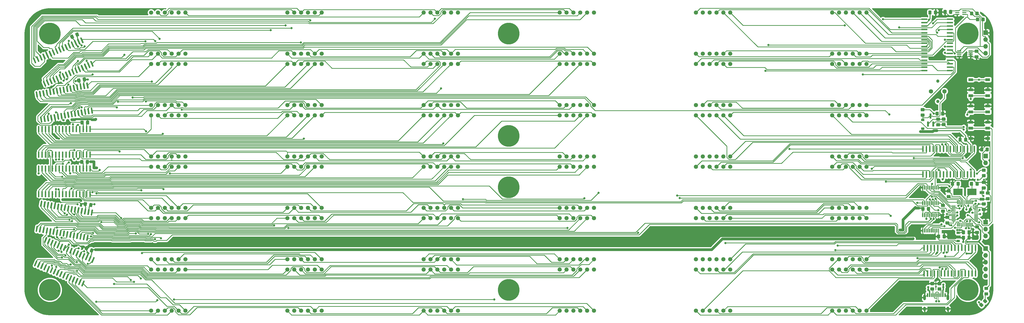
<source format=gtl>
%TF.GenerationSoftware,KiCad,Pcbnew,5.1.12-84ad8e8a86~92~ubuntu20.04.1*%
%TF.CreationDate,2022-07-11T23:01:19-05:00*%
%TF.ProjectId,kilosegment_clock,6b696c6f-7365-4676-9d65-6e745f636c6f,rev?*%
%TF.SameCoordinates,Original*%
%TF.FileFunction,Copper,L1,Top*%
%TF.FilePolarity,Positive*%
%FSLAX46Y46*%
G04 Gerber Fmt 4.6, Leading zero omitted, Abs format (unit mm)*
G04 Created by KiCad (PCBNEW 5.1.12-84ad8e8a86~92~ubuntu20.04.1) date 2022-07-11 23:01:19*
%MOMM*%
%LPD*%
G01*
G04 APERTURE LIST*
%TA.AperFunction,ComponentPad*%
%ADD10C,1.550000*%
%TD*%
%TA.AperFunction,SMDPad,CuDef*%
%ADD11O,0.590000X2.360000*%
%TD*%
%TA.AperFunction,SMDPad,CuDef*%
%ADD12O,2.360000X0.590000*%
%TD*%
%TA.AperFunction,SMDPad,CuDef*%
%ADD13R,0.600000X1.450000*%
%TD*%
%TA.AperFunction,SMDPad,CuDef*%
%ADD14R,0.300000X1.450000*%
%TD*%
%TA.AperFunction,ComponentPad*%
%ADD15O,1.000000X2.100000*%
%TD*%
%TA.AperFunction,ComponentPad*%
%ADD16O,1.000000X1.600000*%
%TD*%
%TA.AperFunction,ComponentPad*%
%ADD17C,8.000000*%
%TD*%
%TA.AperFunction,ComponentPad*%
%ADD18O,1.700000X1.700000*%
%TD*%
%TA.AperFunction,ComponentPad*%
%ADD19R,1.700000X1.700000*%
%TD*%
%TA.AperFunction,SMDPad,CuDef*%
%ADD20R,1.200000X0.900000*%
%TD*%
%TA.AperFunction,SMDPad,CuDef*%
%ADD21R,3.500000X2.400000*%
%TD*%
%TA.AperFunction,SMDPad,CuDef*%
%ADD22R,1.800000X1.000000*%
%TD*%
%TA.AperFunction,SMDPad,CuDef*%
%ADD23R,1.500000X0.400000*%
%TD*%
%TA.AperFunction,SMDPad,CuDef*%
%ADD24C,0.150000*%
%TD*%
%TA.AperFunction,SMDPad,CuDef*%
%ADD25R,1.300000X0.900000*%
%TD*%
%TA.AperFunction,SMDPad,CuDef*%
%ADD26R,1.700000X1.000000*%
%TD*%
%TA.AperFunction,SMDPad,CuDef*%
%ADD27R,0.800000X1.900000*%
%TD*%
%TA.AperFunction,ComponentPad*%
%ADD28C,1.600000*%
%TD*%
%TA.AperFunction,ComponentPad*%
%ADD29C,1.200000*%
%TD*%
%TA.AperFunction,ViaPad*%
%ADD30C,0.800000*%
%TD*%
%TA.AperFunction,Conductor*%
%ADD31C,0.250000*%
%TD*%
%TA.AperFunction,Conductor*%
%ADD32C,0.300000*%
%TD*%
%TA.AperFunction,Conductor*%
%ADD33C,0.500000*%
%TD*%
%TA.AperFunction,Conductor*%
%ADD34C,1.000000*%
%TD*%
%TA.AperFunction,Conductor*%
%ADD35C,0.350000*%
%TD*%
%TA.AperFunction,Conductor*%
%ADD36C,0.750000*%
%TD*%
%TA.AperFunction,Conductor*%
%ADD37C,0.200000*%
%TD*%
%TA.AperFunction,Conductor*%
%ADD38C,0.254000*%
%TD*%
%TA.AperFunction,Conductor*%
%ADD39C,0.150000*%
%TD*%
G04 APERTURE END LIST*
D10*
%TO.P,D38,4*%
%TO.N,/sheet65E7B3E1/C*%
X324600000Y-141740000D03*
%TO.P,D38,3*%
%TO.N,/sheet65E7B3E1/DP*%
X322060000Y-141740000D03*
%TO.P,D38,2*%
%TO.N,/sheet65E7B3E1/D*%
X319520000Y-141740000D03*
%TO.P,D38,5*%
%TO.N,/sheet65E7B3E1/G*%
X327140000Y-141740000D03*
%TO.P,D38,1*%
%TO.N,/sheet65E7B3E1/E*%
X316980000Y-141740000D03*
%TO.P,D38,6*%
%TO.N,/sheet65E7B3E1/DIG16*%
X329680000Y-141740000D03*
%TO.P,D38,12*%
%TO.N,/sheet65E7B3E1/DIG13*%
X316980000Y-126500000D03*
%TO.P,D38,7*%
%TO.N,/sheet65E7B3E1/B*%
X329680000Y-126500000D03*
%TO.P,D38,8*%
%TO.N,/sheet65E7B3E1/DIG15*%
X327140000Y-126500000D03*
%TO.P,D38,9*%
%TO.N,/sheet65E7B3E1/DIG14*%
X324600000Y-126500000D03*
%TO.P,D38,11*%
%TO.N,/sheet65E7B3E1/A*%
X319520000Y-126500000D03*
%TO.P,D38,10*%
%TO.N,/sheet65E7B3E1/F*%
X322060000Y-126500000D03*
%TD*%
%TO.P,D37,4*%
%TO.N,/sheet65E7B3E1/C*%
X274150000Y-141740000D03*
%TO.P,D37,3*%
%TO.N,/sheet65E7B3E1/DP*%
X271610000Y-141740000D03*
%TO.P,D37,2*%
%TO.N,/sheet65E7B3E1/D*%
X269070000Y-141740000D03*
%TO.P,D37,5*%
%TO.N,/sheet65E7B3E1/G*%
X276690000Y-141740000D03*
%TO.P,D37,1*%
%TO.N,/sheet65E7B3E1/E*%
X266530000Y-141740000D03*
%TO.P,D37,6*%
%TO.N,/sheet65E7B3E1/DIG12*%
X279230000Y-141740000D03*
%TO.P,D37,12*%
%TO.N,/sheet65E7B3E1/DIG9*%
X266530000Y-126500000D03*
%TO.P,D37,7*%
%TO.N,/sheet65E7B3E1/B*%
X279230000Y-126500000D03*
%TO.P,D37,8*%
%TO.N,/sheet65E7B3E1/DIG11*%
X276690000Y-126500000D03*
%TO.P,D37,9*%
%TO.N,/sheet65E7B3E1/DIG10*%
X274150000Y-126500000D03*
%TO.P,D37,11*%
%TO.N,/sheet65E7B3E1/A*%
X269070000Y-126500000D03*
%TO.P,D37,10*%
%TO.N,/sheet65E7B3E1/F*%
X271610000Y-126500000D03*
%TD*%
%TO.P,D36,4*%
%TO.N,/sheet65E7B3E1/C*%
X324600000Y-122690000D03*
%TO.P,D36,3*%
%TO.N,/sheet65E7B3E1/DP*%
X322060000Y-122690000D03*
%TO.P,D36,2*%
%TO.N,/sheet65E7B3E1/D*%
X319520000Y-122690000D03*
%TO.P,D36,5*%
%TO.N,/sheet65E7B3E1/G*%
X327140000Y-122690000D03*
%TO.P,D36,1*%
%TO.N,/sheet65E7B3E1/E*%
X316980000Y-122690000D03*
%TO.P,D36,6*%
%TO.N,/sheet65E7B3E1/DIG8*%
X329680000Y-122690000D03*
%TO.P,D36,12*%
%TO.N,/sheet65E7B3E1/DIG5*%
X316980000Y-107450000D03*
%TO.P,D36,7*%
%TO.N,/sheet65E7B3E1/B*%
X329680000Y-107450000D03*
%TO.P,D36,8*%
%TO.N,/sheet65E7B3E1/DIG7*%
X327140000Y-107450000D03*
%TO.P,D36,9*%
%TO.N,/sheet65E7B3E1/DIG6*%
X324600000Y-107450000D03*
%TO.P,D36,11*%
%TO.N,/sheet65E7B3E1/A*%
X319520000Y-107450000D03*
%TO.P,D36,10*%
%TO.N,/sheet65E7B3E1/F*%
X322060000Y-107450000D03*
%TD*%
%TO.P,D35,4*%
%TO.N,/sheet65E7B3E1/C*%
X274150000Y-122690000D03*
%TO.P,D35,3*%
%TO.N,/sheet65E7B3E1/DP*%
X271610000Y-122690000D03*
%TO.P,D35,2*%
%TO.N,/sheet65E7B3E1/D*%
X269070000Y-122690000D03*
%TO.P,D35,5*%
%TO.N,/sheet65E7B3E1/G*%
X276690000Y-122690000D03*
%TO.P,D35,1*%
%TO.N,/sheet65E7B3E1/E*%
X266530000Y-122690000D03*
%TO.P,D35,6*%
%TO.N,/sheet65E7B3E1/DIG4*%
X279230000Y-122690000D03*
%TO.P,D35,12*%
%TO.N,/sheet65E7B3E1/DIG1*%
X266530000Y-107450000D03*
%TO.P,D35,7*%
%TO.N,/sheet65E7B3E1/B*%
X279230000Y-107450000D03*
%TO.P,D35,8*%
%TO.N,/sheet65E7B3E1/DIG3*%
X276690000Y-107450000D03*
%TO.P,D35,9*%
%TO.N,/sheet65E7B3E1/DIG2*%
X274150000Y-107450000D03*
%TO.P,D35,11*%
%TO.N,/sheet65E7B3E1/A*%
X269070000Y-107450000D03*
%TO.P,D35,10*%
%TO.N,/sheet65E7B3E1/F*%
X271610000Y-107450000D03*
%TD*%
%TO.P,D34,4*%
%TO.N,/sheet65E79BBC/C*%
X324600000Y-103640000D03*
%TO.P,D34,3*%
%TO.N,/sheet65E79BBC/DP*%
X322060000Y-103640000D03*
%TO.P,D34,2*%
%TO.N,/sheet65E79BBC/D*%
X319520000Y-103640000D03*
%TO.P,D34,5*%
%TO.N,/sheet65E79BBC/G*%
X327140000Y-103640000D03*
%TO.P,D34,1*%
%TO.N,/sheet65E79BBC/E*%
X316980000Y-103640000D03*
%TO.P,D34,6*%
%TO.N,/sheet65E79BBC/DIG16*%
X329680000Y-103640000D03*
%TO.P,D34,12*%
%TO.N,/sheet65E79BBC/DIG13*%
X316980000Y-88400000D03*
%TO.P,D34,7*%
%TO.N,/sheet65E79BBC/B*%
X329680000Y-88400000D03*
%TO.P,D34,8*%
%TO.N,/sheet65E79BBC/DIG15*%
X327140000Y-88400000D03*
%TO.P,D34,9*%
%TO.N,/sheet65E79BBC/DIG14*%
X324600000Y-88400000D03*
%TO.P,D34,11*%
%TO.N,/sheet65E79BBC/A*%
X319520000Y-88400000D03*
%TO.P,D34,10*%
%TO.N,/sheet65E79BBC/F*%
X322060000Y-88400000D03*
%TD*%
%TO.P,D33,4*%
%TO.N,/sheet65E79BBC/C*%
X274150000Y-103640000D03*
%TO.P,D33,3*%
%TO.N,/sheet65E79BBC/DP*%
X271610000Y-103640000D03*
%TO.P,D33,2*%
%TO.N,/sheet65E79BBC/D*%
X269070000Y-103640000D03*
%TO.P,D33,5*%
%TO.N,/sheet65E79BBC/G*%
X276690000Y-103640000D03*
%TO.P,D33,1*%
%TO.N,/sheet65E79BBC/E*%
X266530000Y-103640000D03*
%TO.P,D33,6*%
%TO.N,/sheet65E79BBC/DIG12*%
X279230000Y-103640000D03*
%TO.P,D33,12*%
%TO.N,/sheet65E79BBC/DIG9*%
X266530000Y-88400000D03*
%TO.P,D33,7*%
%TO.N,/sheet65E79BBC/B*%
X279230000Y-88400000D03*
%TO.P,D33,8*%
%TO.N,/sheet65E79BBC/DIG11*%
X276690000Y-88400000D03*
%TO.P,D33,9*%
%TO.N,/sheet65E79BBC/DIG10*%
X274150000Y-88400000D03*
%TO.P,D33,11*%
%TO.N,/sheet65E79BBC/A*%
X269070000Y-88400000D03*
%TO.P,D33,10*%
%TO.N,/sheet65E79BBC/F*%
X271610000Y-88400000D03*
%TD*%
%TO.P,D32,4*%
%TO.N,/sheet65E79BBC/C*%
X324600000Y-84590000D03*
%TO.P,D32,3*%
%TO.N,/sheet65E79BBC/DP*%
X322060000Y-84590000D03*
%TO.P,D32,2*%
%TO.N,/sheet65E79BBC/D*%
X319520000Y-84590000D03*
%TO.P,D32,5*%
%TO.N,/sheet65E79BBC/G*%
X327140000Y-84590000D03*
%TO.P,D32,1*%
%TO.N,/sheet65E79BBC/E*%
X316980000Y-84590000D03*
%TO.P,D32,6*%
%TO.N,/sheet65E79BBC/DIG8*%
X329680000Y-84590000D03*
%TO.P,D32,12*%
%TO.N,/sheet65E79BBC/DIG5*%
X316980000Y-69350000D03*
%TO.P,D32,7*%
%TO.N,/sheet65E79BBC/B*%
X329680000Y-69350000D03*
%TO.P,D32,8*%
%TO.N,/sheet65E79BBC/DIG7*%
X327140000Y-69350000D03*
%TO.P,D32,9*%
%TO.N,/sheet65E79BBC/DIG6*%
X324600000Y-69350000D03*
%TO.P,D32,11*%
%TO.N,/sheet65E79BBC/A*%
X319520000Y-69350000D03*
%TO.P,D32,10*%
%TO.N,/sheet65E79BBC/F*%
X322060000Y-69350000D03*
%TD*%
%TO.P,D31,4*%
%TO.N,/sheet65E79BBC/C*%
X274150000Y-84590000D03*
%TO.P,D31,3*%
%TO.N,/sheet65E79BBC/DP*%
X271610000Y-84590000D03*
%TO.P,D31,2*%
%TO.N,/sheet65E79BBC/D*%
X269070000Y-84590000D03*
%TO.P,D31,5*%
%TO.N,/sheet65E79BBC/G*%
X276690000Y-84590000D03*
%TO.P,D31,1*%
%TO.N,/sheet65E79BBC/E*%
X266530000Y-84590000D03*
%TO.P,D31,6*%
%TO.N,/sheet65E79BBC/DIG4*%
X279230000Y-84590000D03*
%TO.P,D31,12*%
%TO.N,/sheet65E79BBC/DIG1*%
X266530000Y-69350000D03*
%TO.P,D31,7*%
%TO.N,/sheet65E79BBC/B*%
X279230000Y-69350000D03*
%TO.P,D31,8*%
%TO.N,/sheet65E79BBC/DIG3*%
X276690000Y-69350000D03*
%TO.P,D31,9*%
%TO.N,/sheet65E79BBC/DIG2*%
X274150000Y-69350000D03*
%TO.P,D31,11*%
%TO.N,/sheet65E79BBC/A*%
X269070000Y-69350000D03*
%TO.P,D31,10*%
%TO.N,/sheet65E79BBC/F*%
X271610000Y-69350000D03*
%TD*%
%TO.P,D30,4*%
%TO.N,/sheet65E79BB2/C*%
X324600000Y-65540000D03*
%TO.P,D30,3*%
%TO.N,/sheet65E79BB2/DP*%
X322060000Y-65540000D03*
%TO.P,D30,2*%
%TO.N,/sheet65E79BB2/D*%
X319520000Y-65540000D03*
%TO.P,D30,5*%
%TO.N,/sheet65E79BB2/G*%
X327140000Y-65540000D03*
%TO.P,D30,1*%
%TO.N,/sheet65E79BB2/E*%
X316980000Y-65540000D03*
%TO.P,D30,6*%
%TO.N,/sheet65E79BB2/DIG16*%
X329680000Y-65540000D03*
%TO.P,D30,12*%
%TO.N,/sheet65E79BB2/DIG13*%
X316980000Y-50300000D03*
%TO.P,D30,7*%
%TO.N,/sheet65E79BB2/B*%
X329680000Y-50300000D03*
%TO.P,D30,8*%
%TO.N,/sheet65E79BB2/DIG15*%
X327140000Y-50300000D03*
%TO.P,D30,9*%
%TO.N,/sheet65E79BB2/DIG14*%
X324600000Y-50300000D03*
%TO.P,D30,11*%
%TO.N,/sheet65E79BB2/A*%
X319520000Y-50300000D03*
%TO.P,D30,10*%
%TO.N,/sheet65E79BB2/F*%
X322060000Y-50300000D03*
%TD*%
%TO.P,D29,4*%
%TO.N,/sheet65E79BB2/C*%
X274150000Y-65540000D03*
%TO.P,D29,3*%
%TO.N,/sheet65E79BB2/DP*%
X271610000Y-65540000D03*
%TO.P,D29,2*%
%TO.N,/sheet65E79BB2/D*%
X269070000Y-65540000D03*
%TO.P,D29,5*%
%TO.N,/sheet65E79BB2/G*%
X276690000Y-65540000D03*
%TO.P,D29,1*%
%TO.N,/sheet65E79BB2/E*%
X266530000Y-65540000D03*
%TO.P,D29,6*%
%TO.N,/sheet65E79BB2/DIG12*%
X279230000Y-65540000D03*
%TO.P,D29,12*%
%TO.N,/sheet65E79BB2/DIG9*%
X266530000Y-50300000D03*
%TO.P,D29,7*%
%TO.N,/sheet65E79BB2/B*%
X279230000Y-50300000D03*
%TO.P,D29,8*%
%TO.N,/sheet65E79BB2/DIG11*%
X276690000Y-50300000D03*
%TO.P,D29,9*%
%TO.N,/sheet65E79BB2/DIG10*%
X274150000Y-50300000D03*
%TO.P,D29,11*%
%TO.N,/sheet65E79BB2/A*%
X269070000Y-50300000D03*
%TO.P,D29,10*%
%TO.N,/sheet65E79BB2/F*%
X271610000Y-50300000D03*
%TD*%
%TO.P,D28,4*%
%TO.N,/sheet65E79BB2/C*%
X324600000Y-46490000D03*
%TO.P,D28,3*%
%TO.N,/sheet65E79BB2/DP*%
X322060000Y-46490000D03*
%TO.P,D28,2*%
%TO.N,/sheet65E79BB2/D*%
X319520000Y-46490000D03*
%TO.P,D28,5*%
%TO.N,/sheet65E79BB2/G*%
X327140000Y-46490000D03*
%TO.P,D28,1*%
%TO.N,/sheet65E79BB2/E*%
X316980000Y-46490000D03*
%TO.P,D28,6*%
%TO.N,/sheet65E79BB2/DIG8*%
X329680000Y-46490000D03*
%TO.P,D28,12*%
%TO.N,/sheet65E79BB2/DIG5*%
X316980000Y-31250000D03*
%TO.P,D28,7*%
%TO.N,/sheet65E79BB2/B*%
X329680000Y-31250000D03*
%TO.P,D28,8*%
%TO.N,/sheet65E79BB2/DIG7*%
X327140000Y-31250000D03*
%TO.P,D28,9*%
%TO.N,/sheet65E79BB2/DIG6*%
X324600000Y-31250000D03*
%TO.P,D28,11*%
%TO.N,/sheet65E79BB2/A*%
X319520000Y-31250000D03*
%TO.P,D28,10*%
%TO.N,/sheet65E79BB2/F*%
X322060000Y-31250000D03*
%TD*%
%TO.P,D27,4*%
%TO.N,/sheet65E79BB2/C*%
X274150000Y-46490000D03*
%TO.P,D27,3*%
%TO.N,/sheet65E79BB2/DP*%
X271610000Y-46490000D03*
%TO.P,D27,2*%
%TO.N,/sheet65E79BB2/D*%
X269070000Y-46490000D03*
%TO.P,D27,5*%
%TO.N,/sheet65E79BB2/G*%
X276690000Y-46490000D03*
%TO.P,D27,1*%
%TO.N,/sheet65E79BB2/E*%
X266530000Y-46490000D03*
%TO.P,D27,6*%
%TO.N,/sheet65E79BB2/DIG4*%
X279230000Y-46490000D03*
%TO.P,D27,12*%
%TO.N,/sheet65E79BB2/DIG1*%
X266530000Y-31250000D03*
%TO.P,D27,7*%
%TO.N,/sheet65E79BB2/B*%
X279230000Y-31250000D03*
%TO.P,D27,8*%
%TO.N,/sheet65E79BB2/DIG3*%
X276690000Y-31250000D03*
%TO.P,D27,9*%
%TO.N,/sheet65E79BB2/DIG2*%
X274150000Y-31250000D03*
%TO.P,D27,11*%
%TO.N,/sheet65E79BB2/A*%
X269070000Y-31250000D03*
%TO.P,D27,10*%
%TO.N,/sheet65E79BB2/F*%
X271610000Y-31250000D03*
%TD*%
%TO.P,D26,4*%
%TO.N,/sheet65E79BA3/C*%
X223700000Y-141740000D03*
%TO.P,D26,3*%
%TO.N,/sheet65E79BA3/DP*%
X221160000Y-141740000D03*
%TO.P,D26,2*%
%TO.N,/sheet65E79BA3/D*%
X218620000Y-141740000D03*
%TO.P,D26,5*%
%TO.N,/sheet65E79BA3/G*%
X226240000Y-141740000D03*
%TO.P,D26,1*%
%TO.N,/sheet65E79BA3/E*%
X216080000Y-141740000D03*
%TO.P,D26,6*%
%TO.N,/sheet65E79BA3/DIG16*%
X228780000Y-141740000D03*
%TO.P,D26,12*%
%TO.N,/sheet65E79BA3/DIG13*%
X216080000Y-126500000D03*
%TO.P,D26,7*%
%TO.N,/sheet65E79BA3/B*%
X228780000Y-126500000D03*
%TO.P,D26,8*%
%TO.N,/sheet65E79BA3/DIG15*%
X226240000Y-126500000D03*
%TO.P,D26,9*%
%TO.N,/sheet65E79BA3/DIG14*%
X223700000Y-126500000D03*
%TO.P,D26,11*%
%TO.N,/sheet65E79BA3/A*%
X218620000Y-126500000D03*
%TO.P,D26,10*%
%TO.N,/sheet65E79BA3/F*%
X221160000Y-126500000D03*
%TD*%
%TO.P,D25,4*%
%TO.N,/sheet65E79BA3/C*%
X173250000Y-141740000D03*
%TO.P,D25,3*%
%TO.N,/sheet65E79BA3/DP*%
X170710000Y-141740000D03*
%TO.P,D25,2*%
%TO.N,/sheet65E79BA3/D*%
X168170000Y-141740000D03*
%TO.P,D25,5*%
%TO.N,/sheet65E79BA3/G*%
X175790000Y-141740000D03*
%TO.P,D25,1*%
%TO.N,/sheet65E79BA3/E*%
X165630000Y-141740000D03*
%TO.P,D25,6*%
%TO.N,/sheet65E79BA3/DIG12*%
X178330000Y-141740000D03*
%TO.P,D25,12*%
%TO.N,/sheet65E79BA3/DIG9*%
X165630000Y-126500000D03*
%TO.P,D25,7*%
%TO.N,/sheet65E79BA3/B*%
X178330000Y-126500000D03*
%TO.P,D25,8*%
%TO.N,/sheet65E79BA3/DIG11*%
X175790000Y-126500000D03*
%TO.P,D25,9*%
%TO.N,/sheet65E79BA3/DIG10*%
X173250000Y-126500000D03*
%TO.P,D25,11*%
%TO.N,/sheet65E79BA3/A*%
X168170000Y-126500000D03*
%TO.P,D25,10*%
%TO.N,/sheet65E79BA3/F*%
X170710000Y-126500000D03*
%TD*%
%TO.P,D24,4*%
%TO.N,/sheet65E79BA3/C*%
X122800000Y-141740000D03*
%TO.P,D24,3*%
%TO.N,/sheet65E79BA3/DP*%
X120260000Y-141740000D03*
%TO.P,D24,2*%
%TO.N,/sheet65E79BA3/D*%
X117720000Y-141740000D03*
%TO.P,D24,5*%
%TO.N,/sheet65E79BA3/G*%
X125340000Y-141740000D03*
%TO.P,D24,1*%
%TO.N,/sheet65E79BA3/E*%
X115180000Y-141740000D03*
%TO.P,D24,6*%
%TO.N,/sheet65E79BA3/DIG8*%
X127880000Y-141740000D03*
%TO.P,D24,12*%
%TO.N,/sheet65E79BA3/DIG5*%
X115180000Y-126500000D03*
%TO.P,D24,7*%
%TO.N,/sheet65E79BA3/B*%
X127880000Y-126500000D03*
%TO.P,D24,8*%
%TO.N,/sheet65E79BA3/DIG7*%
X125340000Y-126500000D03*
%TO.P,D24,9*%
%TO.N,/sheet65E79BA3/DIG6*%
X122800000Y-126500000D03*
%TO.P,D24,11*%
%TO.N,/sheet65E79BA3/A*%
X117720000Y-126500000D03*
%TO.P,D24,10*%
%TO.N,/sheet65E79BA3/F*%
X120260000Y-126500000D03*
%TD*%
%TO.P,D23,4*%
%TO.N,/sheet65E79BA3/C*%
X72350000Y-141740000D03*
%TO.P,D23,3*%
%TO.N,/sheet65E79BA3/DP*%
X69810000Y-141740000D03*
%TO.P,D23,2*%
%TO.N,/sheet65E79BA3/D*%
X67270000Y-141740000D03*
%TO.P,D23,5*%
%TO.N,/sheet65E79BA3/G*%
X74890000Y-141740000D03*
%TO.P,D23,1*%
%TO.N,/sheet65E79BA3/E*%
X64730000Y-141740000D03*
%TO.P,D23,6*%
%TO.N,/sheet65E79BA3/DIG4*%
X77430000Y-141740000D03*
%TO.P,D23,12*%
%TO.N,/sheet65E79BA3/DIG1*%
X64730000Y-126500000D03*
%TO.P,D23,7*%
%TO.N,/sheet65E79BA3/B*%
X77430000Y-126500000D03*
%TO.P,D23,8*%
%TO.N,/sheet65E79BA3/DIG3*%
X74890000Y-126500000D03*
%TO.P,D23,9*%
%TO.N,/sheet65E79BA3/DIG2*%
X72350000Y-126500000D03*
%TO.P,D23,11*%
%TO.N,/sheet65E79BA3/A*%
X67270000Y-126500000D03*
%TO.P,D23,10*%
%TO.N,/sheet65E79BA3/F*%
X69810000Y-126500000D03*
%TD*%
%TO.P,D22,4*%
%TO.N,/sheet65E79B9E/C*%
X223700000Y-122690000D03*
%TO.P,D22,3*%
%TO.N,/sheet65E79B9E/DP*%
X221160000Y-122690000D03*
%TO.P,D22,2*%
%TO.N,/sheet65E79B9E/D*%
X218620000Y-122690000D03*
%TO.P,D22,5*%
%TO.N,/sheet65E79B9E/G*%
X226240000Y-122690000D03*
%TO.P,D22,1*%
%TO.N,/sheet65E79B9E/E*%
X216080000Y-122690000D03*
%TO.P,D22,6*%
%TO.N,/sheet65E79B9E/DIG16*%
X228780000Y-122690000D03*
%TO.P,D22,12*%
%TO.N,/sheet65E79B9E/DIG13*%
X216080000Y-107450000D03*
%TO.P,D22,7*%
%TO.N,/sheet65E79B9E/B*%
X228780000Y-107450000D03*
%TO.P,D22,8*%
%TO.N,/sheet65E79B9E/DIG15*%
X226240000Y-107450000D03*
%TO.P,D22,9*%
%TO.N,/sheet65E79B9E/DIG14*%
X223700000Y-107450000D03*
%TO.P,D22,11*%
%TO.N,/sheet65E79B9E/A*%
X218620000Y-107450000D03*
%TO.P,D22,10*%
%TO.N,/sheet65E79B9E/F*%
X221160000Y-107450000D03*
%TD*%
%TO.P,D21,4*%
%TO.N,/sheet65E79B9E/C*%
X173250000Y-122690000D03*
%TO.P,D21,3*%
%TO.N,/sheet65E79B9E/DP*%
X170710000Y-122690000D03*
%TO.P,D21,2*%
%TO.N,/sheet65E79B9E/D*%
X168170000Y-122690000D03*
%TO.P,D21,5*%
%TO.N,/sheet65E79B9E/G*%
X175790000Y-122690000D03*
%TO.P,D21,1*%
%TO.N,/sheet65E79B9E/E*%
X165630000Y-122690000D03*
%TO.P,D21,6*%
%TO.N,/sheet65E79B9E/DIG12*%
X178330000Y-122690000D03*
%TO.P,D21,12*%
%TO.N,/sheet65E79B9E/DIG9*%
X165630000Y-107450000D03*
%TO.P,D21,7*%
%TO.N,/sheet65E79B9E/B*%
X178330000Y-107450000D03*
%TO.P,D21,8*%
%TO.N,/sheet65E79B9E/DIG11*%
X175790000Y-107450000D03*
%TO.P,D21,9*%
%TO.N,/sheet65E79B9E/DIG10*%
X173250000Y-107450000D03*
%TO.P,D21,11*%
%TO.N,/sheet65E79B9E/A*%
X168170000Y-107450000D03*
%TO.P,D21,10*%
%TO.N,/sheet65E79B9E/F*%
X170710000Y-107450000D03*
%TD*%
%TO.P,D20,4*%
%TO.N,/sheet65E79B9E/C*%
X122800000Y-122690000D03*
%TO.P,D20,3*%
%TO.N,/sheet65E79B9E/DP*%
X120260000Y-122690000D03*
%TO.P,D20,2*%
%TO.N,/sheet65E79B9E/D*%
X117720000Y-122690000D03*
%TO.P,D20,5*%
%TO.N,/sheet65E79B9E/G*%
X125340000Y-122690000D03*
%TO.P,D20,1*%
%TO.N,/sheet65E79B9E/E*%
X115180000Y-122690000D03*
%TO.P,D20,6*%
%TO.N,/sheet65E79B9E/DIG8*%
X127880000Y-122690000D03*
%TO.P,D20,12*%
%TO.N,/sheet65E79B9E/DIG5*%
X115180000Y-107450000D03*
%TO.P,D20,7*%
%TO.N,/sheet65E79B9E/B*%
X127880000Y-107450000D03*
%TO.P,D20,8*%
%TO.N,/sheet65E79B9E/DIG7*%
X125340000Y-107450000D03*
%TO.P,D20,9*%
%TO.N,/sheet65E79B9E/DIG6*%
X122800000Y-107450000D03*
%TO.P,D20,11*%
%TO.N,/sheet65E79B9E/A*%
X117720000Y-107450000D03*
%TO.P,D20,10*%
%TO.N,/sheet65E79B9E/F*%
X120260000Y-107450000D03*
%TD*%
%TO.P,D19,4*%
%TO.N,/sheet65E79B9E/C*%
X72350000Y-122690000D03*
%TO.P,D19,3*%
%TO.N,/sheet65E79B9E/DP*%
X69810000Y-122690000D03*
%TO.P,D19,2*%
%TO.N,/sheet65E79B9E/D*%
X67270000Y-122690000D03*
%TO.P,D19,5*%
%TO.N,/sheet65E79B9E/G*%
X74890000Y-122690000D03*
%TO.P,D19,1*%
%TO.N,/sheet65E79B9E/E*%
X64730000Y-122690000D03*
%TO.P,D19,6*%
%TO.N,/sheet65E79B9E/DIG4*%
X77430000Y-122690000D03*
%TO.P,D19,12*%
%TO.N,/sheet65E79B9E/DIG1*%
X64730000Y-107450000D03*
%TO.P,D19,7*%
%TO.N,/sheet65E79B9E/B*%
X77430000Y-107450000D03*
%TO.P,D19,8*%
%TO.N,/sheet65E79B9E/DIG3*%
X74890000Y-107450000D03*
%TO.P,D19,9*%
%TO.N,/sheet65E79B9E/DIG2*%
X72350000Y-107450000D03*
%TO.P,D19,11*%
%TO.N,/sheet65E79B9E/A*%
X67270000Y-107450000D03*
%TO.P,D19,10*%
%TO.N,/sheet65E79B9E/F*%
X69810000Y-107450000D03*
%TD*%
%TO.P,D18,4*%
%TO.N,/sheet65E77CCE/C*%
X223700000Y-103640000D03*
%TO.P,D18,3*%
%TO.N,/sheet65E77CCE/DP*%
X221160000Y-103640000D03*
%TO.P,D18,2*%
%TO.N,/sheet65E77CCE/D*%
X218620000Y-103640000D03*
%TO.P,D18,5*%
%TO.N,/sheet65E77CCE/G*%
X226240000Y-103640000D03*
%TO.P,D18,1*%
%TO.N,/sheet65E77CCE/E*%
X216080000Y-103640000D03*
%TO.P,D18,6*%
%TO.N,/sheet65E77CCE/DIG16*%
X228780000Y-103640000D03*
%TO.P,D18,12*%
%TO.N,/sheet65E77CCE/DIG13*%
X216080000Y-88400000D03*
%TO.P,D18,7*%
%TO.N,/sheet65E77CCE/B*%
X228780000Y-88400000D03*
%TO.P,D18,8*%
%TO.N,/sheet65E77CCE/DIG15*%
X226240000Y-88400000D03*
%TO.P,D18,9*%
%TO.N,/sheet65E77CCE/DIG14*%
X223700000Y-88400000D03*
%TO.P,D18,11*%
%TO.N,/sheet65E77CCE/A*%
X218620000Y-88400000D03*
%TO.P,D18,10*%
%TO.N,/sheet65E77CCE/F*%
X221160000Y-88400000D03*
%TD*%
%TO.P,D17,4*%
%TO.N,/sheet65E77CCE/C*%
X173250000Y-103640000D03*
%TO.P,D17,3*%
%TO.N,/sheet65E77CCE/DP*%
X170710000Y-103640000D03*
%TO.P,D17,2*%
%TO.N,/sheet65E77CCE/D*%
X168170000Y-103640000D03*
%TO.P,D17,5*%
%TO.N,/sheet65E77CCE/G*%
X175790000Y-103640000D03*
%TO.P,D17,1*%
%TO.N,/sheet65E77CCE/E*%
X165630000Y-103640000D03*
%TO.P,D17,6*%
%TO.N,/sheet65E77CCE/DIG12*%
X178330000Y-103640000D03*
%TO.P,D17,12*%
%TO.N,/sheet65E77CCE/DIG9*%
X165630000Y-88400000D03*
%TO.P,D17,7*%
%TO.N,/sheet65E77CCE/B*%
X178330000Y-88400000D03*
%TO.P,D17,8*%
%TO.N,/sheet65E77CCE/DIG11*%
X175790000Y-88400000D03*
%TO.P,D17,9*%
%TO.N,/sheet65E77CCE/DIG10*%
X173250000Y-88400000D03*
%TO.P,D17,11*%
%TO.N,/sheet65E77CCE/A*%
X168170000Y-88400000D03*
%TO.P,D17,10*%
%TO.N,/sheet65E77CCE/F*%
X170710000Y-88400000D03*
%TD*%
%TO.P,D16,4*%
%TO.N,/sheet65E77CCE/C*%
X122800000Y-103640000D03*
%TO.P,D16,3*%
%TO.N,/sheet65E77CCE/DP*%
X120260000Y-103640000D03*
%TO.P,D16,2*%
%TO.N,/sheet65E77CCE/D*%
X117720000Y-103640000D03*
%TO.P,D16,5*%
%TO.N,/sheet65E77CCE/G*%
X125340000Y-103640000D03*
%TO.P,D16,1*%
%TO.N,/sheet65E77CCE/E*%
X115180000Y-103640000D03*
%TO.P,D16,6*%
%TO.N,/sheet65E77CCE/DIG8*%
X127880000Y-103640000D03*
%TO.P,D16,12*%
%TO.N,/sheet65E77CCE/DIG5*%
X115180000Y-88400000D03*
%TO.P,D16,7*%
%TO.N,/sheet65E77CCE/B*%
X127880000Y-88400000D03*
%TO.P,D16,8*%
%TO.N,/sheet65E77CCE/DIG7*%
X125340000Y-88400000D03*
%TO.P,D16,9*%
%TO.N,/sheet65E77CCE/DIG6*%
X122800000Y-88400000D03*
%TO.P,D16,11*%
%TO.N,/sheet65E77CCE/A*%
X117720000Y-88400000D03*
%TO.P,D16,10*%
%TO.N,/sheet65E77CCE/F*%
X120260000Y-88400000D03*
%TD*%
%TO.P,D15,4*%
%TO.N,/sheet65E77CCE/C*%
X72350000Y-103640000D03*
%TO.P,D15,3*%
%TO.N,/sheet65E77CCE/DP*%
X69810000Y-103640000D03*
%TO.P,D15,2*%
%TO.N,/sheet65E77CCE/D*%
X67270000Y-103640000D03*
%TO.P,D15,5*%
%TO.N,/sheet65E77CCE/G*%
X74890000Y-103640000D03*
%TO.P,D15,1*%
%TO.N,/sheet65E77CCE/E*%
X64730000Y-103640000D03*
%TO.P,D15,6*%
%TO.N,/sheet65E77CCE/DIG4*%
X77430000Y-103640000D03*
%TO.P,D15,12*%
%TO.N,/sheet65E77CCE/DIG1*%
X64730000Y-88400000D03*
%TO.P,D15,7*%
%TO.N,/sheet65E77CCE/B*%
X77430000Y-88400000D03*
%TO.P,D15,8*%
%TO.N,/sheet65E77CCE/DIG3*%
X74890000Y-88400000D03*
%TO.P,D15,9*%
%TO.N,/sheet65E77CCE/DIG2*%
X72350000Y-88400000D03*
%TO.P,D15,11*%
%TO.N,/sheet65E77CCE/A*%
X67270000Y-88400000D03*
%TO.P,D15,10*%
%TO.N,/sheet65E77CCE/F*%
X69810000Y-88400000D03*
%TD*%
%TO.P,D14,4*%
%TO.N,/sheet65E77961/C*%
X223700000Y-84590000D03*
%TO.P,D14,3*%
%TO.N,/sheet65E77961/DP*%
X221160000Y-84590000D03*
%TO.P,D14,2*%
%TO.N,/sheet65E77961/D*%
X218620000Y-84590000D03*
%TO.P,D14,5*%
%TO.N,/sheet65E77961/G*%
X226240000Y-84590000D03*
%TO.P,D14,1*%
%TO.N,/sheet65E77961/E*%
X216080000Y-84590000D03*
%TO.P,D14,6*%
%TO.N,/sheet65E77961/DIG16*%
X228780000Y-84590000D03*
%TO.P,D14,12*%
%TO.N,/sheet65E77961/DIG13*%
X216080000Y-69350000D03*
%TO.P,D14,7*%
%TO.N,/sheet65E77961/B*%
X228780000Y-69350000D03*
%TO.P,D14,8*%
%TO.N,/sheet65E77961/DIG15*%
X226240000Y-69350000D03*
%TO.P,D14,9*%
%TO.N,/sheet65E77961/DIG14*%
X223700000Y-69350000D03*
%TO.P,D14,11*%
%TO.N,/sheet65E77961/A*%
X218620000Y-69350000D03*
%TO.P,D14,10*%
%TO.N,/sheet65E77961/F*%
X221160000Y-69350000D03*
%TD*%
%TO.P,D13,4*%
%TO.N,/sheet65E77961/C*%
X173250000Y-84590000D03*
%TO.P,D13,3*%
%TO.N,/sheet65E77961/DP*%
X170710000Y-84590000D03*
%TO.P,D13,2*%
%TO.N,/sheet65E77961/D*%
X168170000Y-84590000D03*
%TO.P,D13,5*%
%TO.N,/sheet65E77961/G*%
X175790000Y-84590000D03*
%TO.P,D13,1*%
%TO.N,/sheet65E77961/E*%
X165630000Y-84590000D03*
%TO.P,D13,6*%
%TO.N,/sheet65E77961/DIG12*%
X178330000Y-84590000D03*
%TO.P,D13,12*%
%TO.N,/sheet65E77961/DIG9*%
X165630000Y-69350000D03*
%TO.P,D13,7*%
%TO.N,/sheet65E77961/B*%
X178330000Y-69350000D03*
%TO.P,D13,8*%
%TO.N,/sheet65E77961/DIG11*%
X175790000Y-69350000D03*
%TO.P,D13,9*%
%TO.N,/sheet65E77961/DIG10*%
X173250000Y-69350000D03*
%TO.P,D13,11*%
%TO.N,/sheet65E77961/A*%
X168170000Y-69350000D03*
%TO.P,D13,10*%
%TO.N,/sheet65E77961/F*%
X170710000Y-69350000D03*
%TD*%
%TO.P,D12,4*%
%TO.N,/sheet65E77961/C*%
X122800000Y-84590000D03*
%TO.P,D12,3*%
%TO.N,/sheet65E77961/DP*%
X120260000Y-84590000D03*
%TO.P,D12,2*%
%TO.N,/sheet65E77961/D*%
X117720000Y-84590000D03*
%TO.P,D12,5*%
%TO.N,/sheet65E77961/G*%
X125340000Y-84590000D03*
%TO.P,D12,1*%
%TO.N,/sheet65E77961/E*%
X115180000Y-84590000D03*
%TO.P,D12,6*%
%TO.N,/sheet65E77961/DIG8*%
X127880000Y-84590000D03*
%TO.P,D12,12*%
%TO.N,/sheet65E77961/DIG5*%
X115180000Y-69350000D03*
%TO.P,D12,7*%
%TO.N,/sheet65E77961/B*%
X127880000Y-69350000D03*
%TO.P,D12,8*%
%TO.N,/sheet65E77961/DIG7*%
X125340000Y-69350000D03*
%TO.P,D12,9*%
%TO.N,/sheet65E77961/DIG6*%
X122800000Y-69350000D03*
%TO.P,D12,11*%
%TO.N,/sheet65E77961/A*%
X117720000Y-69350000D03*
%TO.P,D12,10*%
%TO.N,/sheet65E77961/F*%
X120260000Y-69350000D03*
%TD*%
%TO.P,D11,4*%
%TO.N,/sheet65E77961/C*%
X72350000Y-84590000D03*
%TO.P,D11,3*%
%TO.N,/sheet65E77961/DP*%
X69810000Y-84590000D03*
%TO.P,D11,2*%
%TO.N,/sheet65E77961/D*%
X67270000Y-84590000D03*
%TO.P,D11,5*%
%TO.N,/sheet65E77961/G*%
X74890000Y-84590000D03*
%TO.P,D11,1*%
%TO.N,/sheet65E77961/E*%
X64730000Y-84590000D03*
%TO.P,D11,6*%
%TO.N,/sheet65E77961/DIG4*%
X77430000Y-84590000D03*
%TO.P,D11,12*%
%TO.N,/sheet65E77961/DIG1*%
X64730000Y-69350000D03*
%TO.P,D11,7*%
%TO.N,/sheet65E77961/B*%
X77430000Y-69350000D03*
%TO.P,D11,8*%
%TO.N,/sheet65E77961/DIG3*%
X74890000Y-69350000D03*
%TO.P,D11,9*%
%TO.N,/sheet65E77961/DIG2*%
X72350000Y-69350000D03*
%TO.P,D11,11*%
%TO.N,/sheet65E77961/A*%
X67270000Y-69350000D03*
%TO.P,D11,10*%
%TO.N,/sheet65E77961/F*%
X69810000Y-69350000D03*
%TD*%
%TO.P,D10,4*%
%TO.N,/sheet65C5A503/C*%
X223700000Y-65540000D03*
%TO.P,D10,3*%
%TO.N,/sheet65C5A503/DP*%
X221160000Y-65540000D03*
%TO.P,D10,2*%
%TO.N,/sheet65C5A503/D*%
X218620000Y-65540000D03*
%TO.P,D10,5*%
%TO.N,/sheet65C5A503/G*%
X226240000Y-65540000D03*
%TO.P,D10,1*%
%TO.N,/sheet65C5A503/E*%
X216080000Y-65540000D03*
%TO.P,D10,6*%
%TO.N,/sheet65C5A503/DIG16*%
X228780000Y-65540000D03*
%TO.P,D10,12*%
%TO.N,/sheet65C5A503/DIG13*%
X216080000Y-50300000D03*
%TO.P,D10,7*%
%TO.N,/sheet65C5A503/B*%
X228780000Y-50300000D03*
%TO.P,D10,8*%
%TO.N,/sheet65C5A503/DIG15*%
X226240000Y-50300000D03*
%TO.P,D10,9*%
%TO.N,/sheet65C5A503/DIG14*%
X223700000Y-50300000D03*
%TO.P,D10,11*%
%TO.N,/sheet65C5A503/A*%
X218620000Y-50300000D03*
%TO.P,D10,10*%
%TO.N,/sheet65C5A503/F*%
X221160000Y-50300000D03*
%TD*%
%TO.P,D9,4*%
%TO.N,/sheet65C5A503/C*%
X173250000Y-65540000D03*
%TO.P,D9,3*%
%TO.N,/sheet65C5A503/DP*%
X170710000Y-65540000D03*
%TO.P,D9,2*%
%TO.N,/sheet65C5A503/D*%
X168170000Y-65540000D03*
%TO.P,D9,5*%
%TO.N,/sheet65C5A503/G*%
X175790000Y-65540000D03*
%TO.P,D9,1*%
%TO.N,/sheet65C5A503/E*%
X165630000Y-65540000D03*
%TO.P,D9,6*%
%TO.N,/sheet65C5A503/DIG12*%
X178330000Y-65540000D03*
%TO.P,D9,12*%
%TO.N,/sheet65C5A503/DIG9*%
X165630000Y-50300000D03*
%TO.P,D9,7*%
%TO.N,/sheet65C5A503/B*%
X178330000Y-50300000D03*
%TO.P,D9,8*%
%TO.N,/sheet65C5A503/DIG11*%
X175790000Y-50300000D03*
%TO.P,D9,9*%
%TO.N,/sheet65C5A503/DIG10*%
X173250000Y-50300000D03*
%TO.P,D9,11*%
%TO.N,/sheet65C5A503/A*%
X168170000Y-50300000D03*
%TO.P,D9,10*%
%TO.N,/sheet65C5A503/F*%
X170710000Y-50300000D03*
%TD*%
%TO.P,D8,4*%
%TO.N,/sheet65C5A503/C*%
X122800000Y-65540000D03*
%TO.P,D8,3*%
%TO.N,/sheet65C5A503/DP*%
X120260000Y-65540000D03*
%TO.P,D8,2*%
%TO.N,/sheet65C5A503/D*%
X117720000Y-65540000D03*
%TO.P,D8,5*%
%TO.N,/sheet65C5A503/G*%
X125340000Y-65540000D03*
%TO.P,D8,1*%
%TO.N,/sheet65C5A503/E*%
X115180000Y-65540000D03*
%TO.P,D8,6*%
%TO.N,/sheet65C5A503/DIG8*%
X127880000Y-65540000D03*
%TO.P,D8,12*%
%TO.N,/sheet65C5A503/DIG5*%
X115180000Y-50300000D03*
%TO.P,D8,7*%
%TO.N,/sheet65C5A503/B*%
X127880000Y-50300000D03*
%TO.P,D8,8*%
%TO.N,/sheet65C5A503/DIG7*%
X125340000Y-50300000D03*
%TO.P,D8,9*%
%TO.N,/sheet65C5A503/DIG6*%
X122800000Y-50300000D03*
%TO.P,D8,11*%
%TO.N,/sheet65C5A503/A*%
X117720000Y-50300000D03*
%TO.P,D8,10*%
%TO.N,/sheet65C5A503/F*%
X120260000Y-50300000D03*
%TD*%
%TO.P,D7,4*%
%TO.N,/sheet65C5A503/C*%
X72350000Y-65540000D03*
%TO.P,D7,3*%
%TO.N,/sheet65C5A503/DP*%
X69810000Y-65540000D03*
%TO.P,D7,2*%
%TO.N,/sheet65C5A503/D*%
X67270000Y-65540000D03*
%TO.P,D7,5*%
%TO.N,/sheet65C5A503/G*%
X74890000Y-65540000D03*
%TO.P,D7,1*%
%TO.N,/sheet65C5A503/E*%
X64730000Y-65540000D03*
%TO.P,D7,6*%
%TO.N,/sheet65C5A503/DIG4*%
X77430000Y-65540000D03*
%TO.P,D7,12*%
%TO.N,/sheet65C5A503/DIG1*%
X64730000Y-50300000D03*
%TO.P,D7,7*%
%TO.N,/sheet65C5A503/B*%
X77430000Y-50300000D03*
%TO.P,D7,8*%
%TO.N,/sheet65C5A503/DIG3*%
X74890000Y-50300000D03*
%TO.P,D7,9*%
%TO.N,/sheet65C5A503/DIG2*%
X72350000Y-50300000D03*
%TO.P,D7,11*%
%TO.N,/sheet65C5A503/A*%
X67270000Y-50300000D03*
%TO.P,D7,10*%
%TO.N,/sheet65C5A503/F*%
X69810000Y-50300000D03*
%TD*%
%TO.P,D6,4*%
%TO.N,/Sheet65B35949/C*%
X223700000Y-46490000D03*
%TO.P,D6,3*%
%TO.N,/Sheet65B35949/DP*%
X221160000Y-46490000D03*
%TO.P,D6,2*%
%TO.N,/Sheet65B35949/D*%
X218620000Y-46490000D03*
%TO.P,D6,5*%
%TO.N,/Sheet65B35949/G*%
X226240000Y-46490000D03*
%TO.P,D6,1*%
%TO.N,/Sheet65B35949/E*%
X216080000Y-46490000D03*
%TO.P,D6,6*%
%TO.N,/Sheet65B35949/DIG16*%
X228780000Y-46490000D03*
%TO.P,D6,12*%
%TO.N,/Sheet65B35949/DIG13*%
X216080000Y-31250000D03*
%TO.P,D6,7*%
%TO.N,/Sheet65B35949/B*%
X228780000Y-31250000D03*
%TO.P,D6,8*%
%TO.N,/Sheet65B35949/DIG15*%
X226240000Y-31250000D03*
%TO.P,D6,9*%
%TO.N,/Sheet65B35949/DIG14*%
X223700000Y-31250000D03*
%TO.P,D6,11*%
%TO.N,/Sheet65B35949/A*%
X218620000Y-31250000D03*
%TO.P,D6,10*%
%TO.N,/Sheet65B35949/F*%
X221160000Y-31250000D03*
%TD*%
%TO.P,D5,4*%
%TO.N,/Sheet65B35949/C*%
X173250000Y-46490000D03*
%TO.P,D5,3*%
%TO.N,/Sheet65B35949/DP*%
X170710000Y-46490000D03*
%TO.P,D5,2*%
%TO.N,/Sheet65B35949/D*%
X168170000Y-46490000D03*
%TO.P,D5,5*%
%TO.N,/Sheet65B35949/G*%
X175790000Y-46490000D03*
%TO.P,D5,1*%
%TO.N,/Sheet65B35949/E*%
X165630000Y-46490000D03*
%TO.P,D5,6*%
%TO.N,/Sheet65B35949/DIG12*%
X178330000Y-46490000D03*
%TO.P,D5,12*%
%TO.N,/Sheet65B35949/DIG9*%
X165630000Y-31250000D03*
%TO.P,D5,7*%
%TO.N,/Sheet65B35949/B*%
X178330000Y-31250000D03*
%TO.P,D5,8*%
%TO.N,/Sheet65B35949/DIG11*%
X175790000Y-31250000D03*
%TO.P,D5,9*%
%TO.N,/Sheet65B35949/DIG10*%
X173250000Y-31250000D03*
%TO.P,D5,11*%
%TO.N,/Sheet65B35949/A*%
X168170000Y-31250000D03*
%TO.P,D5,10*%
%TO.N,/Sheet65B35949/F*%
X170710000Y-31250000D03*
%TD*%
%TO.P,D4,4*%
%TO.N,/Sheet65B35949/C*%
X122800000Y-46490000D03*
%TO.P,D4,3*%
%TO.N,/Sheet65B35949/DP*%
X120260000Y-46490000D03*
%TO.P,D4,2*%
%TO.N,/Sheet65B35949/D*%
X117720000Y-46490000D03*
%TO.P,D4,5*%
%TO.N,/Sheet65B35949/G*%
X125340000Y-46490000D03*
%TO.P,D4,1*%
%TO.N,/Sheet65B35949/E*%
X115180000Y-46490000D03*
%TO.P,D4,6*%
%TO.N,/Sheet65B35949/DIG8*%
X127880000Y-46490000D03*
%TO.P,D4,12*%
%TO.N,/Sheet65B35949/DIG5*%
X115180000Y-31250000D03*
%TO.P,D4,7*%
%TO.N,/Sheet65B35949/B*%
X127880000Y-31250000D03*
%TO.P,D4,8*%
%TO.N,/Sheet65B35949/DIG7*%
X125340000Y-31250000D03*
%TO.P,D4,9*%
%TO.N,/Sheet65B35949/DIG6*%
X122800000Y-31250000D03*
%TO.P,D4,11*%
%TO.N,/Sheet65B35949/A*%
X117720000Y-31250000D03*
%TO.P,D4,10*%
%TO.N,/Sheet65B35949/F*%
X120260000Y-31250000D03*
%TD*%
%TO.P,D3,4*%
%TO.N,/Sheet65B35949/C*%
X72350000Y-46490000D03*
%TO.P,D3,3*%
%TO.N,/Sheet65B35949/DP*%
X69810000Y-46490000D03*
%TO.P,D3,2*%
%TO.N,/Sheet65B35949/D*%
X67270000Y-46490000D03*
%TO.P,D3,5*%
%TO.N,/Sheet65B35949/G*%
X74890000Y-46490000D03*
%TO.P,D3,1*%
%TO.N,/Sheet65B35949/E*%
X64730000Y-46490000D03*
%TO.P,D3,6*%
%TO.N,/Sheet65B35949/DIG4*%
X77430000Y-46490000D03*
%TO.P,D3,12*%
%TO.N,/Sheet65B35949/DIG1*%
X64730000Y-31250000D03*
%TO.P,D3,7*%
%TO.N,/Sheet65B35949/B*%
X77430000Y-31250000D03*
%TO.P,D3,8*%
%TO.N,/Sheet65B35949/DIG3*%
X74890000Y-31250000D03*
%TO.P,D3,9*%
%TO.N,/Sheet65B35949/DIG2*%
X72350000Y-31250000D03*
%TO.P,D3,11*%
%TO.N,/Sheet65B35949/A*%
X67270000Y-31250000D03*
%TO.P,D3,10*%
%TO.N,/Sheet65B35949/F*%
X69810000Y-31250000D03*
%TD*%
D11*
%TO.P,U8,17*%
%TO.N,/sheet65E7B3E1/DP*%
X370020000Y-118470000D03*
%TO.P,U8,18*%
%TO.N,+5V*%
X368750000Y-118470000D03*
%TO.P,U8,19*%
%TO.N,GND*%
X367480000Y-118470000D03*
%TO.P,U8,20*%
%TO.N,/sheet65E7B3E1/DIG1*%
X366210000Y-118470000D03*
%TO.P,U8,21*%
%TO.N,/sheet65E7B3E1/DIG2*%
X364940000Y-118470000D03*
%TO.P,U8,22*%
%TO.N,/sheet65E7B3E1/DIG3*%
X363670000Y-118470000D03*
%TO.P,U8,23*%
%TO.N,/sheet65E7B3E1/DIG4*%
X362400000Y-118470000D03*
%TO.P,U8,24*%
%TO.N,/sheet65E7B3E1/DIG5*%
X361130000Y-118470000D03*
%TO.P,U8,25*%
%TO.N,/sheet65E7B3E1/DIG6*%
X359860000Y-118470000D03*
%TO.P,U8,26*%
%TO.N,/sheet65E7B3E1/DIG7*%
X358590000Y-118470000D03*
%TO.P,U8,27*%
%TO.N,/sheet65E7B3E1/DIG8*%
X357320000Y-118470000D03*
%TO.P,U8,28*%
%TO.N,GND*%
X356050000Y-118470000D03*
%TO.P,U8,29*%
%TO.N,/sheet65E7B3E1/DIG9*%
X354780000Y-118470000D03*
%TO.P,U8,30*%
%TO.N,/sheet65E7B3E1/DIG10*%
X353510000Y-118470000D03*
%TO.P,U8,31*%
%TO.N,/sheet65E7B3E1/DIG11*%
X352240000Y-118470000D03*
%TO.P,U8,32*%
%TO.N,/sheet65E7B3E1/DIG12*%
X350970000Y-118470000D03*
%TO.P,U8,16*%
%TO.N,/sheet65E7B3E1/G*%
X370020000Y-127930000D03*
%TO.P,U8,15*%
%TO.N,/sheet65E7B3E1/F*%
X368750000Y-127930000D03*
%TO.P,U8,14*%
%TO.N,/sheet65E7B3E1/E*%
X367480000Y-127930000D03*
%TO.P,U8,13*%
%TO.N,/sheet65E7B3E1/D*%
X366210000Y-127930000D03*
%TO.P,U8,12*%
%TO.N,/sheet65E7B3E1/C*%
X364940000Y-127930000D03*
%TO.P,U8,11*%
%TO.N,/sheet65E7B3E1/B*%
X363670000Y-127930000D03*
%TO.P,U8,10*%
%TO.N,/sheet65E7B3E1/A*%
X362400000Y-127930000D03*
%TO.P,U8,9*%
%TO.N,Net-(U8-Pad9)*%
X361130000Y-127930000D03*
%TO.P,U8,8*%
%TO.N,/CS8*%
X359860000Y-127930000D03*
%TO.P,U8,7*%
%TO.N,/CLK*%
X358590000Y-127930000D03*
%TO.P,U8,6*%
%TO.N,/DIN*%
X357320000Y-127930000D03*
%TO.P,U8,5*%
%TO.N,GND*%
X356050000Y-127930000D03*
%TO.P,U8,4*%
%TO.N,/sheet65E7B3E1/DIG16*%
X354780000Y-127930000D03*
%TO.P,U8,3*%
%TO.N,/sheet65E7B3E1/DIG15*%
X353510000Y-127930000D03*
%TO.P,U8,2*%
%TO.N,/sheet65E7B3E1/DIG14*%
X352240000Y-127930000D03*
%TO.P,U8,1*%
%TO.N,/sheet65E7B3E1/DIG13*%
X350970000Y-127930000D03*
%TD*%
%TO.P,U7,17*%
%TO.N,/sheet65E79BBC/DP*%
X369620000Y-81770000D03*
%TO.P,U7,18*%
%TO.N,+5V*%
X368350000Y-81770000D03*
%TO.P,U7,19*%
%TO.N,GND*%
X367080000Y-81770000D03*
%TO.P,U7,20*%
%TO.N,/sheet65E79BBC/DIG1*%
X365810000Y-81770000D03*
%TO.P,U7,21*%
%TO.N,/sheet65E79BBC/DIG2*%
X364540000Y-81770000D03*
%TO.P,U7,22*%
%TO.N,/sheet65E79BBC/DIG3*%
X363270000Y-81770000D03*
%TO.P,U7,23*%
%TO.N,/sheet65E79BBC/DIG4*%
X362000000Y-81770000D03*
%TO.P,U7,24*%
%TO.N,/sheet65E79BBC/DIG5*%
X360730000Y-81770000D03*
%TO.P,U7,25*%
%TO.N,/sheet65E79BBC/DIG6*%
X359460000Y-81770000D03*
%TO.P,U7,26*%
%TO.N,/sheet65E79BBC/DIG7*%
X358190000Y-81770000D03*
%TO.P,U7,27*%
%TO.N,/sheet65E79BBC/DIG8*%
X356920000Y-81770000D03*
%TO.P,U7,28*%
%TO.N,GND*%
X355650000Y-81770000D03*
%TO.P,U7,29*%
%TO.N,/sheet65E79BBC/DIG9*%
X354380000Y-81770000D03*
%TO.P,U7,30*%
%TO.N,/sheet65E79BBC/DIG10*%
X353110000Y-81770000D03*
%TO.P,U7,31*%
%TO.N,/sheet65E79BBC/DIG11*%
X351840000Y-81770000D03*
%TO.P,U7,32*%
%TO.N,/sheet65E79BBC/DIG12*%
X350570000Y-81770000D03*
%TO.P,U7,16*%
%TO.N,/sheet65E79BBC/G*%
X369620000Y-91230000D03*
%TO.P,U7,15*%
%TO.N,/sheet65E79BBC/F*%
X368350000Y-91230000D03*
%TO.P,U7,14*%
%TO.N,/sheet65E79BBC/E*%
X367080000Y-91230000D03*
%TO.P,U7,13*%
%TO.N,/sheet65E79BBC/D*%
X365810000Y-91230000D03*
%TO.P,U7,12*%
%TO.N,/sheet65E79BBC/C*%
X364540000Y-91230000D03*
%TO.P,U7,11*%
%TO.N,/sheet65E79BBC/B*%
X363270000Y-91230000D03*
%TO.P,U7,10*%
%TO.N,/sheet65E79BBC/A*%
X362000000Y-91230000D03*
%TO.P,U7,9*%
%TO.N,Net-(U7-Pad9)*%
X360730000Y-91230000D03*
%TO.P,U7,8*%
%TO.N,/CS7*%
X359460000Y-91230000D03*
%TO.P,U7,7*%
%TO.N,/CLK*%
X358190000Y-91230000D03*
%TO.P,U7,6*%
%TO.N,/DIN*%
X356920000Y-91230000D03*
%TO.P,U7,5*%
%TO.N,GND*%
X355650000Y-91230000D03*
%TO.P,U7,4*%
%TO.N,/sheet65E79BBC/DIG16*%
X354380000Y-91230000D03*
%TO.P,U7,3*%
%TO.N,/sheet65E79BBC/DIG15*%
X353110000Y-91230000D03*
%TO.P,U7,2*%
%TO.N,/sheet65E79BBC/DIG14*%
X351840000Y-91230000D03*
%TO.P,U7,1*%
%TO.N,/sheet65E79BBC/DIG13*%
X350570000Y-91230000D03*
%TD*%
D12*
%TO.P,U6,17*%
%TO.N,/sheet65E79BB2/DP*%
X351070000Y-33680000D03*
%TO.P,U6,18*%
%TO.N,+5V*%
X351070000Y-34950000D03*
%TO.P,U6,19*%
%TO.N,GND*%
X351070000Y-36220000D03*
%TO.P,U6,20*%
%TO.N,/sheet65E79BB2/DIG1*%
X351070000Y-37490000D03*
%TO.P,U6,21*%
%TO.N,/sheet65E79BB2/DIG2*%
X351070000Y-38760000D03*
%TO.P,U6,22*%
%TO.N,/sheet65E79BB2/DIG3*%
X351070000Y-40030000D03*
%TO.P,U6,23*%
%TO.N,/sheet65E79BB2/DIG4*%
X351070000Y-41300000D03*
%TO.P,U6,24*%
%TO.N,/sheet65E79BB2/DIG5*%
X351070000Y-42570000D03*
%TO.P,U6,25*%
%TO.N,/sheet65E79BB2/DIG6*%
X351070000Y-43840000D03*
%TO.P,U6,26*%
%TO.N,/sheet65E79BB2/DIG7*%
X351070000Y-45110000D03*
%TO.P,U6,27*%
%TO.N,/sheet65E79BB2/DIG8*%
X351070000Y-46380000D03*
%TO.P,U6,28*%
%TO.N,GND*%
X351070000Y-47650000D03*
%TO.P,U6,29*%
%TO.N,/sheet65E79BB2/DIG9*%
X351070000Y-48920000D03*
%TO.P,U6,30*%
%TO.N,/sheet65E79BB2/DIG10*%
X351070000Y-50190000D03*
%TO.P,U6,31*%
%TO.N,/sheet65E79BB2/DIG11*%
X351070000Y-51460000D03*
%TO.P,U6,32*%
%TO.N,/sheet65E79BB2/DIG12*%
X351070000Y-52730000D03*
%TO.P,U6,16*%
%TO.N,/sheet65E79BB2/G*%
X360530000Y-33680000D03*
%TO.P,U6,15*%
%TO.N,/sheet65E79BB2/F*%
X360530000Y-34950000D03*
%TO.P,U6,14*%
%TO.N,/sheet65E79BB2/E*%
X360530000Y-36220000D03*
%TO.P,U6,13*%
%TO.N,/sheet65E79BB2/D*%
X360530000Y-37490000D03*
%TO.P,U6,12*%
%TO.N,/sheet65E79BB2/C*%
X360530000Y-38760000D03*
%TO.P,U6,11*%
%TO.N,/sheet65E79BB2/B*%
X360530000Y-40030000D03*
%TO.P,U6,10*%
%TO.N,/sheet65E79BB2/A*%
X360530000Y-41300000D03*
%TO.P,U6,9*%
%TO.N,Net-(U6-Pad9)*%
X360530000Y-42570000D03*
%TO.P,U6,8*%
%TO.N,/CS6*%
X360530000Y-43840000D03*
%TO.P,U6,7*%
%TO.N,/CLK*%
X360530000Y-45110000D03*
%TO.P,U6,6*%
%TO.N,/DIN*%
X360530000Y-46380000D03*
%TO.P,U6,5*%
%TO.N,GND*%
X360530000Y-47650000D03*
%TO.P,U6,4*%
%TO.N,/sheet65E79BB2/DIG16*%
X360530000Y-48920000D03*
%TO.P,U6,3*%
%TO.N,/sheet65E79BB2/DIG15*%
X360530000Y-50190000D03*
%TO.P,U6,2*%
%TO.N,/sheet65E79BB2/DIG14*%
X360530000Y-51460000D03*
%TO.P,U6,1*%
%TO.N,/sheet65E79BB2/DIG13*%
X360530000Y-52730000D03*
%TD*%
%TO.P,U5,17*%
%TO.N,/sheet65E79BA3/DP*%
%TA.AperFunction,SMDPad,CuDef*%
G36*
G01*
X42594018Y-123665153D02*
X43285612Y-122035859D01*
G75*
G02*
X43672427Y-121879576I271549J-115266D01*
G01*
X43672427Y-121879576D01*
G75*
G02*
X43828710Y-122266391I-115266J-271549D01*
G01*
X43137116Y-123895685D01*
G75*
G02*
X42750301Y-124051968I-271549J115266D01*
G01*
X42750301Y-124051968D01*
G75*
G02*
X42594018Y-123665153I115266J271549D01*
G01*
G37*
%TD.AperFunction*%
%TO.P,U5,18*%
%TO.N,+5V*%
%TA.AperFunction,SMDPad,CuDef*%
G36*
G01*
X41424977Y-123168925D02*
X42116571Y-121539631D01*
G75*
G02*
X42503386Y-121383348I271549J-115266D01*
G01*
X42503386Y-121383348D01*
G75*
G02*
X42659669Y-121770163I-115266J-271549D01*
G01*
X41968075Y-123399457D01*
G75*
G02*
X41581260Y-123555740I-271549J115266D01*
G01*
X41581260Y-123555740D01*
G75*
G02*
X41424977Y-123168925I115266J271549D01*
G01*
G37*
%TD.AperFunction*%
%TO.P,U5,19*%
%TO.N,GND*%
%TA.AperFunction,SMDPad,CuDef*%
G36*
G01*
X40255936Y-122672696D02*
X40947530Y-121043402D01*
G75*
G02*
X41334345Y-120887119I271549J-115266D01*
G01*
X41334345Y-120887119D01*
G75*
G02*
X41490628Y-121273934I-115266J-271549D01*
G01*
X40799034Y-122903228D01*
G75*
G02*
X40412219Y-123059511I-271549J115266D01*
G01*
X40412219Y-123059511D01*
G75*
G02*
X40255936Y-122672696I115266J271549D01*
G01*
G37*
%TD.AperFunction*%
%TO.P,U5,20*%
%TO.N,/sheet65E79BA3/DIG1*%
%TA.AperFunction,SMDPad,CuDef*%
G36*
G01*
X39086895Y-122176468D02*
X39778489Y-120547174D01*
G75*
G02*
X40165304Y-120390891I271549J-115266D01*
G01*
X40165304Y-120390891D01*
G75*
G02*
X40321587Y-120777706I-115266J-271549D01*
G01*
X39629993Y-122407000D01*
G75*
G02*
X39243178Y-122563283I-271549J115266D01*
G01*
X39243178Y-122563283D01*
G75*
G02*
X39086895Y-122176468I115266J271549D01*
G01*
G37*
%TD.AperFunction*%
%TO.P,U5,21*%
%TO.N,/sheet65E79BA3/DIG2*%
%TA.AperFunction,SMDPad,CuDef*%
G36*
G01*
X37917854Y-121680239D02*
X38609448Y-120050945D01*
G75*
G02*
X38996263Y-119894662I271549J-115266D01*
G01*
X38996263Y-119894662D01*
G75*
G02*
X39152546Y-120281477I-115266J-271549D01*
G01*
X38460952Y-121910771D01*
G75*
G02*
X38074137Y-122067054I-271549J115266D01*
G01*
X38074137Y-122067054D01*
G75*
G02*
X37917854Y-121680239I115266J271549D01*
G01*
G37*
%TD.AperFunction*%
%TO.P,U5,22*%
%TO.N,/sheet65E79BA3/DIG3*%
%TA.AperFunction,SMDPad,CuDef*%
G36*
G01*
X36748813Y-121184011D02*
X37440407Y-119554717D01*
G75*
G02*
X37827222Y-119398434I271549J-115266D01*
G01*
X37827222Y-119398434D01*
G75*
G02*
X37983505Y-119785249I-115266J-271549D01*
G01*
X37291911Y-121414543D01*
G75*
G02*
X36905096Y-121570826I-271549J115266D01*
G01*
X36905096Y-121570826D01*
G75*
G02*
X36748813Y-121184011I115266J271549D01*
G01*
G37*
%TD.AperFunction*%
%TO.P,U5,23*%
%TO.N,/sheet65E79BA3/DIG4*%
%TA.AperFunction,SMDPad,CuDef*%
G36*
G01*
X35579771Y-120687782D02*
X36271365Y-119058488D01*
G75*
G02*
X36658180Y-118902205I271549J-115266D01*
G01*
X36658180Y-118902205D01*
G75*
G02*
X36814463Y-119289020I-115266J-271549D01*
G01*
X36122869Y-120918314D01*
G75*
G02*
X35736054Y-121074597I-271549J115266D01*
G01*
X35736054Y-121074597D01*
G75*
G02*
X35579771Y-120687782I115266J271549D01*
G01*
G37*
%TD.AperFunction*%
%TO.P,U5,24*%
%TO.N,/sheet65E79BA3/DIG5*%
%TA.AperFunction,SMDPad,CuDef*%
G36*
G01*
X34410730Y-120191554D02*
X35102324Y-118562260D01*
G75*
G02*
X35489139Y-118405977I271549J-115266D01*
G01*
X35489139Y-118405977D01*
G75*
G02*
X35645422Y-118792792I-115266J-271549D01*
G01*
X34953828Y-120422086D01*
G75*
G02*
X34567013Y-120578369I-271549J115266D01*
G01*
X34567013Y-120578369D01*
G75*
G02*
X34410730Y-120191554I115266J271549D01*
G01*
G37*
%TD.AperFunction*%
%TO.P,U5,25*%
%TO.N,/sheet65E79BA3/DIG6*%
%TA.AperFunction,SMDPad,CuDef*%
G36*
G01*
X33241689Y-119695325D02*
X33933283Y-118066031D01*
G75*
G02*
X34320098Y-117909748I271549J-115266D01*
G01*
X34320098Y-117909748D01*
G75*
G02*
X34476381Y-118296563I-115266J-271549D01*
G01*
X33784787Y-119925857D01*
G75*
G02*
X33397972Y-120082140I-271549J115266D01*
G01*
X33397972Y-120082140D01*
G75*
G02*
X33241689Y-119695325I115266J271549D01*
G01*
G37*
%TD.AperFunction*%
%TO.P,U5,26*%
%TO.N,/sheet65E79BA3/DIG7*%
%TA.AperFunction,SMDPad,CuDef*%
G36*
G01*
X32072648Y-119199097D02*
X32764242Y-117569803D01*
G75*
G02*
X33151057Y-117413520I271549J-115266D01*
G01*
X33151057Y-117413520D01*
G75*
G02*
X33307340Y-117800335I-115266J-271549D01*
G01*
X32615746Y-119429629D01*
G75*
G02*
X32228931Y-119585912I-271549J115266D01*
G01*
X32228931Y-119585912D01*
G75*
G02*
X32072648Y-119199097I115266J271549D01*
G01*
G37*
%TD.AperFunction*%
%TO.P,U5,27*%
%TO.N,/sheet65E79BA3/DIG8*%
%TA.AperFunction,SMDPad,CuDef*%
G36*
G01*
X30903607Y-118702868D02*
X31595201Y-117073574D01*
G75*
G02*
X31982016Y-116917291I271549J-115266D01*
G01*
X31982016Y-116917291D01*
G75*
G02*
X32138299Y-117304106I-115266J-271549D01*
G01*
X31446705Y-118933400D01*
G75*
G02*
X31059890Y-119089683I-271549J115266D01*
G01*
X31059890Y-119089683D01*
G75*
G02*
X30903607Y-118702868I115266J271549D01*
G01*
G37*
%TD.AperFunction*%
%TO.P,U5,28*%
%TO.N,GND*%
%TA.AperFunction,SMDPad,CuDef*%
G36*
G01*
X29734566Y-118206640D02*
X30426160Y-116577346D01*
G75*
G02*
X30812975Y-116421063I271549J-115266D01*
G01*
X30812975Y-116421063D01*
G75*
G02*
X30969258Y-116807878I-115266J-271549D01*
G01*
X30277664Y-118437172D01*
G75*
G02*
X29890849Y-118593455I-271549J115266D01*
G01*
X29890849Y-118593455D01*
G75*
G02*
X29734566Y-118206640I115266J271549D01*
G01*
G37*
%TD.AperFunction*%
%TO.P,U5,29*%
%TO.N,/sheet65E79BA3/DIG9*%
%TA.AperFunction,SMDPad,CuDef*%
G36*
G01*
X28565524Y-117710411D02*
X29257118Y-116081117D01*
G75*
G02*
X29643933Y-115924834I271549J-115266D01*
G01*
X29643933Y-115924834D01*
G75*
G02*
X29800216Y-116311649I-115266J-271549D01*
G01*
X29108622Y-117940943D01*
G75*
G02*
X28721807Y-118097226I-271549J115266D01*
G01*
X28721807Y-118097226D01*
G75*
G02*
X28565524Y-117710411I115266J271549D01*
G01*
G37*
%TD.AperFunction*%
%TO.P,U5,30*%
%TO.N,/sheet65E79BA3/DIG10*%
%TA.AperFunction,SMDPad,CuDef*%
G36*
G01*
X27396483Y-117214182D02*
X28088077Y-115584888D01*
G75*
G02*
X28474892Y-115428605I271549J-115266D01*
G01*
X28474892Y-115428605D01*
G75*
G02*
X28631175Y-115815420I-115266J-271549D01*
G01*
X27939581Y-117444714D01*
G75*
G02*
X27552766Y-117600997I-271549J115266D01*
G01*
X27552766Y-117600997D01*
G75*
G02*
X27396483Y-117214182I115266J271549D01*
G01*
G37*
%TD.AperFunction*%
%TO.P,U5,31*%
%TO.N,/sheet65E79BA3/DIG11*%
%TA.AperFunction,SMDPad,CuDef*%
G36*
G01*
X26227442Y-116717954D02*
X26919036Y-115088660D01*
G75*
G02*
X27305851Y-114932377I271549J-115266D01*
G01*
X27305851Y-114932377D01*
G75*
G02*
X27462134Y-115319192I-115266J-271549D01*
G01*
X26770540Y-116948486D01*
G75*
G02*
X26383725Y-117104769I-271549J115266D01*
G01*
X26383725Y-117104769D01*
G75*
G02*
X26227442Y-116717954I115266J271549D01*
G01*
G37*
%TD.AperFunction*%
%TO.P,U5,32*%
%TO.N,/sheet65E79BA3/DIG12*%
%TA.AperFunction,SMDPad,CuDef*%
G36*
G01*
X25058401Y-116221725D02*
X25749995Y-114592431D01*
G75*
G02*
X26136810Y-114436148I271549J-115266D01*
G01*
X26136810Y-114436148D01*
G75*
G02*
X26293093Y-114822963I-115266J-271549D01*
G01*
X25601499Y-116452257D01*
G75*
G02*
X25214684Y-116608540I-271549J115266D01*
G01*
X25214684Y-116608540D01*
G75*
G02*
X25058401Y-116221725I115266J271549D01*
G01*
G37*
%TD.AperFunction*%
%TO.P,U5,16*%
%TO.N,/sheet65E79BA3/G*%
%TA.AperFunction,SMDPad,CuDef*%
G36*
G01*
X38897702Y-132373129D02*
X39589296Y-130743835D01*
G75*
G02*
X39976111Y-130587552I271549J-115266D01*
G01*
X39976111Y-130587552D01*
G75*
G02*
X40132394Y-130974367I-115266J-271549D01*
G01*
X39440800Y-132603661D01*
G75*
G02*
X39053985Y-132759944I-271549J115266D01*
G01*
X39053985Y-132759944D01*
G75*
G02*
X38897702Y-132373129I115266J271549D01*
G01*
G37*
%TD.AperFunction*%
%TO.P,U5,15*%
%TO.N,/sheet65E79BA3/F*%
%TA.AperFunction,SMDPad,CuDef*%
G36*
G01*
X37728661Y-131876901D02*
X38420255Y-130247607D01*
G75*
G02*
X38807070Y-130091324I271549J-115266D01*
G01*
X38807070Y-130091324D01*
G75*
G02*
X38963353Y-130478139I-115266J-271549D01*
G01*
X38271759Y-132107433D01*
G75*
G02*
X37884944Y-132263716I-271549J115266D01*
G01*
X37884944Y-132263716D01*
G75*
G02*
X37728661Y-131876901I115266J271549D01*
G01*
G37*
%TD.AperFunction*%
%TO.P,U5,14*%
%TO.N,/sheet65E79BA3/E*%
%TA.AperFunction,SMDPad,CuDef*%
G36*
G01*
X36559620Y-131380672D02*
X37251214Y-129751378D01*
G75*
G02*
X37638029Y-129595095I271549J-115266D01*
G01*
X37638029Y-129595095D01*
G75*
G02*
X37794312Y-129981910I-115266J-271549D01*
G01*
X37102718Y-131611204D01*
G75*
G02*
X36715903Y-131767487I-271549J115266D01*
G01*
X36715903Y-131767487D01*
G75*
G02*
X36559620Y-131380672I115266J271549D01*
G01*
G37*
%TD.AperFunction*%
%TO.P,U5,13*%
%TO.N,/sheet65E79BA3/D*%
%TA.AperFunction,SMDPad,CuDef*%
G36*
G01*
X35390578Y-130884444D02*
X36082172Y-129255150D01*
G75*
G02*
X36468987Y-129098867I271549J-115266D01*
G01*
X36468987Y-129098867D01*
G75*
G02*
X36625270Y-129485682I-115266J-271549D01*
G01*
X35933676Y-131114976D01*
G75*
G02*
X35546861Y-131271259I-271549J115266D01*
G01*
X35546861Y-131271259D01*
G75*
G02*
X35390578Y-130884444I115266J271549D01*
G01*
G37*
%TD.AperFunction*%
%TO.P,U5,12*%
%TO.N,/sheet65E79BA3/C*%
%TA.AperFunction,SMDPad,CuDef*%
G36*
G01*
X34221537Y-130388215D02*
X34913131Y-128758921D01*
G75*
G02*
X35299946Y-128602638I271549J-115266D01*
G01*
X35299946Y-128602638D01*
G75*
G02*
X35456229Y-128989453I-115266J-271549D01*
G01*
X34764635Y-130618747D01*
G75*
G02*
X34377820Y-130775030I-271549J115266D01*
G01*
X34377820Y-130775030D01*
G75*
G02*
X34221537Y-130388215I115266J271549D01*
G01*
G37*
%TD.AperFunction*%
%TO.P,U5,11*%
%TO.N,/sheet65E79BA3/B*%
%TA.AperFunction,SMDPad,CuDef*%
G36*
G01*
X33052496Y-129891987D02*
X33744090Y-128262693D01*
G75*
G02*
X34130905Y-128106410I271549J-115266D01*
G01*
X34130905Y-128106410D01*
G75*
G02*
X34287188Y-128493225I-115266J-271549D01*
G01*
X33595594Y-130122519D01*
G75*
G02*
X33208779Y-130278802I-271549J115266D01*
G01*
X33208779Y-130278802D01*
G75*
G02*
X33052496Y-129891987I115266J271549D01*
G01*
G37*
%TD.AperFunction*%
%TO.P,U5,10*%
%TO.N,/sheet65E79BA3/A*%
%TA.AperFunction,SMDPad,CuDef*%
G36*
G01*
X31883455Y-129395758D02*
X32575049Y-127766464D01*
G75*
G02*
X32961864Y-127610181I271549J-115266D01*
G01*
X32961864Y-127610181D01*
G75*
G02*
X33118147Y-127996996I-115266J-271549D01*
G01*
X32426553Y-129626290D01*
G75*
G02*
X32039738Y-129782573I-271549J115266D01*
G01*
X32039738Y-129782573D01*
G75*
G02*
X31883455Y-129395758I115266J271549D01*
G01*
G37*
%TD.AperFunction*%
%TO.P,U5,9*%
%TO.N,Net-(U5-Pad9)*%
%TA.AperFunction,SMDPad,CuDef*%
G36*
G01*
X30714414Y-128899530D02*
X31406008Y-127270236D01*
G75*
G02*
X31792823Y-127113953I271549J-115266D01*
G01*
X31792823Y-127113953D01*
G75*
G02*
X31949106Y-127500768I-115266J-271549D01*
G01*
X31257512Y-129130062D01*
G75*
G02*
X30870697Y-129286345I-271549J115266D01*
G01*
X30870697Y-129286345D01*
G75*
G02*
X30714414Y-128899530I115266J271549D01*
G01*
G37*
%TD.AperFunction*%
%TO.P,U5,8*%
%TO.N,/CS5*%
%TA.AperFunction,SMDPad,CuDef*%
G36*
G01*
X29545373Y-128403301D02*
X30236967Y-126774007D01*
G75*
G02*
X30623782Y-126617724I271549J-115266D01*
G01*
X30623782Y-126617724D01*
G75*
G02*
X30780065Y-127004539I-115266J-271549D01*
G01*
X30088471Y-128633833D01*
G75*
G02*
X29701656Y-128790116I-271549J115266D01*
G01*
X29701656Y-128790116D01*
G75*
G02*
X29545373Y-128403301I115266J271549D01*
G01*
G37*
%TD.AperFunction*%
%TO.P,U5,7*%
%TO.N,/CLK*%
%TA.AperFunction,SMDPad,CuDef*%
G36*
G01*
X28376331Y-127907073D02*
X29067925Y-126277779D01*
G75*
G02*
X29454740Y-126121496I271549J-115266D01*
G01*
X29454740Y-126121496D01*
G75*
G02*
X29611023Y-126508311I-115266J-271549D01*
G01*
X28919429Y-128137605D01*
G75*
G02*
X28532614Y-128293888I-271549J115266D01*
G01*
X28532614Y-128293888D01*
G75*
G02*
X28376331Y-127907073I115266J271549D01*
G01*
G37*
%TD.AperFunction*%
%TO.P,U5,6*%
%TO.N,/DIN*%
%TA.AperFunction,SMDPad,CuDef*%
G36*
G01*
X27207290Y-127410844D02*
X27898884Y-125781550D01*
G75*
G02*
X28285699Y-125625267I271549J-115266D01*
G01*
X28285699Y-125625267D01*
G75*
G02*
X28441982Y-126012082I-115266J-271549D01*
G01*
X27750388Y-127641376D01*
G75*
G02*
X27363573Y-127797659I-271549J115266D01*
G01*
X27363573Y-127797659D01*
G75*
G02*
X27207290Y-127410844I115266J271549D01*
G01*
G37*
%TD.AperFunction*%
%TO.P,U5,5*%
%TO.N,GND*%
%TA.AperFunction,SMDPad,CuDef*%
G36*
G01*
X26038249Y-126914615D02*
X26729843Y-125285321D01*
G75*
G02*
X27116658Y-125129038I271549J-115266D01*
G01*
X27116658Y-125129038D01*
G75*
G02*
X27272941Y-125515853I-115266J-271549D01*
G01*
X26581347Y-127145147D01*
G75*
G02*
X26194532Y-127301430I-271549J115266D01*
G01*
X26194532Y-127301430D01*
G75*
G02*
X26038249Y-126914615I115266J271549D01*
G01*
G37*
%TD.AperFunction*%
%TO.P,U5,4*%
%TO.N,/sheet65E79BA3/DIG16*%
%TA.AperFunction,SMDPad,CuDef*%
G36*
G01*
X24869208Y-126418387D02*
X25560802Y-124789093D01*
G75*
G02*
X25947617Y-124632810I271549J-115266D01*
G01*
X25947617Y-124632810D01*
G75*
G02*
X26103900Y-125019625I-115266J-271549D01*
G01*
X25412306Y-126648919D01*
G75*
G02*
X25025491Y-126805202I-271549J115266D01*
G01*
X25025491Y-126805202D01*
G75*
G02*
X24869208Y-126418387I115266J271549D01*
G01*
G37*
%TD.AperFunction*%
%TO.P,U5,3*%
%TO.N,/sheet65E79BA3/DIG15*%
%TA.AperFunction,SMDPad,CuDef*%
G36*
G01*
X23700167Y-125922158D02*
X24391761Y-124292864D01*
G75*
G02*
X24778576Y-124136581I271549J-115266D01*
G01*
X24778576Y-124136581D01*
G75*
G02*
X24934859Y-124523396I-115266J-271549D01*
G01*
X24243265Y-126152690D01*
G75*
G02*
X23856450Y-126308973I-271549J115266D01*
G01*
X23856450Y-126308973D01*
G75*
G02*
X23700167Y-125922158I115266J271549D01*
G01*
G37*
%TD.AperFunction*%
%TO.P,U5,2*%
%TO.N,/sheet65E79BA3/DIG14*%
%TA.AperFunction,SMDPad,CuDef*%
G36*
G01*
X22531126Y-125425930D02*
X23222720Y-123796636D01*
G75*
G02*
X23609535Y-123640353I271549J-115266D01*
G01*
X23609535Y-123640353D01*
G75*
G02*
X23765818Y-124027168I-115266J-271549D01*
G01*
X23074224Y-125656462D01*
G75*
G02*
X22687409Y-125812745I-271549J115266D01*
G01*
X22687409Y-125812745D01*
G75*
G02*
X22531126Y-125425930I115266J271549D01*
G01*
G37*
%TD.AperFunction*%
%TO.P,U5,1*%
%TO.N,/sheet65E79BA3/DIG13*%
%TA.AperFunction,SMDPad,CuDef*%
G36*
G01*
X21362085Y-124929701D02*
X22053679Y-123300407D01*
G75*
G02*
X22440494Y-123144124I271549J-115266D01*
G01*
X22440494Y-123144124D01*
G75*
G02*
X22596777Y-123530939I-115266J-271549D01*
G01*
X21905183Y-125160233D01*
G75*
G02*
X21518368Y-125316516I-271549J115266D01*
G01*
X21518368Y-125316516D01*
G75*
G02*
X21362085Y-124929701I115266J271549D01*
G01*
G37*
%TD.AperFunction*%
%TD*%
%TO.P,U4,17*%
%TO.N,/sheet65E79B9E/DP*%
%TA.AperFunction,SMDPad,CuDef*%
G36*
G01*
X42352529Y-106215319D02*
X42659887Y-104472209D01*
G75*
G02*
X43001631Y-104232917I290518J-51226D01*
G01*
X43001631Y-104232917D01*
G75*
G02*
X43240923Y-104574661I-51226J-290518D01*
G01*
X42933565Y-106317771D01*
G75*
G02*
X42591821Y-106557063I-290518J51226D01*
G01*
X42591821Y-106557063D01*
G75*
G02*
X42352529Y-106215319I51226J290518D01*
G01*
G37*
%TD.AperFunction*%
%TO.P,U4,18*%
%TO.N,+5V*%
%TA.AperFunction,SMDPad,CuDef*%
G36*
G01*
X41101823Y-105994786D02*
X41409181Y-104251676D01*
G75*
G02*
X41750925Y-104012384I290518J-51226D01*
G01*
X41750925Y-104012384D01*
G75*
G02*
X41990217Y-104354128I-51226J-290518D01*
G01*
X41682859Y-106097238D01*
G75*
G02*
X41341115Y-106336530I-290518J51226D01*
G01*
X41341115Y-106336530D01*
G75*
G02*
X41101823Y-105994786I51226J290518D01*
G01*
G37*
%TD.AperFunction*%
%TO.P,U4,19*%
%TO.N,GND*%
%TA.AperFunction,SMDPad,CuDef*%
G36*
G01*
X39851117Y-105774253D02*
X40158475Y-104031143D01*
G75*
G02*
X40500219Y-103791851I290518J-51226D01*
G01*
X40500219Y-103791851D01*
G75*
G02*
X40739511Y-104133595I-51226J-290518D01*
G01*
X40432153Y-105876705D01*
G75*
G02*
X40090409Y-106115997I-290518J51226D01*
G01*
X40090409Y-106115997D01*
G75*
G02*
X39851117Y-105774253I51226J290518D01*
G01*
G37*
%TD.AperFunction*%
%TO.P,U4,20*%
%TO.N,/sheet65E79B9E/DIG1*%
%TA.AperFunction,SMDPad,CuDef*%
G36*
G01*
X38600411Y-105553719D02*
X38907769Y-103810609D01*
G75*
G02*
X39249513Y-103571317I290518J-51226D01*
G01*
X39249513Y-103571317D01*
G75*
G02*
X39488805Y-103913061I-51226J-290518D01*
G01*
X39181447Y-105656171D01*
G75*
G02*
X38839703Y-105895463I-290518J51226D01*
G01*
X38839703Y-105895463D01*
G75*
G02*
X38600411Y-105553719I51226J290518D01*
G01*
G37*
%TD.AperFunction*%
%TO.P,U4,21*%
%TO.N,/sheet65E79B9E/DIG2*%
%TA.AperFunction,SMDPad,CuDef*%
G36*
G01*
X37349705Y-105333186D02*
X37657063Y-103590076D01*
G75*
G02*
X37998807Y-103350784I290518J-51226D01*
G01*
X37998807Y-103350784D01*
G75*
G02*
X38238099Y-103692528I-51226J-290518D01*
G01*
X37930741Y-105435638D01*
G75*
G02*
X37588997Y-105674930I-290518J51226D01*
G01*
X37588997Y-105674930D01*
G75*
G02*
X37349705Y-105333186I51226J290518D01*
G01*
G37*
%TD.AperFunction*%
%TO.P,U4,22*%
%TO.N,/sheet65E79B9E/DIG3*%
%TA.AperFunction,SMDPad,CuDef*%
G36*
G01*
X36098999Y-105112653D02*
X36406357Y-103369543D01*
G75*
G02*
X36748101Y-103130251I290518J-51226D01*
G01*
X36748101Y-103130251D01*
G75*
G02*
X36987393Y-103471995I-51226J-290518D01*
G01*
X36680035Y-105215105D01*
G75*
G02*
X36338291Y-105454397I-290518J51226D01*
G01*
X36338291Y-105454397D01*
G75*
G02*
X36098999Y-105112653I51226J290518D01*
G01*
G37*
%TD.AperFunction*%
%TO.P,U4,23*%
%TO.N,/sheet65E79B9E/DIG4*%
%TA.AperFunction,SMDPad,CuDef*%
G36*
G01*
X34848294Y-104892120D02*
X35155652Y-103149010D01*
G75*
G02*
X35497396Y-102909718I290518J-51226D01*
G01*
X35497396Y-102909718D01*
G75*
G02*
X35736688Y-103251462I-51226J-290518D01*
G01*
X35429330Y-104994572D01*
G75*
G02*
X35087586Y-105233864I-290518J51226D01*
G01*
X35087586Y-105233864D01*
G75*
G02*
X34848294Y-104892120I51226J290518D01*
G01*
G37*
%TD.AperFunction*%
%TO.P,U4,24*%
%TO.N,/sheet65E79B9E/DIG5*%
%TA.AperFunction,SMDPad,CuDef*%
G36*
G01*
X33597588Y-104671587D02*
X33904946Y-102928477D01*
G75*
G02*
X34246690Y-102689185I290518J-51226D01*
G01*
X34246690Y-102689185D01*
G75*
G02*
X34485982Y-103030929I-51226J-290518D01*
G01*
X34178624Y-104774039D01*
G75*
G02*
X33836880Y-105013331I-290518J51226D01*
G01*
X33836880Y-105013331D01*
G75*
G02*
X33597588Y-104671587I51226J290518D01*
G01*
G37*
%TD.AperFunction*%
%TO.P,U4,25*%
%TO.N,/sheet65E79B9E/DIG6*%
%TA.AperFunction,SMDPad,CuDef*%
G36*
G01*
X32346882Y-104451053D02*
X32654240Y-102707943D01*
G75*
G02*
X32995984Y-102468651I290518J-51226D01*
G01*
X32995984Y-102468651D01*
G75*
G02*
X33235276Y-102810395I-51226J-290518D01*
G01*
X32927918Y-104553505D01*
G75*
G02*
X32586174Y-104792797I-290518J51226D01*
G01*
X32586174Y-104792797D01*
G75*
G02*
X32346882Y-104451053I51226J290518D01*
G01*
G37*
%TD.AperFunction*%
%TO.P,U4,26*%
%TO.N,/sheet65E79B9E/DIG7*%
%TA.AperFunction,SMDPad,CuDef*%
G36*
G01*
X31096176Y-104230520D02*
X31403534Y-102487410D01*
G75*
G02*
X31745278Y-102248118I290518J-51226D01*
G01*
X31745278Y-102248118D01*
G75*
G02*
X31984570Y-102589862I-51226J-290518D01*
G01*
X31677212Y-104332972D01*
G75*
G02*
X31335468Y-104572264I-290518J51226D01*
G01*
X31335468Y-104572264D01*
G75*
G02*
X31096176Y-104230520I51226J290518D01*
G01*
G37*
%TD.AperFunction*%
%TO.P,U4,27*%
%TO.N,/sheet65E79B9E/DIG8*%
%TA.AperFunction,SMDPad,CuDef*%
G36*
G01*
X29845470Y-104009987D02*
X30152828Y-102266877D01*
G75*
G02*
X30494572Y-102027585I290518J-51226D01*
G01*
X30494572Y-102027585D01*
G75*
G02*
X30733864Y-102369329I-51226J-290518D01*
G01*
X30426506Y-104112439D01*
G75*
G02*
X30084762Y-104351731I-290518J51226D01*
G01*
X30084762Y-104351731D01*
G75*
G02*
X29845470Y-104009987I51226J290518D01*
G01*
G37*
%TD.AperFunction*%
%TO.P,U4,28*%
%TO.N,GND*%
%TA.AperFunction,SMDPad,CuDef*%
G36*
G01*
X28594764Y-103789454D02*
X28902122Y-102046344D01*
G75*
G02*
X29243866Y-101807052I290518J-51226D01*
G01*
X29243866Y-101807052D01*
G75*
G02*
X29483158Y-102148796I-51226J-290518D01*
G01*
X29175800Y-103891906D01*
G75*
G02*
X28834056Y-104131198I-290518J51226D01*
G01*
X28834056Y-104131198D01*
G75*
G02*
X28594764Y-103789454I51226J290518D01*
G01*
G37*
%TD.AperFunction*%
%TO.P,U4,29*%
%TO.N,/sheet65E79B9E/DIG9*%
%TA.AperFunction,SMDPad,CuDef*%
G36*
G01*
X27344059Y-103568921D02*
X27651417Y-101825811D01*
G75*
G02*
X27993161Y-101586519I290518J-51226D01*
G01*
X27993161Y-101586519D01*
G75*
G02*
X28232453Y-101928263I-51226J-290518D01*
G01*
X27925095Y-103671373D01*
G75*
G02*
X27583351Y-103910665I-290518J51226D01*
G01*
X27583351Y-103910665D01*
G75*
G02*
X27344059Y-103568921I51226J290518D01*
G01*
G37*
%TD.AperFunction*%
%TO.P,U4,30*%
%TO.N,/sheet65E79B9E/DIG10*%
%TA.AperFunction,SMDPad,CuDef*%
G36*
G01*
X26093353Y-103348388D02*
X26400711Y-101605278D01*
G75*
G02*
X26742455Y-101365986I290518J-51226D01*
G01*
X26742455Y-101365986D01*
G75*
G02*
X26981747Y-101707730I-51226J-290518D01*
G01*
X26674389Y-103450840D01*
G75*
G02*
X26332645Y-103690132I-290518J51226D01*
G01*
X26332645Y-103690132D01*
G75*
G02*
X26093353Y-103348388I51226J290518D01*
G01*
G37*
%TD.AperFunction*%
%TO.P,U4,31*%
%TO.N,/sheet65E79B9E/DIG11*%
%TA.AperFunction,SMDPad,CuDef*%
G36*
G01*
X24842647Y-103127854D02*
X25150005Y-101384744D01*
G75*
G02*
X25491749Y-101145452I290518J-51226D01*
G01*
X25491749Y-101145452D01*
G75*
G02*
X25731041Y-101487196I-51226J-290518D01*
G01*
X25423683Y-103230306D01*
G75*
G02*
X25081939Y-103469598I-290518J51226D01*
G01*
X25081939Y-103469598D01*
G75*
G02*
X24842647Y-103127854I51226J290518D01*
G01*
G37*
%TD.AperFunction*%
%TO.P,U4,32*%
%TO.N,/sheet65E79B9E/DIG12*%
%TA.AperFunction,SMDPad,CuDef*%
G36*
G01*
X23591941Y-102907321D02*
X23899299Y-101164211D01*
G75*
G02*
X24241043Y-100924919I290518J-51226D01*
G01*
X24241043Y-100924919D01*
G75*
G02*
X24480335Y-101266663I-51226J-290518D01*
G01*
X24172977Y-103009773D01*
G75*
G02*
X23831233Y-103249065I-290518J51226D01*
G01*
X23831233Y-103249065D01*
G75*
G02*
X23591941Y-102907321I51226J290518D01*
G01*
G37*
%TD.AperFunction*%
%TO.P,U4,16*%
%TO.N,/sheet65E79B9E/G*%
%TA.AperFunction,SMDPad,CuDef*%
G36*
G01*
X40709817Y-115531600D02*
X41017175Y-113788490D01*
G75*
G02*
X41358919Y-113549198I290518J-51226D01*
G01*
X41358919Y-113549198D01*
G75*
G02*
X41598211Y-113890942I-51226J-290518D01*
G01*
X41290853Y-115634052D01*
G75*
G02*
X40949109Y-115873344I-290518J51226D01*
G01*
X40949109Y-115873344D01*
G75*
G02*
X40709817Y-115531600I51226J290518D01*
G01*
G37*
%TD.AperFunction*%
%TO.P,U4,15*%
%TO.N,/sheet65E79B9E/F*%
%TA.AperFunction,SMDPad,CuDef*%
G36*
G01*
X39459111Y-115311067D02*
X39766469Y-113567957D01*
G75*
G02*
X40108213Y-113328665I290518J-51226D01*
G01*
X40108213Y-113328665D01*
G75*
G02*
X40347505Y-113670409I-51226J-290518D01*
G01*
X40040147Y-115413519D01*
G75*
G02*
X39698403Y-115652811I-290518J51226D01*
G01*
X39698403Y-115652811D01*
G75*
G02*
X39459111Y-115311067I51226J290518D01*
G01*
G37*
%TD.AperFunction*%
%TO.P,U4,14*%
%TO.N,/sheet65E79B9E/E*%
%TA.AperFunction,SMDPad,CuDef*%
G36*
G01*
X38208405Y-115090534D02*
X38515763Y-113347424D01*
G75*
G02*
X38857507Y-113108132I290518J-51226D01*
G01*
X38857507Y-113108132D01*
G75*
G02*
X39096799Y-113449876I-51226J-290518D01*
G01*
X38789441Y-115192986D01*
G75*
G02*
X38447697Y-115432278I-290518J51226D01*
G01*
X38447697Y-115432278D01*
G75*
G02*
X38208405Y-115090534I51226J290518D01*
G01*
G37*
%TD.AperFunction*%
%TO.P,U4,13*%
%TO.N,/sheet65E79B9E/D*%
%TA.AperFunction,SMDPad,CuDef*%
G36*
G01*
X36957699Y-114870001D02*
X37265057Y-113126891D01*
G75*
G02*
X37606801Y-112887599I290518J-51226D01*
G01*
X37606801Y-112887599D01*
G75*
G02*
X37846093Y-113229343I-51226J-290518D01*
G01*
X37538735Y-114972453D01*
G75*
G02*
X37196991Y-115211745I-290518J51226D01*
G01*
X37196991Y-115211745D01*
G75*
G02*
X36957699Y-114870001I51226J290518D01*
G01*
G37*
%TD.AperFunction*%
%TO.P,U4,12*%
%TO.N,/sheet65E79B9E/C*%
%TA.AperFunction,SMDPad,CuDef*%
G36*
G01*
X35706994Y-114649468D02*
X36014352Y-112906358D01*
G75*
G02*
X36356096Y-112667066I290518J-51226D01*
G01*
X36356096Y-112667066D01*
G75*
G02*
X36595388Y-113008810I-51226J-290518D01*
G01*
X36288030Y-114751920D01*
G75*
G02*
X35946286Y-114991212I-290518J51226D01*
G01*
X35946286Y-114991212D01*
G75*
G02*
X35706994Y-114649468I51226J290518D01*
G01*
G37*
%TD.AperFunction*%
%TO.P,U4,11*%
%TO.N,/sheet65E79B9E/B*%
%TA.AperFunction,SMDPad,CuDef*%
G36*
G01*
X34456288Y-114428934D02*
X34763646Y-112685824D01*
G75*
G02*
X35105390Y-112446532I290518J-51226D01*
G01*
X35105390Y-112446532D01*
G75*
G02*
X35344682Y-112788276I-51226J-290518D01*
G01*
X35037324Y-114531386D01*
G75*
G02*
X34695580Y-114770678I-290518J51226D01*
G01*
X34695580Y-114770678D01*
G75*
G02*
X34456288Y-114428934I51226J290518D01*
G01*
G37*
%TD.AperFunction*%
%TO.P,U4,10*%
%TO.N,/sheet65E79B9E/A*%
%TA.AperFunction,SMDPad,CuDef*%
G36*
G01*
X33205582Y-114208401D02*
X33512940Y-112465291D01*
G75*
G02*
X33854684Y-112225999I290518J-51226D01*
G01*
X33854684Y-112225999D01*
G75*
G02*
X34093976Y-112567743I-51226J-290518D01*
G01*
X33786618Y-114310853D01*
G75*
G02*
X33444874Y-114550145I-290518J51226D01*
G01*
X33444874Y-114550145D01*
G75*
G02*
X33205582Y-114208401I51226J290518D01*
G01*
G37*
%TD.AperFunction*%
%TO.P,U4,9*%
%TO.N,Net-(U4-Pad9)*%
%TA.AperFunction,SMDPad,CuDef*%
G36*
G01*
X31954876Y-113987868D02*
X32262234Y-112244758D01*
G75*
G02*
X32603978Y-112005466I290518J-51226D01*
G01*
X32603978Y-112005466D01*
G75*
G02*
X32843270Y-112347210I-51226J-290518D01*
G01*
X32535912Y-114090320D01*
G75*
G02*
X32194168Y-114329612I-290518J51226D01*
G01*
X32194168Y-114329612D01*
G75*
G02*
X31954876Y-113987868I51226J290518D01*
G01*
G37*
%TD.AperFunction*%
%TO.P,U4,8*%
%TO.N,/CS4*%
%TA.AperFunction,SMDPad,CuDef*%
G36*
G01*
X30704170Y-113767335D02*
X31011528Y-112024225D01*
G75*
G02*
X31353272Y-111784933I290518J-51226D01*
G01*
X31353272Y-111784933D01*
G75*
G02*
X31592564Y-112126677I-51226J-290518D01*
G01*
X31285206Y-113869787D01*
G75*
G02*
X30943462Y-114109079I-290518J51226D01*
G01*
X30943462Y-114109079D01*
G75*
G02*
X30704170Y-113767335I51226J290518D01*
G01*
G37*
%TD.AperFunction*%
%TO.P,U4,7*%
%TO.N,/CLK*%
%TA.AperFunction,SMDPad,CuDef*%
G36*
G01*
X29453464Y-113546802D02*
X29760822Y-111803692D01*
G75*
G02*
X30102566Y-111564400I290518J-51226D01*
G01*
X30102566Y-111564400D01*
G75*
G02*
X30341858Y-111906144I-51226J-290518D01*
G01*
X30034500Y-113649254D01*
G75*
G02*
X29692756Y-113888546I-290518J51226D01*
G01*
X29692756Y-113888546D01*
G75*
G02*
X29453464Y-113546802I51226J290518D01*
G01*
G37*
%TD.AperFunction*%
%TO.P,U4,6*%
%TO.N,/DIN*%
%TA.AperFunction,SMDPad,CuDef*%
G36*
G01*
X28202758Y-113326268D02*
X28510116Y-111583158D01*
G75*
G02*
X28851860Y-111343866I290518J-51226D01*
G01*
X28851860Y-111343866D01*
G75*
G02*
X29091152Y-111685610I-51226J-290518D01*
G01*
X28783794Y-113428720D01*
G75*
G02*
X28442050Y-113668012I-290518J51226D01*
G01*
X28442050Y-113668012D01*
G75*
G02*
X28202758Y-113326268I51226J290518D01*
G01*
G37*
%TD.AperFunction*%
%TO.P,U4,5*%
%TO.N,GND*%
%TA.AperFunction,SMDPad,CuDef*%
G36*
G01*
X26952053Y-113105735D02*
X27259411Y-111362625D01*
G75*
G02*
X27601155Y-111123333I290518J-51226D01*
G01*
X27601155Y-111123333D01*
G75*
G02*
X27840447Y-111465077I-51226J-290518D01*
G01*
X27533089Y-113208187D01*
G75*
G02*
X27191345Y-113447479I-290518J51226D01*
G01*
X27191345Y-113447479D01*
G75*
G02*
X26952053Y-113105735I51226J290518D01*
G01*
G37*
%TD.AperFunction*%
%TO.P,U4,4*%
%TO.N,/sheet65E79B9E/DIG16*%
%TA.AperFunction,SMDPad,CuDef*%
G36*
G01*
X25701347Y-112885202D02*
X26008705Y-111142092D01*
G75*
G02*
X26350449Y-110902800I290518J-51226D01*
G01*
X26350449Y-110902800D01*
G75*
G02*
X26589741Y-111244544I-51226J-290518D01*
G01*
X26282383Y-112987654D01*
G75*
G02*
X25940639Y-113226946I-290518J51226D01*
G01*
X25940639Y-113226946D01*
G75*
G02*
X25701347Y-112885202I51226J290518D01*
G01*
G37*
%TD.AperFunction*%
%TO.P,U4,3*%
%TO.N,/sheet65E79B9E/DIG15*%
%TA.AperFunction,SMDPad,CuDef*%
G36*
G01*
X24450641Y-112664669D02*
X24757999Y-110921559D01*
G75*
G02*
X25099743Y-110682267I290518J-51226D01*
G01*
X25099743Y-110682267D01*
G75*
G02*
X25339035Y-111024011I-51226J-290518D01*
G01*
X25031677Y-112767121D01*
G75*
G02*
X24689933Y-113006413I-290518J51226D01*
G01*
X24689933Y-113006413D01*
G75*
G02*
X24450641Y-112664669I51226J290518D01*
G01*
G37*
%TD.AperFunction*%
%TO.P,U4,2*%
%TO.N,/sheet65E79B9E/DIG14*%
%TA.AperFunction,SMDPad,CuDef*%
G36*
G01*
X23199935Y-112444136D02*
X23507293Y-110701026D01*
G75*
G02*
X23849037Y-110461734I290518J-51226D01*
G01*
X23849037Y-110461734D01*
G75*
G02*
X24088329Y-110803478I-51226J-290518D01*
G01*
X23780971Y-112546588D01*
G75*
G02*
X23439227Y-112785880I-290518J51226D01*
G01*
X23439227Y-112785880D01*
G75*
G02*
X23199935Y-112444136I51226J290518D01*
G01*
G37*
%TD.AperFunction*%
%TO.P,U4,1*%
%TO.N,/sheet65E79B9E/DIG13*%
%TA.AperFunction,SMDPad,CuDef*%
G36*
G01*
X21949229Y-112223603D02*
X22256587Y-110480493D01*
G75*
G02*
X22598331Y-110241201I290518J-51226D01*
G01*
X22598331Y-110241201D01*
G75*
G02*
X22837623Y-110582945I-51226J-290518D01*
G01*
X22530265Y-112326055D01*
G75*
G02*
X22188521Y-112565347I-290518J51226D01*
G01*
X22188521Y-112565347D01*
G75*
G02*
X21949229Y-112223603I51226J290518D01*
G01*
G37*
%TD.AperFunction*%
%TD*%
D11*
%TO.P,U3,17*%
%TO.N,/sheet65E77CCE/DP*%
X42120000Y-89070000D03*
%TO.P,U3,18*%
%TO.N,+5V*%
X40850000Y-89070000D03*
%TO.P,U3,19*%
%TO.N,GND*%
X39580000Y-89070000D03*
%TO.P,U3,20*%
%TO.N,/sheet65E77CCE/DIG1*%
X38310000Y-89070000D03*
%TO.P,U3,21*%
%TO.N,/sheet65E77CCE/DIG2*%
X37040000Y-89070000D03*
%TO.P,U3,22*%
%TO.N,/sheet65E77CCE/DIG3*%
X35770000Y-89070000D03*
%TO.P,U3,23*%
%TO.N,/sheet65E77CCE/DIG4*%
X34500000Y-89070000D03*
%TO.P,U3,24*%
%TO.N,/sheet65E77CCE/DIG5*%
X33230000Y-89070000D03*
%TO.P,U3,25*%
%TO.N,/sheet65E77CCE/DIG6*%
X31960000Y-89070000D03*
%TO.P,U3,26*%
%TO.N,/sheet65E77CCE/DIG7*%
X30690000Y-89070000D03*
%TO.P,U3,27*%
%TO.N,/sheet65E77CCE/DIG8*%
X29420000Y-89070000D03*
%TO.P,U3,28*%
%TO.N,GND*%
X28150000Y-89070000D03*
%TO.P,U3,29*%
%TO.N,/sheet65E77CCE/DIG9*%
X26880000Y-89070000D03*
%TO.P,U3,30*%
%TO.N,/sheet65E77CCE/DIG10*%
X25610000Y-89070000D03*
%TO.P,U3,31*%
%TO.N,/sheet65E77CCE/DIG11*%
X24340000Y-89070000D03*
%TO.P,U3,32*%
%TO.N,/sheet65E77CCE/DIG12*%
X23070000Y-89070000D03*
%TO.P,U3,16*%
%TO.N,/sheet65E77CCE/G*%
X42120000Y-98530000D03*
%TO.P,U3,15*%
%TO.N,/sheet65E77CCE/F*%
X40850000Y-98530000D03*
%TO.P,U3,14*%
%TO.N,/sheet65E77CCE/E*%
X39580000Y-98530000D03*
%TO.P,U3,13*%
%TO.N,/sheet65E77CCE/D*%
X38310000Y-98530000D03*
%TO.P,U3,12*%
%TO.N,/sheet65E77CCE/C*%
X37040000Y-98530000D03*
%TO.P,U3,11*%
%TO.N,/sheet65E77CCE/B*%
X35770000Y-98530000D03*
%TO.P,U3,10*%
%TO.N,/sheet65E77CCE/A*%
X34500000Y-98530000D03*
%TO.P,U3,9*%
%TO.N,Net-(U3-Pad9)*%
X33230000Y-98530000D03*
%TO.P,U3,8*%
%TO.N,/CS3*%
X31960000Y-98530000D03*
%TO.P,U3,7*%
%TO.N,/CLK*%
X30690000Y-98530000D03*
%TO.P,U3,6*%
%TO.N,/DIN*%
X29420000Y-98530000D03*
%TO.P,U3,5*%
%TO.N,GND*%
X28150000Y-98530000D03*
%TO.P,U3,4*%
%TO.N,/sheet65E77CCE/DIG16*%
X26880000Y-98530000D03*
%TO.P,U3,3*%
%TO.N,/sheet65E77CCE/DIG15*%
X25610000Y-98530000D03*
%TO.P,U3,2*%
%TO.N,/sheet65E77CCE/DIG14*%
X24340000Y-98530000D03*
%TO.P,U3,1*%
%TO.N,/sheet65E77CCE/DIG13*%
X23070000Y-98530000D03*
%TD*%
%TO.P,U2,17*%
%TO.N,/sheet65E77961/DP*%
X42120000Y-74470000D03*
%TO.P,U2,18*%
%TO.N,+5V*%
X40850000Y-74470000D03*
%TO.P,U2,19*%
%TO.N,GND*%
X39580000Y-74470000D03*
%TO.P,U2,20*%
%TO.N,/sheet65E77961/DIG1*%
X38310000Y-74470000D03*
%TO.P,U2,21*%
%TO.N,/sheet65E77961/DIG2*%
X37040000Y-74470000D03*
%TO.P,U2,22*%
%TO.N,/sheet65E77961/DIG3*%
X35770000Y-74470000D03*
%TO.P,U2,23*%
%TO.N,/sheet65E77961/DIG4*%
X34500000Y-74470000D03*
%TO.P,U2,24*%
%TO.N,/sheet65E77961/DIG5*%
X33230000Y-74470000D03*
%TO.P,U2,25*%
%TO.N,/sheet65E77961/DIG6*%
X31960000Y-74470000D03*
%TO.P,U2,26*%
%TO.N,/sheet65E77961/DIG7*%
X30690000Y-74470000D03*
%TO.P,U2,27*%
%TO.N,/sheet65E77961/DIG8*%
X29420000Y-74470000D03*
%TO.P,U2,28*%
%TO.N,GND*%
X28150000Y-74470000D03*
%TO.P,U2,29*%
%TO.N,/sheet65E77961/DIG9*%
X26880000Y-74470000D03*
%TO.P,U2,30*%
%TO.N,/sheet65E77961/DIG10*%
X25610000Y-74470000D03*
%TO.P,U2,31*%
%TO.N,/sheet65E77961/DIG11*%
X24340000Y-74470000D03*
%TO.P,U2,32*%
%TO.N,/sheet65E77961/DIG12*%
X23070000Y-74470000D03*
%TO.P,U2,16*%
%TO.N,/sheet65E77961/G*%
X42120000Y-83930000D03*
%TO.P,U2,15*%
%TO.N,/sheet65E77961/F*%
X40850000Y-83930000D03*
%TO.P,U2,14*%
%TO.N,/sheet65E77961/E*%
X39580000Y-83930000D03*
%TO.P,U2,13*%
%TO.N,/sheet65E77961/D*%
X38310000Y-83930000D03*
%TO.P,U2,12*%
%TO.N,/sheet65E77961/C*%
X37040000Y-83930000D03*
%TO.P,U2,11*%
%TO.N,/sheet65E77961/B*%
X35770000Y-83930000D03*
%TO.P,U2,10*%
%TO.N,/sheet65E77961/A*%
X34500000Y-83930000D03*
%TO.P,U2,9*%
%TO.N,Net-(U2-Pad9)*%
X33230000Y-83930000D03*
%TO.P,U2,8*%
%TO.N,/CS2*%
X31960000Y-83930000D03*
%TO.P,U2,7*%
%TO.N,/CLK*%
X30690000Y-83930000D03*
%TO.P,U2,6*%
%TO.N,/DIN*%
X29420000Y-83930000D03*
%TO.P,U2,5*%
%TO.N,GND*%
X28150000Y-83930000D03*
%TO.P,U2,4*%
%TO.N,/sheet65E77961/DIG16*%
X26880000Y-83930000D03*
%TO.P,U2,3*%
%TO.N,/sheet65E77961/DIG15*%
X25610000Y-83930000D03*
%TO.P,U2,2*%
%TO.N,/sheet65E77961/DIG14*%
X24340000Y-83930000D03*
%TO.P,U2,1*%
%TO.N,/sheet65E77961/DIG13*%
X23070000Y-83930000D03*
%TD*%
%TO.P,U1,17*%
%TO.N,/sheet65C5A503/DP*%
%TA.AperFunction,SMDPad,CuDef*%
G36*
G01*
X41017175Y-59211510D02*
X40709817Y-57468400D01*
G75*
G02*
X40949109Y-57126656I290518J51226D01*
G01*
X40949109Y-57126656D01*
G75*
G02*
X41290853Y-57365948I51226J-290518D01*
G01*
X41598211Y-59109058D01*
G75*
G02*
X41358919Y-59450802I-290518J-51226D01*
G01*
X41358919Y-59450802D01*
G75*
G02*
X41017175Y-59211510I-51226J290518D01*
G01*
G37*
%TD.AperFunction*%
%TO.P,U1,18*%
%TO.N,+5V*%
%TA.AperFunction,SMDPad,CuDef*%
G36*
G01*
X39766469Y-59432043D02*
X39459111Y-57688933D01*
G75*
G02*
X39698403Y-57347189I290518J51226D01*
G01*
X39698403Y-57347189D01*
G75*
G02*
X40040147Y-57586481I51226J-290518D01*
G01*
X40347505Y-59329591D01*
G75*
G02*
X40108213Y-59671335I-290518J-51226D01*
G01*
X40108213Y-59671335D01*
G75*
G02*
X39766469Y-59432043I-51226J290518D01*
G01*
G37*
%TD.AperFunction*%
%TO.P,U1,19*%
%TO.N,GND*%
%TA.AperFunction,SMDPad,CuDef*%
G36*
G01*
X38515763Y-59652576D02*
X38208405Y-57909466D01*
G75*
G02*
X38447697Y-57567722I290518J51226D01*
G01*
X38447697Y-57567722D01*
G75*
G02*
X38789441Y-57807014I51226J-290518D01*
G01*
X39096799Y-59550124D01*
G75*
G02*
X38857507Y-59891868I-290518J-51226D01*
G01*
X38857507Y-59891868D01*
G75*
G02*
X38515763Y-59652576I-51226J290518D01*
G01*
G37*
%TD.AperFunction*%
%TO.P,U1,20*%
%TO.N,/sheet65C5A503/DIG1*%
%TA.AperFunction,SMDPad,CuDef*%
G36*
G01*
X37265057Y-59873109D02*
X36957699Y-58129999D01*
G75*
G02*
X37196991Y-57788255I290518J51226D01*
G01*
X37196991Y-57788255D01*
G75*
G02*
X37538735Y-58027547I51226J-290518D01*
G01*
X37846093Y-59770657D01*
G75*
G02*
X37606801Y-60112401I-290518J-51226D01*
G01*
X37606801Y-60112401D01*
G75*
G02*
X37265057Y-59873109I-51226J290518D01*
G01*
G37*
%TD.AperFunction*%
%TO.P,U1,21*%
%TO.N,/sheet65C5A503/DIG2*%
%TA.AperFunction,SMDPad,CuDef*%
G36*
G01*
X36014352Y-60093642D02*
X35706994Y-58350532D01*
G75*
G02*
X35946286Y-58008788I290518J51226D01*
G01*
X35946286Y-58008788D01*
G75*
G02*
X36288030Y-58248080I51226J-290518D01*
G01*
X36595388Y-59991190D01*
G75*
G02*
X36356096Y-60332934I-290518J-51226D01*
G01*
X36356096Y-60332934D01*
G75*
G02*
X36014352Y-60093642I-51226J290518D01*
G01*
G37*
%TD.AperFunction*%
%TO.P,U1,22*%
%TO.N,/sheet65C5A503/DIG3*%
%TA.AperFunction,SMDPad,CuDef*%
G36*
G01*
X34763646Y-60314176D02*
X34456288Y-58571066D01*
G75*
G02*
X34695580Y-58229322I290518J51226D01*
G01*
X34695580Y-58229322D01*
G75*
G02*
X35037324Y-58468614I51226J-290518D01*
G01*
X35344682Y-60211724D01*
G75*
G02*
X35105390Y-60553468I-290518J-51226D01*
G01*
X35105390Y-60553468D01*
G75*
G02*
X34763646Y-60314176I-51226J290518D01*
G01*
G37*
%TD.AperFunction*%
%TO.P,U1,23*%
%TO.N,/sheet65C5A503/DIG4*%
%TA.AperFunction,SMDPad,CuDef*%
G36*
G01*
X33512940Y-60534709D02*
X33205582Y-58791599D01*
G75*
G02*
X33444874Y-58449855I290518J51226D01*
G01*
X33444874Y-58449855D01*
G75*
G02*
X33786618Y-58689147I51226J-290518D01*
G01*
X34093976Y-60432257D01*
G75*
G02*
X33854684Y-60774001I-290518J-51226D01*
G01*
X33854684Y-60774001D01*
G75*
G02*
X33512940Y-60534709I-51226J290518D01*
G01*
G37*
%TD.AperFunction*%
%TO.P,U1,24*%
%TO.N,/sheet65C5A503/DIG5*%
%TA.AperFunction,SMDPad,CuDef*%
G36*
G01*
X32262234Y-60755242D02*
X31954876Y-59012132D01*
G75*
G02*
X32194168Y-58670388I290518J51226D01*
G01*
X32194168Y-58670388D01*
G75*
G02*
X32535912Y-58909680I51226J-290518D01*
G01*
X32843270Y-60652790D01*
G75*
G02*
X32603978Y-60994534I-290518J-51226D01*
G01*
X32603978Y-60994534D01*
G75*
G02*
X32262234Y-60755242I-51226J290518D01*
G01*
G37*
%TD.AperFunction*%
%TO.P,U1,25*%
%TO.N,/sheet65C5A503/DIG6*%
%TA.AperFunction,SMDPad,CuDef*%
G36*
G01*
X31011528Y-60975775D02*
X30704170Y-59232665D01*
G75*
G02*
X30943462Y-58890921I290518J51226D01*
G01*
X30943462Y-58890921D01*
G75*
G02*
X31285206Y-59130213I51226J-290518D01*
G01*
X31592564Y-60873323D01*
G75*
G02*
X31353272Y-61215067I-290518J-51226D01*
G01*
X31353272Y-61215067D01*
G75*
G02*
X31011528Y-60975775I-51226J290518D01*
G01*
G37*
%TD.AperFunction*%
%TO.P,U1,26*%
%TO.N,/sheet65C5A503/DIG7*%
%TA.AperFunction,SMDPad,CuDef*%
G36*
G01*
X29760822Y-61196308D02*
X29453464Y-59453198D01*
G75*
G02*
X29692756Y-59111454I290518J51226D01*
G01*
X29692756Y-59111454D01*
G75*
G02*
X30034500Y-59350746I51226J-290518D01*
G01*
X30341858Y-61093856D01*
G75*
G02*
X30102566Y-61435600I-290518J-51226D01*
G01*
X30102566Y-61435600D01*
G75*
G02*
X29760822Y-61196308I-51226J290518D01*
G01*
G37*
%TD.AperFunction*%
%TO.P,U1,27*%
%TO.N,/sheet65C5A503/DIG8*%
%TA.AperFunction,SMDPad,CuDef*%
G36*
G01*
X28510116Y-61416842D02*
X28202758Y-59673732D01*
G75*
G02*
X28442050Y-59331988I290518J51226D01*
G01*
X28442050Y-59331988D01*
G75*
G02*
X28783794Y-59571280I51226J-290518D01*
G01*
X29091152Y-61314390D01*
G75*
G02*
X28851860Y-61656134I-290518J-51226D01*
G01*
X28851860Y-61656134D01*
G75*
G02*
X28510116Y-61416842I-51226J290518D01*
G01*
G37*
%TD.AperFunction*%
%TO.P,U1,28*%
%TO.N,GND*%
%TA.AperFunction,SMDPad,CuDef*%
G36*
G01*
X27259411Y-61637375D02*
X26952053Y-59894265D01*
G75*
G02*
X27191345Y-59552521I290518J51226D01*
G01*
X27191345Y-59552521D01*
G75*
G02*
X27533089Y-59791813I51226J-290518D01*
G01*
X27840447Y-61534923D01*
G75*
G02*
X27601155Y-61876667I-290518J-51226D01*
G01*
X27601155Y-61876667D01*
G75*
G02*
X27259411Y-61637375I-51226J290518D01*
G01*
G37*
%TD.AperFunction*%
%TO.P,U1,29*%
%TO.N,/sheet65C5A503/DIG9*%
%TA.AperFunction,SMDPad,CuDef*%
G36*
G01*
X26008705Y-61857908D02*
X25701347Y-60114798D01*
G75*
G02*
X25940639Y-59773054I290518J51226D01*
G01*
X25940639Y-59773054D01*
G75*
G02*
X26282383Y-60012346I51226J-290518D01*
G01*
X26589741Y-61755456D01*
G75*
G02*
X26350449Y-62097200I-290518J-51226D01*
G01*
X26350449Y-62097200D01*
G75*
G02*
X26008705Y-61857908I-51226J290518D01*
G01*
G37*
%TD.AperFunction*%
%TO.P,U1,30*%
%TO.N,/sheet65C5A503/DIG10*%
%TA.AperFunction,SMDPad,CuDef*%
G36*
G01*
X24757999Y-62078441D02*
X24450641Y-60335331D01*
G75*
G02*
X24689933Y-59993587I290518J51226D01*
G01*
X24689933Y-59993587D01*
G75*
G02*
X25031677Y-60232879I51226J-290518D01*
G01*
X25339035Y-61975989D01*
G75*
G02*
X25099743Y-62317733I-290518J-51226D01*
G01*
X25099743Y-62317733D01*
G75*
G02*
X24757999Y-62078441I-51226J290518D01*
G01*
G37*
%TD.AperFunction*%
%TO.P,U1,31*%
%TO.N,/sheet65C5A503/DIG11*%
%TA.AperFunction,SMDPad,CuDef*%
G36*
G01*
X23507293Y-62298974D02*
X23199935Y-60555864D01*
G75*
G02*
X23439227Y-60214120I290518J51226D01*
G01*
X23439227Y-60214120D01*
G75*
G02*
X23780971Y-60453412I51226J-290518D01*
G01*
X24088329Y-62196522D01*
G75*
G02*
X23849037Y-62538266I-290518J-51226D01*
G01*
X23849037Y-62538266D01*
G75*
G02*
X23507293Y-62298974I-51226J290518D01*
G01*
G37*
%TD.AperFunction*%
%TO.P,U1,32*%
%TO.N,/sheet65C5A503/DIG12*%
%TA.AperFunction,SMDPad,CuDef*%
G36*
G01*
X22256587Y-62519507D02*
X21949229Y-60776397D01*
G75*
G02*
X22188521Y-60434653I290518J51226D01*
G01*
X22188521Y-60434653D01*
G75*
G02*
X22530265Y-60673945I51226J-290518D01*
G01*
X22837623Y-62417055D01*
G75*
G02*
X22598331Y-62758799I-290518J-51226D01*
G01*
X22598331Y-62758799D01*
G75*
G02*
X22256587Y-62519507I-51226J290518D01*
G01*
G37*
%TD.AperFunction*%
%TO.P,U1,16*%
%TO.N,/sheet65C5A503/G*%
%TA.AperFunction,SMDPad,CuDef*%
G36*
G01*
X42659887Y-68527791D02*
X42352529Y-66784681D01*
G75*
G02*
X42591821Y-66442937I290518J51226D01*
G01*
X42591821Y-66442937D01*
G75*
G02*
X42933565Y-66682229I51226J-290518D01*
G01*
X43240923Y-68425339D01*
G75*
G02*
X43001631Y-68767083I-290518J-51226D01*
G01*
X43001631Y-68767083D01*
G75*
G02*
X42659887Y-68527791I-51226J290518D01*
G01*
G37*
%TD.AperFunction*%
%TO.P,U1,15*%
%TO.N,/sheet65C5A503/F*%
%TA.AperFunction,SMDPad,CuDef*%
G36*
G01*
X41409181Y-68748324D02*
X41101823Y-67005214D01*
G75*
G02*
X41341115Y-66663470I290518J51226D01*
G01*
X41341115Y-66663470D01*
G75*
G02*
X41682859Y-66902762I51226J-290518D01*
G01*
X41990217Y-68645872D01*
G75*
G02*
X41750925Y-68987616I-290518J-51226D01*
G01*
X41750925Y-68987616D01*
G75*
G02*
X41409181Y-68748324I-51226J290518D01*
G01*
G37*
%TD.AperFunction*%
%TO.P,U1,14*%
%TO.N,/sheet65C5A503/E*%
%TA.AperFunction,SMDPad,CuDef*%
G36*
G01*
X40158475Y-68968857D02*
X39851117Y-67225747D01*
G75*
G02*
X40090409Y-66884003I290518J51226D01*
G01*
X40090409Y-66884003D01*
G75*
G02*
X40432153Y-67123295I51226J-290518D01*
G01*
X40739511Y-68866405D01*
G75*
G02*
X40500219Y-69208149I-290518J-51226D01*
G01*
X40500219Y-69208149D01*
G75*
G02*
X40158475Y-68968857I-51226J290518D01*
G01*
G37*
%TD.AperFunction*%
%TO.P,U1,13*%
%TO.N,/sheet65C5A503/D*%
%TA.AperFunction,SMDPad,CuDef*%
G36*
G01*
X38907769Y-69189391D02*
X38600411Y-67446281D01*
G75*
G02*
X38839703Y-67104537I290518J51226D01*
G01*
X38839703Y-67104537D01*
G75*
G02*
X39181447Y-67343829I51226J-290518D01*
G01*
X39488805Y-69086939D01*
G75*
G02*
X39249513Y-69428683I-290518J-51226D01*
G01*
X39249513Y-69428683D01*
G75*
G02*
X38907769Y-69189391I-51226J290518D01*
G01*
G37*
%TD.AperFunction*%
%TO.P,U1,12*%
%TO.N,/sheet65C5A503/C*%
%TA.AperFunction,SMDPad,CuDef*%
G36*
G01*
X37657063Y-69409924D02*
X37349705Y-67666814D01*
G75*
G02*
X37588997Y-67325070I290518J51226D01*
G01*
X37588997Y-67325070D01*
G75*
G02*
X37930741Y-67564362I51226J-290518D01*
G01*
X38238099Y-69307472D01*
G75*
G02*
X37998807Y-69649216I-290518J-51226D01*
G01*
X37998807Y-69649216D01*
G75*
G02*
X37657063Y-69409924I-51226J290518D01*
G01*
G37*
%TD.AperFunction*%
%TO.P,U1,11*%
%TO.N,/sheet65C5A503/B*%
%TA.AperFunction,SMDPad,CuDef*%
G36*
G01*
X36406357Y-69630457D02*
X36098999Y-67887347D01*
G75*
G02*
X36338291Y-67545603I290518J51226D01*
G01*
X36338291Y-67545603D01*
G75*
G02*
X36680035Y-67784895I51226J-290518D01*
G01*
X36987393Y-69528005D01*
G75*
G02*
X36748101Y-69869749I-290518J-51226D01*
G01*
X36748101Y-69869749D01*
G75*
G02*
X36406357Y-69630457I-51226J290518D01*
G01*
G37*
%TD.AperFunction*%
%TO.P,U1,10*%
%TO.N,/sheet65C5A503/A*%
%TA.AperFunction,SMDPad,CuDef*%
G36*
G01*
X35155652Y-69850990D02*
X34848294Y-68107880D01*
G75*
G02*
X35087586Y-67766136I290518J51226D01*
G01*
X35087586Y-67766136D01*
G75*
G02*
X35429330Y-68005428I51226J-290518D01*
G01*
X35736688Y-69748538D01*
G75*
G02*
X35497396Y-70090282I-290518J-51226D01*
G01*
X35497396Y-70090282D01*
G75*
G02*
X35155652Y-69850990I-51226J290518D01*
G01*
G37*
%TD.AperFunction*%
%TO.P,U1,9*%
%TO.N,Net-(U1-Pad9)*%
%TA.AperFunction,SMDPad,CuDef*%
G36*
G01*
X33904946Y-70071523D02*
X33597588Y-68328413D01*
G75*
G02*
X33836880Y-67986669I290518J51226D01*
G01*
X33836880Y-67986669D01*
G75*
G02*
X34178624Y-68225961I51226J-290518D01*
G01*
X34485982Y-69969071D01*
G75*
G02*
X34246690Y-70310815I-290518J-51226D01*
G01*
X34246690Y-70310815D01*
G75*
G02*
X33904946Y-70071523I-51226J290518D01*
G01*
G37*
%TD.AperFunction*%
%TO.P,U1,8*%
%TO.N,/CS1*%
%TA.AperFunction,SMDPad,CuDef*%
G36*
G01*
X32654240Y-70292057D02*
X32346882Y-68548947D01*
G75*
G02*
X32586174Y-68207203I290518J51226D01*
G01*
X32586174Y-68207203D01*
G75*
G02*
X32927918Y-68446495I51226J-290518D01*
G01*
X33235276Y-70189605D01*
G75*
G02*
X32995984Y-70531349I-290518J-51226D01*
G01*
X32995984Y-70531349D01*
G75*
G02*
X32654240Y-70292057I-51226J290518D01*
G01*
G37*
%TD.AperFunction*%
%TO.P,U1,7*%
%TO.N,/CLK*%
%TA.AperFunction,SMDPad,CuDef*%
G36*
G01*
X31403534Y-70512590D02*
X31096176Y-68769480D01*
G75*
G02*
X31335468Y-68427736I290518J51226D01*
G01*
X31335468Y-68427736D01*
G75*
G02*
X31677212Y-68667028I51226J-290518D01*
G01*
X31984570Y-70410138D01*
G75*
G02*
X31745278Y-70751882I-290518J-51226D01*
G01*
X31745278Y-70751882D01*
G75*
G02*
X31403534Y-70512590I-51226J290518D01*
G01*
G37*
%TD.AperFunction*%
%TO.P,U1,6*%
%TO.N,/DIN*%
%TA.AperFunction,SMDPad,CuDef*%
G36*
G01*
X30152828Y-70733123D02*
X29845470Y-68990013D01*
G75*
G02*
X30084762Y-68648269I290518J51226D01*
G01*
X30084762Y-68648269D01*
G75*
G02*
X30426506Y-68887561I51226J-290518D01*
G01*
X30733864Y-70630671D01*
G75*
G02*
X30494572Y-70972415I-290518J-51226D01*
G01*
X30494572Y-70972415D01*
G75*
G02*
X30152828Y-70733123I-51226J290518D01*
G01*
G37*
%TD.AperFunction*%
%TO.P,U1,5*%
%TO.N,GND*%
%TA.AperFunction,SMDPad,CuDef*%
G36*
G01*
X28902122Y-70953656D02*
X28594764Y-69210546D01*
G75*
G02*
X28834056Y-68868802I290518J51226D01*
G01*
X28834056Y-68868802D01*
G75*
G02*
X29175800Y-69108094I51226J-290518D01*
G01*
X29483158Y-70851204D01*
G75*
G02*
X29243866Y-71192948I-290518J-51226D01*
G01*
X29243866Y-71192948D01*
G75*
G02*
X28902122Y-70953656I-51226J290518D01*
G01*
G37*
%TD.AperFunction*%
%TO.P,U1,4*%
%TO.N,/sheet65C5A503/DIG16*%
%TA.AperFunction,SMDPad,CuDef*%
G36*
G01*
X27651417Y-71174189D02*
X27344059Y-69431079D01*
G75*
G02*
X27583351Y-69089335I290518J51226D01*
G01*
X27583351Y-69089335D01*
G75*
G02*
X27925095Y-69328627I51226J-290518D01*
G01*
X28232453Y-71071737D01*
G75*
G02*
X27993161Y-71413481I-290518J-51226D01*
G01*
X27993161Y-71413481D01*
G75*
G02*
X27651417Y-71174189I-51226J290518D01*
G01*
G37*
%TD.AperFunction*%
%TO.P,U1,3*%
%TO.N,/sheet65C5A503/DIG15*%
%TA.AperFunction,SMDPad,CuDef*%
G36*
G01*
X26400711Y-71394722D02*
X26093353Y-69651612D01*
G75*
G02*
X26332645Y-69309868I290518J51226D01*
G01*
X26332645Y-69309868D01*
G75*
G02*
X26674389Y-69549160I51226J-290518D01*
G01*
X26981747Y-71292270D01*
G75*
G02*
X26742455Y-71634014I-290518J-51226D01*
G01*
X26742455Y-71634014D01*
G75*
G02*
X26400711Y-71394722I-51226J290518D01*
G01*
G37*
%TD.AperFunction*%
%TO.P,U1,2*%
%TO.N,/sheet65C5A503/DIG14*%
%TA.AperFunction,SMDPad,CuDef*%
G36*
G01*
X25150005Y-71615256D02*
X24842647Y-69872146D01*
G75*
G02*
X25081939Y-69530402I290518J51226D01*
G01*
X25081939Y-69530402D01*
G75*
G02*
X25423683Y-69769694I51226J-290518D01*
G01*
X25731041Y-71512804D01*
G75*
G02*
X25491749Y-71854548I-290518J-51226D01*
G01*
X25491749Y-71854548D01*
G75*
G02*
X25150005Y-71615256I-51226J290518D01*
G01*
G37*
%TD.AperFunction*%
%TO.P,U1,1*%
%TO.N,/sheet65C5A503/DIG13*%
%TA.AperFunction,SMDPad,CuDef*%
G36*
G01*
X23899299Y-71835789D02*
X23591941Y-70092679D01*
G75*
G02*
X23831233Y-69750935I290518J51226D01*
G01*
X23831233Y-69750935D01*
G75*
G02*
X24172977Y-69990227I51226J-290518D01*
G01*
X24480335Y-71733337D01*
G75*
G02*
X24241043Y-72075081I-290518J-51226D01*
G01*
X24241043Y-72075081D01*
G75*
G02*
X23899299Y-71835789I-51226J290518D01*
G01*
G37*
%TD.AperFunction*%
%TD*%
%TO.P,U0,17*%
%TO.N,/Sheet65B35949/DP*%
%TA.AperFunction,SMDPad,CuDef*%
G36*
G01*
X39189296Y-42456165D02*
X38497702Y-40826871D01*
G75*
G02*
X38653985Y-40440056I271549J115266D01*
G01*
X38653985Y-40440056D01*
G75*
G02*
X39040800Y-40596339I115266J-271549D01*
G01*
X39732394Y-42225633D01*
G75*
G02*
X39576111Y-42612448I-271549J-115266D01*
G01*
X39576111Y-42612448D01*
G75*
G02*
X39189296Y-42456165I-115266J271549D01*
G01*
G37*
%TD.AperFunction*%
%TO.P,U0,18*%
%TO.N,+5V*%
%TA.AperFunction,SMDPad,CuDef*%
G36*
G01*
X38020255Y-42952393D02*
X37328661Y-41323099D01*
G75*
G02*
X37484944Y-40936284I271549J115266D01*
G01*
X37484944Y-40936284D01*
G75*
G02*
X37871759Y-41092567I115266J-271549D01*
G01*
X38563353Y-42721861D01*
G75*
G02*
X38407070Y-43108676I-271549J-115266D01*
G01*
X38407070Y-43108676D01*
G75*
G02*
X38020255Y-42952393I-115266J271549D01*
G01*
G37*
%TD.AperFunction*%
%TO.P,U0,19*%
%TO.N,GND*%
%TA.AperFunction,SMDPad,CuDef*%
G36*
G01*
X36851214Y-43448622D02*
X36159620Y-41819328D01*
G75*
G02*
X36315903Y-41432513I271549J115266D01*
G01*
X36315903Y-41432513D01*
G75*
G02*
X36702718Y-41588796I115266J-271549D01*
G01*
X37394312Y-43218090D01*
G75*
G02*
X37238029Y-43604905I-271549J-115266D01*
G01*
X37238029Y-43604905D01*
G75*
G02*
X36851214Y-43448622I-115266J271549D01*
G01*
G37*
%TD.AperFunction*%
%TO.P,U0,20*%
%TO.N,/Sheet65B35949/DIG1*%
%TA.AperFunction,SMDPad,CuDef*%
G36*
G01*
X35682172Y-43944850D02*
X34990578Y-42315556D01*
G75*
G02*
X35146861Y-41928741I271549J115266D01*
G01*
X35146861Y-41928741D01*
G75*
G02*
X35533676Y-42085024I115266J-271549D01*
G01*
X36225270Y-43714318D01*
G75*
G02*
X36068987Y-44101133I-271549J-115266D01*
G01*
X36068987Y-44101133D01*
G75*
G02*
X35682172Y-43944850I-115266J271549D01*
G01*
G37*
%TD.AperFunction*%
%TO.P,U0,21*%
%TO.N,/Sheet65B35949/DIG2*%
%TA.AperFunction,SMDPad,CuDef*%
G36*
G01*
X34513131Y-44441079D02*
X33821537Y-42811785D01*
G75*
G02*
X33977820Y-42424970I271549J115266D01*
G01*
X33977820Y-42424970D01*
G75*
G02*
X34364635Y-42581253I115266J-271549D01*
G01*
X35056229Y-44210547D01*
G75*
G02*
X34899946Y-44597362I-271549J-115266D01*
G01*
X34899946Y-44597362D01*
G75*
G02*
X34513131Y-44441079I-115266J271549D01*
G01*
G37*
%TD.AperFunction*%
%TO.P,U0,22*%
%TO.N,/Sheet65B35949/DIG3*%
%TA.AperFunction,SMDPad,CuDef*%
G36*
G01*
X33344090Y-44937307D02*
X32652496Y-43308013D01*
G75*
G02*
X32808779Y-42921198I271549J115266D01*
G01*
X32808779Y-42921198D01*
G75*
G02*
X33195594Y-43077481I115266J-271549D01*
G01*
X33887188Y-44706775D01*
G75*
G02*
X33730905Y-45093590I-271549J-115266D01*
G01*
X33730905Y-45093590D01*
G75*
G02*
X33344090Y-44937307I-115266J271549D01*
G01*
G37*
%TD.AperFunction*%
%TO.P,U0,23*%
%TO.N,/Sheet65B35949/DIG4*%
%TA.AperFunction,SMDPad,CuDef*%
G36*
G01*
X32175049Y-45433536D02*
X31483455Y-43804242D01*
G75*
G02*
X31639738Y-43417427I271549J115266D01*
G01*
X31639738Y-43417427D01*
G75*
G02*
X32026553Y-43573710I115266J-271549D01*
G01*
X32718147Y-45203004D01*
G75*
G02*
X32561864Y-45589819I-271549J-115266D01*
G01*
X32561864Y-45589819D01*
G75*
G02*
X32175049Y-45433536I-115266J271549D01*
G01*
G37*
%TD.AperFunction*%
%TO.P,U0,24*%
%TO.N,/Sheet65B35949/DIG5*%
%TA.AperFunction,SMDPad,CuDef*%
G36*
G01*
X31006008Y-45929764D02*
X30314414Y-44300470D01*
G75*
G02*
X30470697Y-43913655I271549J115266D01*
G01*
X30470697Y-43913655D01*
G75*
G02*
X30857512Y-44069938I115266J-271549D01*
G01*
X31549106Y-45699232D01*
G75*
G02*
X31392823Y-46086047I-271549J-115266D01*
G01*
X31392823Y-46086047D01*
G75*
G02*
X31006008Y-45929764I-115266J271549D01*
G01*
G37*
%TD.AperFunction*%
%TO.P,U0,25*%
%TO.N,/Sheet65B35949/DIG6*%
%TA.AperFunction,SMDPad,CuDef*%
G36*
G01*
X29836967Y-46425993D02*
X29145373Y-44796699D01*
G75*
G02*
X29301656Y-44409884I271549J115266D01*
G01*
X29301656Y-44409884D01*
G75*
G02*
X29688471Y-44566167I115266J-271549D01*
G01*
X30380065Y-46195461D01*
G75*
G02*
X30223782Y-46582276I-271549J-115266D01*
G01*
X30223782Y-46582276D01*
G75*
G02*
X29836967Y-46425993I-115266J271549D01*
G01*
G37*
%TD.AperFunction*%
%TO.P,U0,26*%
%TO.N,/Sheet65B35949/DIG7*%
%TA.AperFunction,SMDPad,CuDef*%
G36*
G01*
X28667925Y-46922221D02*
X27976331Y-45292927D01*
G75*
G02*
X28132614Y-44906112I271549J115266D01*
G01*
X28132614Y-44906112D01*
G75*
G02*
X28519429Y-45062395I115266J-271549D01*
G01*
X29211023Y-46691689D01*
G75*
G02*
X29054740Y-47078504I-271549J-115266D01*
G01*
X29054740Y-47078504D01*
G75*
G02*
X28667925Y-46922221I-115266J271549D01*
G01*
G37*
%TD.AperFunction*%
%TO.P,U0,27*%
%TO.N,/Sheet65B35949/DIG8*%
%TA.AperFunction,SMDPad,CuDef*%
G36*
G01*
X27498884Y-47418450D02*
X26807290Y-45789156D01*
G75*
G02*
X26963573Y-45402341I271549J115266D01*
G01*
X26963573Y-45402341D01*
G75*
G02*
X27350388Y-45558624I115266J-271549D01*
G01*
X28041982Y-47187918D01*
G75*
G02*
X27885699Y-47574733I-271549J-115266D01*
G01*
X27885699Y-47574733D01*
G75*
G02*
X27498884Y-47418450I-115266J271549D01*
G01*
G37*
%TD.AperFunction*%
%TO.P,U0,28*%
%TO.N,GND*%
%TA.AperFunction,SMDPad,CuDef*%
G36*
G01*
X26329843Y-47914679D02*
X25638249Y-46285385D01*
G75*
G02*
X25794532Y-45898570I271549J115266D01*
G01*
X25794532Y-45898570D01*
G75*
G02*
X26181347Y-46054853I115266J-271549D01*
G01*
X26872941Y-47684147D01*
G75*
G02*
X26716658Y-48070962I-271549J-115266D01*
G01*
X26716658Y-48070962D01*
G75*
G02*
X26329843Y-47914679I-115266J271549D01*
G01*
G37*
%TD.AperFunction*%
%TO.P,U0,29*%
%TO.N,/Sheet65B35949/DIG9*%
%TA.AperFunction,SMDPad,CuDef*%
G36*
G01*
X25160802Y-48410907D02*
X24469208Y-46781613D01*
G75*
G02*
X24625491Y-46394798I271549J115266D01*
G01*
X24625491Y-46394798D01*
G75*
G02*
X25012306Y-46551081I115266J-271549D01*
G01*
X25703900Y-48180375D01*
G75*
G02*
X25547617Y-48567190I-271549J-115266D01*
G01*
X25547617Y-48567190D01*
G75*
G02*
X25160802Y-48410907I-115266J271549D01*
G01*
G37*
%TD.AperFunction*%
%TO.P,U0,30*%
%TO.N,/Sheet65B35949/DIG10*%
%TA.AperFunction,SMDPad,CuDef*%
G36*
G01*
X23991761Y-48907136D02*
X23300167Y-47277842D01*
G75*
G02*
X23456450Y-46891027I271549J115266D01*
G01*
X23456450Y-46891027D01*
G75*
G02*
X23843265Y-47047310I115266J-271549D01*
G01*
X24534859Y-48676604D01*
G75*
G02*
X24378576Y-49063419I-271549J-115266D01*
G01*
X24378576Y-49063419D01*
G75*
G02*
X23991761Y-48907136I-115266J271549D01*
G01*
G37*
%TD.AperFunction*%
%TO.P,U0,31*%
%TO.N,/Sheet65B35949/DIG11*%
%TA.AperFunction,SMDPad,CuDef*%
G36*
G01*
X22822720Y-49403364D02*
X22131126Y-47774070D01*
G75*
G02*
X22287409Y-47387255I271549J115266D01*
G01*
X22287409Y-47387255D01*
G75*
G02*
X22674224Y-47543538I115266J-271549D01*
G01*
X23365818Y-49172832D01*
G75*
G02*
X23209535Y-49559647I-271549J-115266D01*
G01*
X23209535Y-49559647D01*
G75*
G02*
X22822720Y-49403364I-115266J271549D01*
G01*
G37*
%TD.AperFunction*%
%TO.P,U0,32*%
%TO.N,/Sheet65B35949/DIG12*%
%TA.AperFunction,SMDPad,CuDef*%
G36*
G01*
X21653679Y-49899593D02*
X20962085Y-48270299D01*
G75*
G02*
X21118368Y-47883484I271549J115266D01*
G01*
X21118368Y-47883484D01*
G75*
G02*
X21505183Y-48039767I115266J-271549D01*
G01*
X22196777Y-49669061D01*
G75*
G02*
X22040494Y-50055876I-271549J-115266D01*
G01*
X22040494Y-50055876D01*
G75*
G02*
X21653679Y-49899593I-115266J271549D01*
G01*
G37*
%TD.AperFunction*%
%TO.P,U0,16*%
%TO.N,/Sheet65B35949/G*%
%TA.AperFunction,SMDPad,CuDef*%
G36*
G01*
X42885612Y-51164141D02*
X42194018Y-49534847D01*
G75*
G02*
X42350301Y-49148032I271549J115266D01*
G01*
X42350301Y-49148032D01*
G75*
G02*
X42737116Y-49304315I115266J-271549D01*
G01*
X43428710Y-50933609D01*
G75*
G02*
X43272427Y-51320424I-271549J-115266D01*
G01*
X43272427Y-51320424D01*
G75*
G02*
X42885612Y-51164141I-115266J271549D01*
G01*
G37*
%TD.AperFunction*%
%TO.P,U0,15*%
%TO.N,/Sheet65B35949/F*%
%TA.AperFunction,SMDPad,CuDef*%
G36*
G01*
X41716571Y-51660369D02*
X41024977Y-50031075D01*
G75*
G02*
X41181260Y-49644260I271549J115266D01*
G01*
X41181260Y-49644260D01*
G75*
G02*
X41568075Y-49800543I115266J-271549D01*
G01*
X42259669Y-51429837D01*
G75*
G02*
X42103386Y-51816652I-271549J-115266D01*
G01*
X42103386Y-51816652D01*
G75*
G02*
X41716571Y-51660369I-115266J271549D01*
G01*
G37*
%TD.AperFunction*%
%TO.P,U0,14*%
%TO.N,/Sheet65B35949/E*%
%TA.AperFunction,SMDPad,CuDef*%
G36*
G01*
X40547530Y-52156598D02*
X39855936Y-50527304D01*
G75*
G02*
X40012219Y-50140489I271549J115266D01*
G01*
X40012219Y-50140489D01*
G75*
G02*
X40399034Y-50296772I115266J-271549D01*
G01*
X41090628Y-51926066D01*
G75*
G02*
X40934345Y-52312881I-271549J-115266D01*
G01*
X40934345Y-52312881D01*
G75*
G02*
X40547530Y-52156598I-115266J271549D01*
G01*
G37*
%TD.AperFunction*%
%TO.P,U0,13*%
%TO.N,/Sheet65B35949/D*%
%TA.AperFunction,SMDPad,CuDef*%
G36*
G01*
X39378489Y-52652826D02*
X38686895Y-51023532D01*
G75*
G02*
X38843178Y-50636717I271549J115266D01*
G01*
X38843178Y-50636717D01*
G75*
G02*
X39229993Y-50793000I115266J-271549D01*
G01*
X39921587Y-52422294D01*
G75*
G02*
X39765304Y-52809109I-271549J-115266D01*
G01*
X39765304Y-52809109D01*
G75*
G02*
X39378489Y-52652826I-115266J271549D01*
G01*
G37*
%TD.AperFunction*%
%TO.P,U0,12*%
%TO.N,/Sheet65B35949/C*%
%TA.AperFunction,SMDPad,CuDef*%
G36*
G01*
X38209448Y-53149055D02*
X37517854Y-51519761D01*
G75*
G02*
X37674137Y-51132946I271549J115266D01*
G01*
X37674137Y-51132946D01*
G75*
G02*
X38060952Y-51289229I115266J-271549D01*
G01*
X38752546Y-52918523D01*
G75*
G02*
X38596263Y-53305338I-271549J-115266D01*
G01*
X38596263Y-53305338D01*
G75*
G02*
X38209448Y-53149055I-115266J271549D01*
G01*
G37*
%TD.AperFunction*%
%TO.P,U0,11*%
%TO.N,/Sheet65B35949/B*%
%TA.AperFunction,SMDPad,CuDef*%
G36*
G01*
X37040407Y-53645283D02*
X36348813Y-52015989D01*
G75*
G02*
X36505096Y-51629174I271549J115266D01*
G01*
X36505096Y-51629174D01*
G75*
G02*
X36891911Y-51785457I115266J-271549D01*
G01*
X37583505Y-53414751D01*
G75*
G02*
X37427222Y-53801566I-271549J-115266D01*
G01*
X37427222Y-53801566D01*
G75*
G02*
X37040407Y-53645283I-115266J271549D01*
G01*
G37*
%TD.AperFunction*%
%TO.P,U0,10*%
%TO.N,/Sheet65B35949/A*%
%TA.AperFunction,SMDPad,CuDef*%
G36*
G01*
X35871365Y-54141512D02*
X35179771Y-52512218D01*
G75*
G02*
X35336054Y-52125403I271549J115266D01*
G01*
X35336054Y-52125403D01*
G75*
G02*
X35722869Y-52281686I115266J-271549D01*
G01*
X36414463Y-53910980D01*
G75*
G02*
X36258180Y-54297795I-271549J-115266D01*
G01*
X36258180Y-54297795D01*
G75*
G02*
X35871365Y-54141512I-115266J271549D01*
G01*
G37*
%TD.AperFunction*%
%TO.P,U0,9*%
%TO.N,Net-(U0-Pad9)*%
%TA.AperFunction,SMDPad,CuDef*%
G36*
G01*
X34702324Y-54637740D02*
X34010730Y-53008446D01*
G75*
G02*
X34167013Y-52621631I271549J115266D01*
G01*
X34167013Y-52621631D01*
G75*
G02*
X34553828Y-52777914I115266J-271549D01*
G01*
X35245422Y-54407208D01*
G75*
G02*
X35089139Y-54794023I-271549J-115266D01*
G01*
X35089139Y-54794023D01*
G75*
G02*
X34702324Y-54637740I-115266J271549D01*
G01*
G37*
%TD.AperFunction*%
%TO.P,U0,8*%
%TO.N,/CS0*%
%TA.AperFunction,SMDPad,CuDef*%
G36*
G01*
X33533283Y-55133969D02*
X32841689Y-53504675D01*
G75*
G02*
X32997972Y-53117860I271549J115266D01*
G01*
X32997972Y-53117860D01*
G75*
G02*
X33384787Y-53274143I115266J-271549D01*
G01*
X34076381Y-54903437D01*
G75*
G02*
X33920098Y-55290252I-271549J-115266D01*
G01*
X33920098Y-55290252D01*
G75*
G02*
X33533283Y-55133969I-115266J271549D01*
G01*
G37*
%TD.AperFunction*%
%TO.P,U0,7*%
%TO.N,/CLK*%
%TA.AperFunction,SMDPad,CuDef*%
G36*
G01*
X32364242Y-55630197D02*
X31672648Y-54000903D01*
G75*
G02*
X31828931Y-53614088I271549J115266D01*
G01*
X31828931Y-53614088D01*
G75*
G02*
X32215746Y-53770371I115266J-271549D01*
G01*
X32907340Y-55399665D01*
G75*
G02*
X32751057Y-55786480I-271549J-115266D01*
G01*
X32751057Y-55786480D01*
G75*
G02*
X32364242Y-55630197I-115266J271549D01*
G01*
G37*
%TD.AperFunction*%
%TO.P,U0,6*%
%TO.N,/DIN*%
%TA.AperFunction,SMDPad,CuDef*%
G36*
G01*
X31195201Y-56126426D02*
X30503607Y-54497132D01*
G75*
G02*
X30659890Y-54110317I271549J115266D01*
G01*
X30659890Y-54110317D01*
G75*
G02*
X31046705Y-54266600I115266J-271549D01*
G01*
X31738299Y-55895894D01*
G75*
G02*
X31582016Y-56282709I-271549J-115266D01*
G01*
X31582016Y-56282709D01*
G75*
G02*
X31195201Y-56126426I-115266J271549D01*
G01*
G37*
%TD.AperFunction*%
%TO.P,U0,5*%
%TO.N,GND*%
%TA.AperFunction,SMDPad,CuDef*%
G36*
G01*
X30026160Y-56622654D02*
X29334566Y-54993360D01*
G75*
G02*
X29490849Y-54606545I271549J115266D01*
G01*
X29490849Y-54606545D01*
G75*
G02*
X29877664Y-54762828I115266J-271549D01*
G01*
X30569258Y-56392122D01*
G75*
G02*
X30412975Y-56778937I-271549J-115266D01*
G01*
X30412975Y-56778937D01*
G75*
G02*
X30026160Y-56622654I-115266J271549D01*
G01*
G37*
%TD.AperFunction*%
%TO.P,U0,4*%
%TO.N,/Sheet65B35949/DIG16*%
%TA.AperFunction,SMDPad,CuDef*%
G36*
G01*
X28857118Y-57118883D02*
X28165524Y-55489589D01*
G75*
G02*
X28321807Y-55102774I271549J115266D01*
G01*
X28321807Y-55102774D01*
G75*
G02*
X28708622Y-55259057I115266J-271549D01*
G01*
X29400216Y-56888351D01*
G75*
G02*
X29243933Y-57275166I-271549J-115266D01*
G01*
X29243933Y-57275166D01*
G75*
G02*
X28857118Y-57118883I-115266J271549D01*
G01*
G37*
%TD.AperFunction*%
%TO.P,U0,3*%
%TO.N,/Sheet65B35949/DIG15*%
%TA.AperFunction,SMDPad,CuDef*%
G36*
G01*
X27688077Y-57615112D02*
X26996483Y-55985818D01*
G75*
G02*
X27152766Y-55599003I271549J115266D01*
G01*
X27152766Y-55599003D01*
G75*
G02*
X27539581Y-55755286I115266J-271549D01*
G01*
X28231175Y-57384580D01*
G75*
G02*
X28074892Y-57771395I-271549J-115266D01*
G01*
X28074892Y-57771395D01*
G75*
G02*
X27688077Y-57615112I-115266J271549D01*
G01*
G37*
%TD.AperFunction*%
%TO.P,U0,2*%
%TO.N,/Sheet65B35949/DIG14*%
%TA.AperFunction,SMDPad,CuDef*%
G36*
G01*
X26519036Y-58111340D02*
X25827442Y-56482046D01*
G75*
G02*
X25983725Y-56095231I271549J115266D01*
G01*
X25983725Y-56095231D01*
G75*
G02*
X26370540Y-56251514I115266J-271549D01*
G01*
X27062134Y-57880808D01*
G75*
G02*
X26905851Y-58267623I-271549J-115266D01*
G01*
X26905851Y-58267623D01*
G75*
G02*
X26519036Y-58111340I-115266J271549D01*
G01*
G37*
%TD.AperFunction*%
%TO.P,U0,1*%
%TO.N,/Sheet65B35949/DIG13*%
%TA.AperFunction,SMDPad,CuDef*%
G36*
G01*
X25349995Y-58607569D02*
X24658401Y-56978275D01*
G75*
G02*
X24814684Y-56591460I271549J115266D01*
G01*
X24814684Y-56591460D01*
G75*
G02*
X25201499Y-56747743I115266J-271549D01*
G01*
X25893093Y-58377037D01*
G75*
G02*
X25736810Y-58763852I-271549J-115266D01*
G01*
X25736810Y-58763852D01*
G75*
G02*
X25349995Y-58607569I-115266J271549D01*
G01*
G37*
%TD.AperFunction*%
%TD*%
D13*
%TO.P,J3,B1*%
%TO.N,GND*%
X358750000Y-135955000D03*
%TO.P,J3,A9*%
%TO.N,+5V*%
X357950000Y-135955000D03*
%TO.P,J3,B9*%
X353050000Y-135955000D03*
%TO.P,J3,B12*%
%TO.N,GND*%
X352250000Y-135955000D03*
%TO.P,J3,A1*%
X352250000Y-135955000D03*
%TO.P,J3,A4*%
%TO.N,+5V*%
X353050000Y-135955000D03*
%TO.P,J3,B4*%
X357950000Y-135955000D03*
%TO.P,J3,A12*%
%TO.N,GND*%
X358750000Y-135955000D03*
D14*
%TO.P,J3,B8*%
%TO.N,Net-(J3-PadB8)*%
X353750000Y-135955000D03*
%TO.P,J3,A5*%
%TO.N,Net-(J3-PadA5)*%
X354250000Y-135955000D03*
%TO.P,J3,B7*%
%TO.N,/USB-*%
X354750000Y-135955000D03*
%TO.P,J3,A7*%
X355750000Y-135955000D03*
%TO.P,J3,B6*%
%TO.N,/USB+*%
X356250000Y-135955000D03*
%TO.P,J3,A8*%
%TO.N,Net-(J3-PadA8)*%
X356750000Y-135955000D03*
%TO.P,J3,B5*%
%TO.N,Net-(J3-PadB5)*%
X357250000Y-135955000D03*
%TO.P,J3,A6*%
%TO.N,/USB+*%
X355250000Y-135955000D03*
D15*
%TO.P,J3,S1*%
%TO.N,GND*%
X359820000Y-136870000D03*
X351180000Y-136870000D03*
D16*
X351180000Y-141050000D03*
X359820000Y-141050000D03*
%TD*%
D17*
%TO.P,H4,1*%
%TO.N,N/C*%
X27200000Y-134000000D03*
%TD*%
%TO.P,R9,2*%
%TO.N,/BOOT*%
%TA.AperFunction,SMDPad,CuDef*%
G36*
G01*
X373750000Y-82450001D02*
X373750000Y-81549999D01*
G75*
G02*
X373999999Y-81300000I249999J0D01*
G01*
X374700001Y-81300000D01*
G75*
G02*
X374950000Y-81549999I0J-249999D01*
G01*
X374950000Y-82450001D01*
G75*
G02*
X374700001Y-82700000I-249999J0D01*
G01*
X373999999Y-82700000D01*
G75*
G02*
X373750000Y-82450001I0J249999D01*
G01*
G37*
%TD.AperFunction*%
%TO.P,R9,1*%
%TO.N,GND*%
%TA.AperFunction,SMDPad,CuDef*%
G36*
G01*
X371750000Y-82450001D02*
X371750000Y-81549999D01*
G75*
G02*
X371999999Y-81300000I249999J0D01*
G01*
X372700001Y-81300000D01*
G75*
G02*
X372950000Y-81549999I0J-249999D01*
G01*
X372950000Y-82450001D01*
G75*
G02*
X372700001Y-82700000I-249999J0D01*
G01*
X371999999Y-82700000D01*
G75*
G02*
X371750000Y-82450001I0J249999D01*
G01*
G37*
%TD.AperFunction*%
%TD*%
D18*
%TO.P,J5,2*%
%TO.N,/BOOT*%
X373800000Y-86990000D03*
D19*
%TO.P,J5,1*%
%TO.N,+3V3*%
X373800000Y-84450000D03*
%TD*%
%TO.P,R8,2*%
%TO.N,/BUZZER*%
%TA.AperFunction,SMDPad,CuDef*%
G36*
G01*
X357799999Y-72150000D02*
X358700001Y-72150000D01*
G75*
G02*
X358950000Y-72399999I0J-249999D01*
G01*
X358950000Y-73100001D01*
G75*
G02*
X358700001Y-73350000I-249999J0D01*
G01*
X357799999Y-73350000D01*
G75*
G02*
X357550000Y-73100001I0J249999D01*
G01*
X357550000Y-72399999D01*
G75*
G02*
X357799999Y-72150000I249999J0D01*
G01*
G37*
%TD.AperFunction*%
%TO.P,R8,1*%
%TO.N,Net-(C22-Pad1)*%
%TA.AperFunction,SMDPad,CuDef*%
G36*
G01*
X357799999Y-70150000D02*
X358700001Y-70150000D01*
G75*
G02*
X358950000Y-70399999I0J-249999D01*
G01*
X358950000Y-71100001D01*
G75*
G02*
X358700001Y-71350000I-249999J0D01*
G01*
X357799999Y-71350000D01*
G75*
G02*
X357550000Y-71100001I0J249999D01*
G01*
X357550000Y-70399999D01*
G75*
G02*
X357799999Y-70150000I249999J0D01*
G01*
G37*
%TD.AperFunction*%
%TD*%
D20*
%TO.P,D2,2*%
%TO.N,Net-(D2-Pad2)*%
X350500000Y-71000000D03*
%TO.P,D2,1*%
%TO.N,+5V*%
X350500000Y-74300000D03*
%TD*%
%TO.P,C25,2*%
%TO.N,GND*%
%TA.AperFunction,SMDPad,CuDef*%
G36*
G01*
X357300000Y-69175000D02*
X357300000Y-68225000D01*
G75*
G02*
X357550000Y-67975000I250000J0D01*
G01*
X358225000Y-67975000D01*
G75*
G02*
X358475000Y-68225000I0J-250000D01*
G01*
X358475000Y-69175000D01*
G75*
G02*
X358225000Y-69425000I-250000J0D01*
G01*
X357550000Y-69425000D01*
G75*
G02*
X357300000Y-69175000I0J250000D01*
G01*
G37*
%TD.AperFunction*%
%TO.P,C25,1*%
%TO.N,+5V*%
%TA.AperFunction,SMDPad,CuDef*%
G36*
G01*
X355225000Y-69175000D02*
X355225000Y-68225000D01*
G75*
G02*
X355475000Y-67975000I250000J0D01*
G01*
X356150000Y-67975000D01*
G75*
G02*
X356400000Y-68225000I0J-250000D01*
G01*
X356400000Y-69175000D01*
G75*
G02*
X356150000Y-69425000I-250000J0D01*
G01*
X355475000Y-69425000D01*
G75*
G02*
X355225000Y-69175000I0J250000D01*
G01*
G37*
%TD.AperFunction*%
%TD*%
D17*
%TO.P,H10,1*%
%TO.N,N/C*%
X197200000Y-96000000D03*
%TD*%
%TO.P,H9,1*%
%TO.N,N/C*%
X197200000Y-77000000D03*
%TD*%
%TO.P,H6,1*%
%TO.N,N/C*%
X197200000Y-134000000D03*
%TD*%
%TO.P,H5,1*%
%TO.N,N/C*%
X367200000Y-134000000D03*
%TD*%
%TO.P,H3,1*%
%TO.N,N/C*%
X197200000Y-39000000D03*
%TD*%
%TO.P,H2,1*%
%TO.N,N/C*%
X27200000Y-39000000D03*
%TD*%
%TO.P,H1,1*%
%TO.N,N/C*%
X367200000Y-39000000D03*
%TD*%
D18*
%TO.P,J1,3*%
%TO.N,/TXD*%
X373800000Y-114080000D03*
%TO.P,J1,2*%
%TO.N,/RXD*%
X373800000Y-111540000D03*
D19*
%TO.P,J1,1*%
%TO.N,GND*%
X373800000Y-109000000D03*
%TD*%
%TO.P,C24,2*%
%TO.N,GND*%
%TA.AperFunction,SMDPad,CuDef*%
G36*
G01*
X352050000Y-104475000D02*
X352050000Y-103525000D01*
G75*
G02*
X352300000Y-103275000I250000J0D01*
G01*
X352975000Y-103275000D01*
G75*
G02*
X353225000Y-103525000I0J-250000D01*
G01*
X353225000Y-104475000D01*
G75*
G02*
X352975000Y-104725000I-250000J0D01*
G01*
X352300000Y-104725000D01*
G75*
G02*
X352050000Y-104475000I0J250000D01*
G01*
G37*
%TD.AperFunction*%
%TO.P,C24,1*%
%TO.N,+5V*%
%TA.AperFunction,SMDPad,CuDef*%
G36*
G01*
X349975000Y-104475000D02*
X349975000Y-103525000D01*
G75*
G02*
X350225000Y-103275000I250000J0D01*
G01*
X350900000Y-103275000D01*
G75*
G02*
X351150000Y-103525000I0J-250000D01*
G01*
X351150000Y-104475000D01*
G75*
G02*
X350900000Y-104725000I-250000J0D01*
G01*
X350225000Y-104725000D01*
G75*
G02*
X349975000Y-104475000I0J250000D01*
G01*
G37*
%TD.AperFunction*%
%TD*%
%TO.P,C23,2*%
%TO.N,GND*%
%TA.AperFunction,SMDPad,CuDef*%
G36*
G01*
X357515000Y-104230000D02*
X358465000Y-104230000D01*
G75*
G02*
X358715000Y-104480000I0J-250000D01*
G01*
X358715000Y-105155000D01*
G75*
G02*
X358465000Y-105405000I-250000J0D01*
G01*
X357515000Y-105405000D01*
G75*
G02*
X357265000Y-105155000I0J250000D01*
G01*
X357265000Y-104480000D01*
G75*
G02*
X357515000Y-104230000I250000J0D01*
G01*
G37*
%TD.AperFunction*%
%TO.P,C23,1*%
%TO.N,+5V*%
%TA.AperFunction,SMDPad,CuDef*%
G36*
G01*
X357515000Y-102155000D02*
X358465000Y-102155000D01*
G75*
G02*
X358715000Y-102405000I0J-250000D01*
G01*
X358715000Y-103080000D01*
G75*
G02*
X358465000Y-103330000I-250000J0D01*
G01*
X357515000Y-103330000D01*
G75*
G02*
X357265000Y-103080000I0J250000D01*
G01*
X357265000Y-102405000D01*
G75*
G02*
X357515000Y-102155000I250000J0D01*
G01*
G37*
%TD.AperFunction*%
%TD*%
D21*
%TO.P,Y2,2*%
%TO.N,Net-(C19-Pad2)*%
X363500000Y-97700000D03*
%TO.P,Y2,1*%
%TO.N,Net-(C18-Pad2)*%
X368700000Y-97700000D03*
%TD*%
D22*
%TO.P,Y1,2*%
%TO.N,Net-(C17-Pad2)*%
X372400000Y-97950000D03*
%TO.P,Y1,1*%
%TO.N,Net-(C16-Pad2)*%
X372400000Y-100450000D03*
%TD*%
D23*
%TO.P,U13,6*%
%TO.N,/SDA*%
X365930000Y-30600000D03*
%TO.P,U13,5*%
%TO.N,Net-(U13-Pad5)*%
X365930000Y-31250000D03*
%TO.P,U13,4*%
%TO.N,/SCL*%
X365930000Y-31900000D03*
%TO.P,U13,3*%
%TO.N,GND*%
X363270000Y-31900000D03*
%TO.P,U13,2*%
%TO.N,Net-(U13-Pad2)*%
X363270000Y-31250000D03*
%TO.P,U13,1*%
%TO.N,+3V3*%
X363270000Y-30600000D03*
%TD*%
%TO.P,U12,20*%
%TO.N,+5V*%
%TA.AperFunction,SMDPad,CuDef*%
G36*
G01*
X356225000Y-101125000D02*
X356425000Y-101125000D01*
G75*
G02*
X356525000Y-101225000I0J-100000D01*
G01*
X356525000Y-102500000D01*
G75*
G02*
X356425000Y-102600000I-100000J0D01*
G01*
X356225000Y-102600000D01*
G75*
G02*
X356125000Y-102500000I0J100000D01*
G01*
X356125000Y-101225000D01*
G75*
G02*
X356225000Y-101125000I100000J0D01*
G01*
G37*
%TD.AperFunction*%
%TO.P,U12,19*%
%TO.N,GND*%
%TA.AperFunction,SMDPad,CuDef*%
G36*
G01*
X355575000Y-101125000D02*
X355775000Y-101125000D01*
G75*
G02*
X355875000Y-101225000I0J-100000D01*
G01*
X355875000Y-102500000D01*
G75*
G02*
X355775000Y-102600000I-100000J0D01*
G01*
X355575000Y-102600000D01*
G75*
G02*
X355475000Y-102500000I0J100000D01*
G01*
X355475000Y-101225000D01*
G75*
G02*
X355575000Y-101125000I100000J0D01*
G01*
G37*
%TD.AperFunction*%
%TO.P,U12,18*%
%TO.N,/CS0*%
%TA.AperFunction,SMDPad,CuDef*%
G36*
G01*
X354925000Y-101125000D02*
X355125000Y-101125000D01*
G75*
G02*
X355225000Y-101225000I0J-100000D01*
G01*
X355225000Y-102500000D01*
G75*
G02*
X355125000Y-102600000I-100000J0D01*
G01*
X354925000Y-102600000D01*
G75*
G02*
X354825000Y-102500000I0J100000D01*
G01*
X354825000Y-101225000D01*
G75*
G02*
X354925000Y-101125000I100000J0D01*
G01*
G37*
%TD.AperFunction*%
%TO.P,U12,17*%
%TO.N,/CS7_3V*%
%TA.AperFunction,SMDPad,CuDef*%
G36*
G01*
X354275000Y-101125000D02*
X354475000Y-101125000D01*
G75*
G02*
X354575000Y-101225000I0J-100000D01*
G01*
X354575000Y-102500000D01*
G75*
G02*
X354475000Y-102600000I-100000J0D01*
G01*
X354275000Y-102600000D01*
G75*
G02*
X354175000Y-102500000I0J100000D01*
G01*
X354175000Y-101225000D01*
G75*
G02*
X354275000Y-101125000I100000J0D01*
G01*
G37*
%TD.AperFunction*%
%TO.P,U12,16*%
%TO.N,/CS1*%
%TA.AperFunction,SMDPad,CuDef*%
G36*
G01*
X353625000Y-101125000D02*
X353825000Y-101125000D01*
G75*
G02*
X353925000Y-101225000I0J-100000D01*
G01*
X353925000Y-102500000D01*
G75*
G02*
X353825000Y-102600000I-100000J0D01*
G01*
X353625000Y-102600000D01*
G75*
G02*
X353525000Y-102500000I0J100000D01*
G01*
X353525000Y-101225000D01*
G75*
G02*
X353625000Y-101125000I100000J0D01*
G01*
G37*
%TD.AperFunction*%
%TO.P,U12,15*%
%TO.N,/CS6_3V*%
%TA.AperFunction,SMDPad,CuDef*%
G36*
G01*
X352975000Y-101125000D02*
X353175000Y-101125000D01*
G75*
G02*
X353275000Y-101225000I0J-100000D01*
G01*
X353275000Y-102500000D01*
G75*
G02*
X353175000Y-102600000I-100000J0D01*
G01*
X352975000Y-102600000D01*
G75*
G02*
X352875000Y-102500000I0J100000D01*
G01*
X352875000Y-101225000D01*
G75*
G02*
X352975000Y-101125000I100000J0D01*
G01*
G37*
%TD.AperFunction*%
%TO.P,U12,14*%
%TO.N,/CS2*%
%TA.AperFunction,SMDPad,CuDef*%
G36*
G01*
X352325000Y-101125000D02*
X352525000Y-101125000D01*
G75*
G02*
X352625000Y-101225000I0J-100000D01*
G01*
X352625000Y-102500000D01*
G75*
G02*
X352525000Y-102600000I-100000J0D01*
G01*
X352325000Y-102600000D01*
G75*
G02*
X352225000Y-102500000I0J100000D01*
G01*
X352225000Y-101225000D01*
G75*
G02*
X352325000Y-101125000I100000J0D01*
G01*
G37*
%TD.AperFunction*%
%TO.P,U12,13*%
%TO.N,/CS5_3V*%
%TA.AperFunction,SMDPad,CuDef*%
G36*
G01*
X351675000Y-101125000D02*
X351875000Y-101125000D01*
G75*
G02*
X351975000Y-101225000I0J-100000D01*
G01*
X351975000Y-102500000D01*
G75*
G02*
X351875000Y-102600000I-100000J0D01*
G01*
X351675000Y-102600000D01*
G75*
G02*
X351575000Y-102500000I0J100000D01*
G01*
X351575000Y-101225000D01*
G75*
G02*
X351675000Y-101125000I100000J0D01*
G01*
G37*
%TD.AperFunction*%
%TO.P,U12,12*%
%TO.N,/CS3*%
%TA.AperFunction,SMDPad,CuDef*%
G36*
G01*
X351025000Y-101125000D02*
X351225000Y-101125000D01*
G75*
G02*
X351325000Y-101225000I0J-100000D01*
G01*
X351325000Y-102500000D01*
G75*
G02*
X351225000Y-102600000I-100000J0D01*
G01*
X351025000Y-102600000D01*
G75*
G02*
X350925000Y-102500000I0J100000D01*
G01*
X350925000Y-101225000D01*
G75*
G02*
X351025000Y-101125000I100000J0D01*
G01*
G37*
%TD.AperFunction*%
%TO.P,U12,11*%
%TO.N,/CS4_3V*%
%TA.AperFunction,SMDPad,CuDef*%
G36*
G01*
X350375000Y-101125000D02*
X350575000Y-101125000D01*
G75*
G02*
X350675000Y-101225000I0J-100000D01*
G01*
X350675000Y-102500000D01*
G75*
G02*
X350575000Y-102600000I-100000J0D01*
G01*
X350375000Y-102600000D01*
G75*
G02*
X350275000Y-102500000I0J100000D01*
G01*
X350275000Y-101225000D01*
G75*
G02*
X350375000Y-101125000I100000J0D01*
G01*
G37*
%TD.AperFunction*%
%TO.P,U12,10*%
%TO.N,GND*%
%TA.AperFunction,SMDPad,CuDef*%
G36*
G01*
X350375000Y-95400000D02*
X350575000Y-95400000D01*
G75*
G02*
X350675000Y-95500000I0J-100000D01*
G01*
X350675000Y-96775000D01*
G75*
G02*
X350575000Y-96875000I-100000J0D01*
G01*
X350375000Y-96875000D01*
G75*
G02*
X350275000Y-96775000I0J100000D01*
G01*
X350275000Y-95500000D01*
G75*
G02*
X350375000Y-95400000I100000J0D01*
G01*
G37*
%TD.AperFunction*%
%TO.P,U12,9*%
%TO.N,/CS4*%
%TA.AperFunction,SMDPad,CuDef*%
G36*
G01*
X351025000Y-95400000D02*
X351225000Y-95400000D01*
G75*
G02*
X351325000Y-95500000I0J-100000D01*
G01*
X351325000Y-96775000D01*
G75*
G02*
X351225000Y-96875000I-100000J0D01*
G01*
X351025000Y-96875000D01*
G75*
G02*
X350925000Y-96775000I0J100000D01*
G01*
X350925000Y-95500000D01*
G75*
G02*
X351025000Y-95400000I100000J0D01*
G01*
G37*
%TD.AperFunction*%
%TO.P,U12,8*%
%TO.N,/CS3_3V*%
%TA.AperFunction,SMDPad,CuDef*%
G36*
G01*
X351675000Y-95400000D02*
X351875000Y-95400000D01*
G75*
G02*
X351975000Y-95500000I0J-100000D01*
G01*
X351975000Y-96775000D01*
G75*
G02*
X351875000Y-96875000I-100000J0D01*
G01*
X351675000Y-96875000D01*
G75*
G02*
X351575000Y-96775000I0J100000D01*
G01*
X351575000Y-95500000D01*
G75*
G02*
X351675000Y-95400000I100000J0D01*
G01*
G37*
%TD.AperFunction*%
%TO.P,U12,7*%
%TO.N,/CS5*%
%TA.AperFunction,SMDPad,CuDef*%
G36*
G01*
X352325000Y-95400000D02*
X352525000Y-95400000D01*
G75*
G02*
X352625000Y-95500000I0J-100000D01*
G01*
X352625000Y-96775000D01*
G75*
G02*
X352525000Y-96875000I-100000J0D01*
G01*
X352325000Y-96875000D01*
G75*
G02*
X352225000Y-96775000I0J100000D01*
G01*
X352225000Y-95500000D01*
G75*
G02*
X352325000Y-95400000I100000J0D01*
G01*
G37*
%TD.AperFunction*%
%TO.P,U12,6*%
%TO.N,/CS2_3V*%
%TA.AperFunction,SMDPad,CuDef*%
G36*
G01*
X352975000Y-95400000D02*
X353175000Y-95400000D01*
G75*
G02*
X353275000Y-95500000I0J-100000D01*
G01*
X353275000Y-96775000D01*
G75*
G02*
X353175000Y-96875000I-100000J0D01*
G01*
X352975000Y-96875000D01*
G75*
G02*
X352875000Y-96775000I0J100000D01*
G01*
X352875000Y-95500000D01*
G75*
G02*
X352975000Y-95400000I100000J0D01*
G01*
G37*
%TD.AperFunction*%
%TO.P,U12,5*%
%TO.N,/CS6*%
%TA.AperFunction,SMDPad,CuDef*%
G36*
G01*
X353625000Y-95400000D02*
X353825000Y-95400000D01*
G75*
G02*
X353925000Y-95500000I0J-100000D01*
G01*
X353925000Y-96775000D01*
G75*
G02*
X353825000Y-96875000I-100000J0D01*
G01*
X353625000Y-96875000D01*
G75*
G02*
X353525000Y-96775000I0J100000D01*
G01*
X353525000Y-95500000D01*
G75*
G02*
X353625000Y-95400000I100000J0D01*
G01*
G37*
%TD.AperFunction*%
%TO.P,U12,4*%
%TO.N,/CS1_3V*%
%TA.AperFunction,SMDPad,CuDef*%
G36*
G01*
X354275000Y-95400000D02*
X354475000Y-95400000D01*
G75*
G02*
X354575000Y-95500000I0J-100000D01*
G01*
X354575000Y-96775000D01*
G75*
G02*
X354475000Y-96875000I-100000J0D01*
G01*
X354275000Y-96875000D01*
G75*
G02*
X354175000Y-96775000I0J100000D01*
G01*
X354175000Y-95500000D01*
G75*
G02*
X354275000Y-95400000I100000J0D01*
G01*
G37*
%TD.AperFunction*%
%TO.P,U12,3*%
%TO.N,/CS7*%
%TA.AperFunction,SMDPad,CuDef*%
G36*
G01*
X354925000Y-95400000D02*
X355125000Y-95400000D01*
G75*
G02*
X355225000Y-95500000I0J-100000D01*
G01*
X355225000Y-96775000D01*
G75*
G02*
X355125000Y-96875000I-100000J0D01*
G01*
X354925000Y-96875000D01*
G75*
G02*
X354825000Y-96775000I0J100000D01*
G01*
X354825000Y-95500000D01*
G75*
G02*
X354925000Y-95400000I100000J0D01*
G01*
G37*
%TD.AperFunction*%
%TO.P,U12,2*%
%TO.N,/CS0_3V*%
%TA.AperFunction,SMDPad,CuDef*%
G36*
G01*
X355575000Y-95400000D02*
X355775000Y-95400000D01*
G75*
G02*
X355875000Y-95500000I0J-100000D01*
G01*
X355875000Y-96775000D01*
G75*
G02*
X355775000Y-96875000I-100000J0D01*
G01*
X355575000Y-96875000D01*
G75*
G02*
X355475000Y-96775000I0J100000D01*
G01*
X355475000Y-95500000D01*
G75*
G02*
X355575000Y-95400000I100000J0D01*
G01*
G37*
%TD.AperFunction*%
%TO.P,U12,1*%
%TO.N,GND*%
%TA.AperFunction,SMDPad,CuDef*%
G36*
G01*
X356225000Y-95400000D02*
X356425000Y-95400000D01*
G75*
G02*
X356525000Y-95500000I0J-100000D01*
G01*
X356525000Y-96775000D01*
G75*
G02*
X356425000Y-96875000I-100000J0D01*
G01*
X356225000Y-96875000D01*
G75*
G02*
X356125000Y-96775000I0J100000D01*
G01*
X356125000Y-95500000D01*
G75*
G02*
X356225000Y-95400000I100000J0D01*
G01*
G37*
%TD.AperFunction*%
%TD*%
%TO.P,U11,20*%
%TO.N,+5V*%
%TA.AperFunction,SMDPad,CuDef*%
G36*
G01*
X350575000Y-107075000D02*
X350375000Y-107075000D01*
G75*
G02*
X350275000Y-106975000I0J100000D01*
G01*
X350275000Y-105700000D01*
G75*
G02*
X350375000Y-105600000I100000J0D01*
G01*
X350575000Y-105600000D01*
G75*
G02*
X350675000Y-105700000I0J-100000D01*
G01*
X350675000Y-106975000D01*
G75*
G02*
X350575000Y-107075000I-100000J0D01*
G01*
G37*
%TD.AperFunction*%
%TO.P,U11,19*%
%TO.N,GND*%
%TA.AperFunction,SMDPad,CuDef*%
G36*
G01*
X351225000Y-107075000D02*
X351025000Y-107075000D01*
G75*
G02*
X350925000Y-106975000I0J100000D01*
G01*
X350925000Y-105700000D01*
G75*
G02*
X351025000Y-105600000I100000J0D01*
G01*
X351225000Y-105600000D01*
G75*
G02*
X351325000Y-105700000I0J-100000D01*
G01*
X351325000Y-106975000D01*
G75*
G02*
X351225000Y-107075000I-100000J0D01*
G01*
G37*
%TD.AperFunction*%
%TO.P,U11,18*%
%TO.N,/CS8*%
%TA.AperFunction,SMDPad,CuDef*%
G36*
G01*
X351875000Y-107075000D02*
X351675000Y-107075000D01*
G75*
G02*
X351575000Y-106975000I0J100000D01*
G01*
X351575000Y-105700000D01*
G75*
G02*
X351675000Y-105600000I100000J0D01*
G01*
X351875000Y-105600000D01*
G75*
G02*
X351975000Y-105700000I0J-100000D01*
G01*
X351975000Y-106975000D01*
G75*
G02*
X351875000Y-107075000I-100000J0D01*
G01*
G37*
%TD.AperFunction*%
%TO.P,U11,17*%
%TO.N,GND*%
%TA.AperFunction,SMDPad,CuDef*%
G36*
G01*
X352525000Y-107075000D02*
X352325000Y-107075000D01*
G75*
G02*
X352225000Y-106975000I0J100000D01*
G01*
X352225000Y-105700000D01*
G75*
G02*
X352325000Y-105600000I100000J0D01*
G01*
X352525000Y-105600000D01*
G75*
G02*
X352625000Y-105700000I0J-100000D01*
G01*
X352625000Y-106975000D01*
G75*
G02*
X352525000Y-107075000I-100000J0D01*
G01*
G37*
%TD.AperFunction*%
%TO.P,U11,16*%
%TO.N,/DIN*%
%TA.AperFunction,SMDPad,CuDef*%
G36*
G01*
X353175000Y-107075000D02*
X352975000Y-107075000D01*
G75*
G02*
X352875000Y-106975000I0J100000D01*
G01*
X352875000Y-105700000D01*
G75*
G02*
X352975000Y-105600000I100000J0D01*
G01*
X353175000Y-105600000D01*
G75*
G02*
X353275000Y-105700000I0J-100000D01*
G01*
X353275000Y-106975000D01*
G75*
G02*
X353175000Y-107075000I-100000J0D01*
G01*
G37*
%TD.AperFunction*%
%TO.P,U11,15*%
%TO.N,GND*%
%TA.AperFunction,SMDPad,CuDef*%
G36*
G01*
X353825000Y-107075000D02*
X353625000Y-107075000D01*
G75*
G02*
X353525000Y-106975000I0J100000D01*
G01*
X353525000Y-105700000D01*
G75*
G02*
X353625000Y-105600000I100000J0D01*
G01*
X353825000Y-105600000D01*
G75*
G02*
X353925000Y-105700000I0J-100000D01*
G01*
X353925000Y-106975000D01*
G75*
G02*
X353825000Y-107075000I-100000J0D01*
G01*
G37*
%TD.AperFunction*%
%TO.P,U11,14*%
%TO.N,/CLK*%
%TA.AperFunction,SMDPad,CuDef*%
G36*
G01*
X354475000Y-107075000D02*
X354275000Y-107075000D01*
G75*
G02*
X354175000Y-106975000I0J100000D01*
G01*
X354175000Y-105700000D01*
G75*
G02*
X354275000Y-105600000I100000J0D01*
G01*
X354475000Y-105600000D01*
G75*
G02*
X354575000Y-105700000I0J-100000D01*
G01*
X354575000Y-106975000D01*
G75*
G02*
X354475000Y-107075000I-100000J0D01*
G01*
G37*
%TD.AperFunction*%
%TO.P,U11,13*%
%TO.N,GND*%
%TA.AperFunction,SMDPad,CuDef*%
G36*
G01*
X355125000Y-107075000D02*
X354925000Y-107075000D01*
G75*
G02*
X354825000Y-106975000I0J100000D01*
G01*
X354825000Y-105700000D01*
G75*
G02*
X354925000Y-105600000I100000J0D01*
G01*
X355125000Y-105600000D01*
G75*
G02*
X355225000Y-105700000I0J-100000D01*
G01*
X355225000Y-106975000D01*
G75*
G02*
X355125000Y-107075000I-100000J0D01*
G01*
G37*
%TD.AperFunction*%
%TO.P,U11,12*%
%TO.N,Net-(U11-Pad12)*%
%TA.AperFunction,SMDPad,CuDef*%
G36*
G01*
X355775000Y-107075000D02*
X355575000Y-107075000D01*
G75*
G02*
X355475000Y-106975000I0J100000D01*
G01*
X355475000Y-105700000D01*
G75*
G02*
X355575000Y-105600000I100000J0D01*
G01*
X355775000Y-105600000D01*
G75*
G02*
X355875000Y-105700000I0J-100000D01*
G01*
X355875000Y-106975000D01*
G75*
G02*
X355775000Y-107075000I-100000J0D01*
G01*
G37*
%TD.AperFunction*%
%TO.P,U11,11*%
%TO.N,GND*%
%TA.AperFunction,SMDPad,CuDef*%
G36*
G01*
X356425000Y-107075000D02*
X356225000Y-107075000D01*
G75*
G02*
X356125000Y-106975000I0J100000D01*
G01*
X356125000Y-105700000D01*
G75*
G02*
X356225000Y-105600000I100000J0D01*
G01*
X356425000Y-105600000D01*
G75*
G02*
X356525000Y-105700000I0J-100000D01*
G01*
X356525000Y-106975000D01*
G75*
G02*
X356425000Y-107075000I-100000J0D01*
G01*
G37*
%TD.AperFunction*%
%TO.P,U11,10*%
%TA.AperFunction,SMDPad,CuDef*%
G36*
G01*
X356425000Y-112800000D02*
X356225000Y-112800000D01*
G75*
G02*
X356125000Y-112700000I0J100000D01*
G01*
X356125000Y-111425000D01*
G75*
G02*
X356225000Y-111325000I100000J0D01*
G01*
X356425000Y-111325000D01*
G75*
G02*
X356525000Y-111425000I0J-100000D01*
G01*
X356525000Y-112700000D01*
G75*
G02*
X356425000Y-112800000I-100000J0D01*
G01*
G37*
%TD.AperFunction*%
%TO.P,U11,9*%
%TO.N,Net-(U11-Pad9)*%
%TA.AperFunction,SMDPad,CuDef*%
G36*
G01*
X355775000Y-112800000D02*
X355575000Y-112800000D01*
G75*
G02*
X355475000Y-112700000I0J100000D01*
G01*
X355475000Y-111425000D01*
G75*
G02*
X355575000Y-111325000I100000J0D01*
G01*
X355775000Y-111325000D01*
G75*
G02*
X355875000Y-111425000I0J-100000D01*
G01*
X355875000Y-112700000D01*
G75*
G02*
X355775000Y-112800000I-100000J0D01*
G01*
G37*
%TD.AperFunction*%
%TO.P,U11,8*%
%TO.N,GND*%
%TA.AperFunction,SMDPad,CuDef*%
G36*
G01*
X355125000Y-112800000D02*
X354925000Y-112800000D01*
G75*
G02*
X354825000Y-112700000I0J100000D01*
G01*
X354825000Y-111425000D01*
G75*
G02*
X354925000Y-111325000I100000J0D01*
G01*
X355125000Y-111325000D01*
G75*
G02*
X355225000Y-111425000I0J-100000D01*
G01*
X355225000Y-112700000D01*
G75*
G02*
X355125000Y-112800000I-100000J0D01*
G01*
G37*
%TD.AperFunction*%
%TO.P,U11,7*%
%TO.N,Net-(U11-Pad7)*%
%TA.AperFunction,SMDPad,CuDef*%
G36*
G01*
X354475000Y-112800000D02*
X354275000Y-112800000D01*
G75*
G02*
X354175000Y-112700000I0J100000D01*
G01*
X354175000Y-111425000D01*
G75*
G02*
X354275000Y-111325000I100000J0D01*
G01*
X354475000Y-111325000D01*
G75*
G02*
X354575000Y-111425000I0J-100000D01*
G01*
X354575000Y-112700000D01*
G75*
G02*
X354475000Y-112800000I-100000J0D01*
G01*
G37*
%TD.AperFunction*%
%TO.P,U11,6*%
%TO.N,/CLK_3V*%
%TA.AperFunction,SMDPad,CuDef*%
G36*
G01*
X353825000Y-112800000D02*
X353625000Y-112800000D01*
G75*
G02*
X353525000Y-112700000I0J100000D01*
G01*
X353525000Y-111425000D01*
G75*
G02*
X353625000Y-111325000I100000J0D01*
G01*
X353825000Y-111325000D01*
G75*
G02*
X353925000Y-111425000I0J-100000D01*
G01*
X353925000Y-112700000D01*
G75*
G02*
X353825000Y-112800000I-100000J0D01*
G01*
G37*
%TD.AperFunction*%
%TO.P,U11,5*%
%TO.N,Net-(U11-Pad5)*%
%TA.AperFunction,SMDPad,CuDef*%
G36*
G01*
X353175000Y-112800000D02*
X352975000Y-112800000D01*
G75*
G02*
X352875000Y-112700000I0J100000D01*
G01*
X352875000Y-111425000D01*
G75*
G02*
X352975000Y-111325000I100000J0D01*
G01*
X353175000Y-111325000D01*
G75*
G02*
X353275000Y-111425000I0J-100000D01*
G01*
X353275000Y-112700000D01*
G75*
G02*
X353175000Y-112800000I-100000J0D01*
G01*
G37*
%TD.AperFunction*%
%TO.P,U11,4*%
%TO.N,/DIN_3V*%
%TA.AperFunction,SMDPad,CuDef*%
G36*
G01*
X352525000Y-112800000D02*
X352325000Y-112800000D01*
G75*
G02*
X352225000Y-112700000I0J100000D01*
G01*
X352225000Y-111425000D01*
G75*
G02*
X352325000Y-111325000I100000J0D01*
G01*
X352525000Y-111325000D01*
G75*
G02*
X352625000Y-111425000I0J-100000D01*
G01*
X352625000Y-112700000D01*
G75*
G02*
X352525000Y-112800000I-100000J0D01*
G01*
G37*
%TD.AperFunction*%
%TO.P,U11,3*%
%TO.N,Net-(U11-Pad3)*%
%TA.AperFunction,SMDPad,CuDef*%
G36*
G01*
X351875000Y-112800000D02*
X351675000Y-112800000D01*
G75*
G02*
X351575000Y-112700000I0J100000D01*
G01*
X351575000Y-111425000D01*
G75*
G02*
X351675000Y-111325000I100000J0D01*
G01*
X351875000Y-111325000D01*
G75*
G02*
X351975000Y-111425000I0J-100000D01*
G01*
X351975000Y-112700000D01*
G75*
G02*
X351875000Y-112800000I-100000J0D01*
G01*
G37*
%TD.AperFunction*%
%TO.P,U11,2*%
%TO.N,/CS8_3V*%
%TA.AperFunction,SMDPad,CuDef*%
G36*
G01*
X351225000Y-112800000D02*
X351025000Y-112800000D01*
G75*
G02*
X350925000Y-112700000I0J100000D01*
G01*
X350925000Y-111425000D01*
G75*
G02*
X351025000Y-111325000I100000J0D01*
G01*
X351225000Y-111325000D01*
G75*
G02*
X351325000Y-111425000I0J-100000D01*
G01*
X351325000Y-112700000D01*
G75*
G02*
X351225000Y-112800000I-100000J0D01*
G01*
G37*
%TD.AperFunction*%
%TO.P,U11,1*%
%TO.N,GND*%
%TA.AperFunction,SMDPad,CuDef*%
G36*
G01*
X350575000Y-112800000D02*
X350375000Y-112800000D01*
G75*
G02*
X350275000Y-112700000I0J100000D01*
G01*
X350275000Y-111425000D01*
G75*
G02*
X350375000Y-111325000I100000J0D01*
G01*
X350575000Y-111325000D01*
G75*
G02*
X350675000Y-111425000I0J-100000D01*
G01*
X350675000Y-112700000D01*
G75*
G02*
X350575000Y-112800000I-100000J0D01*
G01*
G37*
%TD.AperFunction*%
%TD*%
%TO.P,U10,48*%
%TO.N,+3V3*%
%TA.AperFunction,SMDPad,CuDef*%
G36*
G01*
X369600000Y-102800000D02*
X370925000Y-102800000D01*
G75*
G02*
X371000000Y-102875000I0J-75000D01*
G01*
X371000000Y-103025000D01*
G75*
G02*
X370925000Y-103100000I-75000J0D01*
G01*
X369600000Y-103100000D01*
G75*
G02*
X369525000Y-103025000I0J75000D01*
G01*
X369525000Y-102875000D01*
G75*
G02*
X369600000Y-102800000I75000J0D01*
G01*
G37*
%TD.AperFunction*%
%TO.P,U10,47*%
%TO.N,GND*%
%TA.AperFunction,SMDPad,CuDef*%
G36*
G01*
X369600000Y-103300000D02*
X370925000Y-103300000D01*
G75*
G02*
X371000000Y-103375000I0J-75000D01*
G01*
X371000000Y-103525000D01*
G75*
G02*
X370925000Y-103600000I-75000J0D01*
G01*
X369600000Y-103600000D01*
G75*
G02*
X369525000Y-103525000I0J75000D01*
G01*
X369525000Y-103375000D01*
G75*
G02*
X369600000Y-103300000I75000J0D01*
G01*
G37*
%TD.AperFunction*%
%TO.P,U10,46*%
%TO.N,/BUZZER*%
%TA.AperFunction,SMDPad,CuDef*%
G36*
G01*
X369600000Y-103800000D02*
X370925000Y-103800000D01*
G75*
G02*
X371000000Y-103875000I0J-75000D01*
G01*
X371000000Y-104025000D01*
G75*
G02*
X370925000Y-104100000I-75000J0D01*
G01*
X369600000Y-104100000D01*
G75*
G02*
X369525000Y-104025000I0J75000D01*
G01*
X369525000Y-103875000D01*
G75*
G02*
X369600000Y-103800000I75000J0D01*
G01*
G37*
%TD.AperFunction*%
%TO.P,U10,45*%
%TO.N,Net-(U10-Pad45)*%
%TA.AperFunction,SMDPad,CuDef*%
G36*
G01*
X369600000Y-104300000D02*
X370925000Y-104300000D01*
G75*
G02*
X371000000Y-104375000I0J-75000D01*
G01*
X371000000Y-104525000D01*
G75*
G02*
X370925000Y-104600000I-75000J0D01*
G01*
X369600000Y-104600000D01*
G75*
G02*
X369525000Y-104525000I0J75000D01*
G01*
X369525000Y-104375000D01*
G75*
G02*
X369600000Y-104300000I75000J0D01*
G01*
G37*
%TD.AperFunction*%
%TO.P,U10,44*%
%TO.N,/BOOT*%
%TA.AperFunction,SMDPad,CuDef*%
G36*
G01*
X369600000Y-104800000D02*
X370925000Y-104800000D01*
G75*
G02*
X371000000Y-104875000I0J-75000D01*
G01*
X371000000Y-105025000D01*
G75*
G02*
X370925000Y-105100000I-75000J0D01*
G01*
X369600000Y-105100000D01*
G75*
G02*
X369525000Y-105025000I0J75000D01*
G01*
X369525000Y-104875000D01*
G75*
G02*
X369600000Y-104800000I75000J0D01*
G01*
G37*
%TD.AperFunction*%
%TO.P,U10,43*%
%TO.N,/SDA*%
%TA.AperFunction,SMDPad,CuDef*%
G36*
G01*
X369600000Y-105300000D02*
X370925000Y-105300000D01*
G75*
G02*
X371000000Y-105375000I0J-75000D01*
G01*
X371000000Y-105525000D01*
G75*
G02*
X370925000Y-105600000I-75000J0D01*
G01*
X369600000Y-105600000D01*
G75*
G02*
X369525000Y-105525000I0J75000D01*
G01*
X369525000Y-105375000D01*
G75*
G02*
X369600000Y-105300000I75000J0D01*
G01*
G37*
%TD.AperFunction*%
%TO.P,U10,42*%
%TO.N,/SCL*%
%TA.AperFunction,SMDPad,CuDef*%
G36*
G01*
X369600000Y-105800000D02*
X370925000Y-105800000D01*
G75*
G02*
X371000000Y-105875000I0J-75000D01*
G01*
X371000000Y-106025000D01*
G75*
G02*
X370925000Y-106100000I-75000J0D01*
G01*
X369600000Y-106100000D01*
G75*
G02*
X369525000Y-106025000I0J75000D01*
G01*
X369525000Y-105875000D01*
G75*
G02*
X369600000Y-105800000I75000J0D01*
G01*
G37*
%TD.AperFunction*%
%TO.P,U10,41*%
%TO.N,Net-(U10-Pad41)*%
%TA.AperFunction,SMDPad,CuDef*%
G36*
G01*
X369600000Y-106300000D02*
X370925000Y-106300000D01*
G75*
G02*
X371000000Y-106375000I0J-75000D01*
G01*
X371000000Y-106525000D01*
G75*
G02*
X370925000Y-106600000I-75000J0D01*
G01*
X369600000Y-106600000D01*
G75*
G02*
X369525000Y-106525000I0J75000D01*
G01*
X369525000Y-106375000D01*
G75*
G02*
X369600000Y-106300000I75000J0D01*
G01*
G37*
%TD.AperFunction*%
%TO.P,U10,40*%
%TO.N,Net-(U10-Pad40)*%
%TA.AperFunction,SMDPad,CuDef*%
G36*
G01*
X369600000Y-106800000D02*
X370925000Y-106800000D01*
G75*
G02*
X371000000Y-106875000I0J-75000D01*
G01*
X371000000Y-107025000D01*
G75*
G02*
X370925000Y-107100000I-75000J0D01*
G01*
X369600000Y-107100000D01*
G75*
G02*
X369525000Y-107025000I0J75000D01*
G01*
X369525000Y-106875000D01*
G75*
G02*
X369600000Y-106800000I75000J0D01*
G01*
G37*
%TD.AperFunction*%
%TO.P,U10,39*%
%TO.N,/SW_CLOCK*%
%TA.AperFunction,SMDPad,CuDef*%
G36*
G01*
X369600000Y-107300000D02*
X370925000Y-107300000D01*
G75*
G02*
X371000000Y-107375000I0J-75000D01*
G01*
X371000000Y-107525000D01*
G75*
G02*
X370925000Y-107600000I-75000J0D01*
G01*
X369600000Y-107600000D01*
G75*
G02*
X369525000Y-107525000I0J75000D01*
G01*
X369525000Y-107375000D01*
G75*
G02*
X369600000Y-107300000I75000J0D01*
G01*
G37*
%TD.AperFunction*%
%TO.P,U10,38*%
%TO.N,/HB*%
%TA.AperFunction,SMDPad,CuDef*%
G36*
G01*
X369600000Y-107800000D02*
X370925000Y-107800000D01*
G75*
G02*
X371000000Y-107875000I0J-75000D01*
G01*
X371000000Y-108025000D01*
G75*
G02*
X370925000Y-108100000I-75000J0D01*
G01*
X369600000Y-108100000D01*
G75*
G02*
X369525000Y-108025000I0J75000D01*
G01*
X369525000Y-107875000D01*
G75*
G02*
X369600000Y-107800000I75000J0D01*
G01*
G37*
%TD.AperFunction*%
%TO.P,U10,37*%
%TO.N,/SWCLK*%
%TA.AperFunction,SMDPad,CuDef*%
G36*
G01*
X369600000Y-108300000D02*
X370925000Y-108300000D01*
G75*
G02*
X371000000Y-108375000I0J-75000D01*
G01*
X371000000Y-108525000D01*
G75*
G02*
X370925000Y-108600000I-75000J0D01*
G01*
X369600000Y-108600000D01*
G75*
G02*
X369525000Y-108525000I0J75000D01*
G01*
X369525000Y-108375000D01*
G75*
G02*
X369600000Y-108300000I75000J0D01*
G01*
G37*
%TD.AperFunction*%
%TO.P,U10,36*%
%TO.N,+3V3*%
%TA.AperFunction,SMDPad,CuDef*%
G36*
G01*
X368775000Y-109125000D02*
X368925000Y-109125000D01*
G75*
G02*
X369000000Y-109200000I0J-75000D01*
G01*
X369000000Y-110525000D01*
G75*
G02*
X368925000Y-110600000I-75000J0D01*
G01*
X368775000Y-110600000D01*
G75*
G02*
X368700000Y-110525000I0J75000D01*
G01*
X368700000Y-109200000D01*
G75*
G02*
X368775000Y-109125000I75000J0D01*
G01*
G37*
%TD.AperFunction*%
%TO.P,U10,35*%
%TO.N,GND*%
%TA.AperFunction,SMDPad,CuDef*%
G36*
G01*
X368275000Y-109125000D02*
X368425000Y-109125000D01*
G75*
G02*
X368500000Y-109200000I0J-75000D01*
G01*
X368500000Y-110525000D01*
G75*
G02*
X368425000Y-110600000I-75000J0D01*
G01*
X368275000Y-110600000D01*
G75*
G02*
X368200000Y-110525000I0J75000D01*
G01*
X368200000Y-109200000D01*
G75*
G02*
X368275000Y-109125000I75000J0D01*
G01*
G37*
%TD.AperFunction*%
%TO.P,U10,34*%
%TO.N,/SWDIO*%
%TA.AperFunction,SMDPad,CuDef*%
G36*
G01*
X367775000Y-109125000D02*
X367925000Y-109125000D01*
G75*
G02*
X368000000Y-109200000I0J-75000D01*
G01*
X368000000Y-110525000D01*
G75*
G02*
X367925000Y-110600000I-75000J0D01*
G01*
X367775000Y-110600000D01*
G75*
G02*
X367700000Y-110525000I0J75000D01*
G01*
X367700000Y-109200000D01*
G75*
G02*
X367775000Y-109125000I75000J0D01*
G01*
G37*
%TD.AperFunction*%
%TO.P,U10,33*%
%TO.N,/USB+*%
%TA.AperFunction,SMDPad,CuDef*%
G36*
G01*
X367275000Y-109125000D02*
X367425000Y-109125000D01*
G75*
G02*
X367500000Y-109200000I0J-75000D01*
G01*
X367500000Y-110525000D01*
G75*
G02*
X367425000Y-110600000I-75000J0D01*
G01*
X367275000Y-110600000D01*
G75*
G02*
X367200000Y-110525000I0J75000D01*
G01*
X367200000Y-109200000D01*
G75*
G02*
X367275000Y-109125000I75000J0D01*
G01*
G37*
%TD.AperFunction*%
%TO.P,U10,32*%
%TO.N,/USB-*%
%TA.AperFunction,SMDPad,CuDef*%
G36*
G01*
X366775000Y-109125000D02*
X366925000Y-109125000D01*
G75*
G02*
X367000000Y-109200000I0J-75000D01*
G01*
X367000000Y-110525000D01*
G75*
G02*
X366925000Y-110600000I-75000J0D01*
G01*
X366775000Y-110600000D01*
G75*
G02*
X366700000Y-110525000I0J75000D01*
G01*
X366700000Y-109200000D01*
G75*
G02*
X366775000Y-109125000I75000J0D01*
G01*
G37*
%TD.AperFunction*%
%TO.P,U10,31*%
%TO.N,/RXD*%
%TA.AperFunction,SMDPad,CuDef*%
G36*
G01*
X366275000Y-109125000D02*
X366425000Y-109125000D01*
G75*
G02*
X366500000Y-109200000I0J-75000D01*
G01*
X366500000Y-110525000D01*
G75*
G02*
X366425000Y-110600000I-75000J0D01*
G01*
X366275000Y-110600000D01*
G75*
G02*
X366200000Y-110525000I0J75000D01*
G01*
X366200000Y-109200000D01*
G75*
G02*
X366275000Y-109125000I75000J0D01*
G01*
G37*
%TD.AperFunction*%
%TO.P,U10,30*%
%TO.N,/TXD*%
%TA.AperFunction,SMDPad,CuDef*%
G36*
G01*
X365775000Y-109125000D02*
X365925000Y-109125000D01*
G75*
G02*
X366000000Y-109200000I0J-75000D01*
G01*
X366000000Y-110525000D01*
G75*
G02*
X365925000Y-110600000I-75000J0D01*
G01*
X365775000Y-110600000D01*
G75*
G02*
X365700000Y-110525000I0J75000D01*
G01*
X365700000Y-109200000D01*
G75*
G02*
X365775000Y-109125000I75000J0D01*
G01*
G37*
%TD.AperFunction*%
%TO.P,U10,29*%
%TO.N,/CS8_3V*%
%TA.AperFunction,SMDPad,CuDef*%
G36*
G01*
X365275000Y-109125000D02*
X365425000Y-109125000D01*
G75*
G02*
X365500000Y-109200000I0J-75000D01*
G01*
X365500000Y-110525000D01*
G75*
G02*
X365425000Y-110600000I-75000J0D01*
G01*
X365275000Y-110600000D01*
G75*
G02*
X365200000Y-110525000I0J75000D01*
G01*
X365200000Y-109200000D01*
G75*
G02*
X365275000Y-109125000I75000J0D01*
G01*
G37*
%TD.AperFunction*%
%TO.P,U10,28*%
%TO.N,/DIN_3V*%
%TA.AperFunction,SMDPad,CuDef*%
G36*
G01*
X364775000Y-109125000D02*
X364925000Y-109125000D01*
G75*
G02*
X365000000Y-109200000I0J-75000D01*
G01*
X365000000Y-110525000D01*
G75*
G02*
X364925000Y-110600000I-75000J0D01*
G01*
X364775000Y-110600000D01*
G75*
G02*
X364700000Y-110525000I0J75000D01*
G01*
X364700000Y-109200000D01*
G75*
G02*
X364775000Y-109125000I75000J0D01*
G01*
G37*
%TD.AperFunction*%
%TO.P,U10,27*%
%TO.N,Net-(U10-Pad27)*%
%TA.AperFunction,SMDPad,CuDef*%
G36*
G01*
X364275000Y-109125000D02*
X364425000Y-109125000D01*
G75*
G02*
X364500000Y-109200000I0J-75000D01*
G01*
X364500000Y-110525000D01*
G75*
G02*
X364425000Y-110600000I-75000J0D01*
G01*
X364275000Y-110600000D01*
G75*
G02*
X364200000Y-110525000I0J75000D01*
G01*
X364200000Y-109200000D01*
G75*
G02*
X364275000Y-109125000I75000J0D01*
G01*
G37*
%TD.AperFunction*%
%TO.P,U10,26*%
%TO.N,/CLK_3V*%
%TA.AperFunction,SMDPad,CuDef*%
G36*
G01*
X363775000Y-109125000D02*
X363925000Y-109125000D01*
G75*
G02*
X364000000Y-109200000I0J-75000D01*
G01*
X364000000Y-110525000D01*
G75*
G02*
X363925000Y-110600000I-75000J0D01*
G01*
X363775000Y-110600000D01*
G75*
G02*
X363700000Y-110525000I0J75000D01*
G01*
X363700000Y-109200000D01*
G75*
G02*
X363775000Y-109125000I75000J0D01*
G01*
G37*
%TD.AperFunction*%
%TO.P,U10,25*%
%TO.N,Net-(U10-Pad25)*%
%TA.AperFunction,SMDPad,CuDef*%
G36*
G01*
X363275000Y-109125000D02*
X363425000Y-109125000D01*
G75*
G02*
X363500000Y-109200000I0J-75000D01*
G01*
X363500000Y-110525000D01*
G75*
G02*
X363425000Y-110600000I-75000J0D01*
G01*
X363275000Y-110600000D01*
G75*
G02*
X363200000Y-110525000I0J75000D01*
G01*
X363200000Y-109200000D01*
G75*
G02*
X363275000Y-109125000I75000J0D01*
G01*
G37*
%TD.AperFunction*%
%TO.P,U10,24*%
%TO.N,+3V3*%
%TA.AperFunction,SMDPad,CuDef*%
G36*
G01*
X361275000Y-108300000D02*
X362600000Y-108300000D01*
G75*
G02*
X362675000Y-108375000I0J-75000D01*
G01*
X362675000Y-108525000D01*
G75*
G02*
X362600000Y-108600000I-75000J0D01*
G01*
X361275000Y-108600000D01*
G75*
G02*
X361200000Y-108525000I0J75000D01*
G01*
X361200000Y-108375000D01*
G75*
G02*
X361275000Y-108300000I75000J0D01*
G01*
G37*
%TD.AperFunction*%
%TO.P,U10,23*%
%TO.N,GND*%
%TA.AperFunction,SMDPad,CuDef*%
G36*
G01*
X361275000Y-107800000D02*
X362600000Y-107800000D01*
G75*
G02*
X362675000Y-107875000I0J-75000D01*
G01*
X362675000Y-108025000D01*
G75*
G02*
X362600000Y-108100000I-75000J0D01*
G01*
X361275000Y-108100000D01*
G75*
G02*
X361200000Y-108025000I0J75000D01*
G01*
X361200000Y-107875000D01*
G75*
G02*
X361275000Y-107800000I75000J0D01*
G01*
G37*
%TD.AperFunction*%
%TO.P,U10,22*%
%TO.N,Net-(U10-Pad22)*%
%TA.AperFunction,SMDPad,CuDef*%
G36*
G01*
X361275000Y-107300000D02*
X362600000Y-107300000D01*
G75*
G02*
X362675000Y-107375000I0J-75000D01*
G01*
X362675000Y-107525000D01*
G75*
G02*
X362600000Y-107600000I-75000J0D01*
G01*
X361275000Y-107600000D01*
G75*
G02*
X361200000Y-107525000I0J75000D01*
G01*
X361200000Y-107375000D01*
G75*
G02*
X361275000Y-107300000I75000J0D01*
G01*
G37*
%TD.AperFunction*%
%TO.P,U10,21*%
%TO.N,/SW_ENTER*%
%TA.AperFunction,SMDPad,CuDef*%
G36*
G01*
X361275000Y-106800000D02*
X362600000Y-106800000D01*
G75*
G02*
X362675000Y-106875000I0J-75000D01*
G01*
X362675000Y-107025000D01*
G75*
G02*
X362600000Y-107100000I-75000J0D01*
G01*
X361275000Y-107100000D01*
G75*
G02*
X361200000Y-107025000I0J75000D01*
G01*
X361200000Y-106875000D01*
G75*
G02*
X361275000Y-106800000I75000J0D01*
G01*
G37*
%TD.AperFunction*%
%TO.P,U10,20*%
%TO.N,GND*%
%TA.AperFunction,SMDPad,CuDef*%
G36*
G01*
X361275000Y-106300000D02*
X362600000Y-106300000D01*
G75*
G02*
X362675000Y-106375000I0J-75000D01*
G01*
X362675000Y-106525000D01*
G75*
G02*
X362600000Y-106600000I-75000J0D01*
G01*
X361275000Y-106600000D01*
G75*
G02*
X361200000Y-106525000I0J75000D01*
G01*
X361200000Y-106375000D01*
G75*
G02*
X361275000Y-106300000I75000J0D01*
G01*
G37*
%TD.AperFunction*%
%TO.P,U10,19*%
%TO.N,/SW_DOWN*%
%TA.AperFunction,SMDPad,CuDef*%
G36*
G01*
X361275000Y-105800000D02*
X362600000Y-105800000D01*
G75*
G02*
X362675000Y-105875000I0J-75000D01*
G01*
X362675000Y-106025000D01*
G75*
G02*
X362600000Y-106100000I-75000J0D01*
G01*
X361275000Y-106100000D01*
G75*
G02*
X361200000Y-106025000I0J75000D01*
G01*
X361200000Y-105875000D01*
G75*
G02*
X361275000Y-105800000I75000J0D01*
G01*
G37*
%TD.AperFunction*%
%TO.P,U10,18*%
%TO.N,/SW_UP*%
%TA.AperFunction,SMDPad,CuDef*%
G36*
G01*
X361275000Y-105300000D02*
X362600000Y-105300000D01*
G75*
G02*
X362675000Y-105375000I0J-75000D01*
G01*
X362675000Y-105525000D01*
G75*
G02*
X362600000Y-105600000I-75000J0D01*
G01*
X361275000Y-105600000D01*
G75*
G02*
X361200000Y-105525000I0J75000D01*
G01*
X361200000Y-105375000D01*
G75*
G02*
X361275000Y-105300000I75000J0D01*
G01*
G37*
%TD.AperFunction*%
%TO.P,U10,17*%
%TO.N,/CS7_3V*%
%TA.AperFunction,SMDPad,CuDef*%
G36*
G01*
X361275000Y-104800000D02*
X362600000Y-104800000D01*
G75*
G02*
X362675000Y-104875000I0J-75000D01*
G01*
X362675000Y-105025000D01*
G75*
G02*
X362600000Y-105100000I-75000J0D01*
G01*
X361275000Y-105100000D01*
G75*
G02*
X361200000Y-105025000I0J75000D01*
G01*
X361200000Y-104875000D01*
G75*
G02*
X361275000Y-104800000I75000J0D01*
G01*
G37*
%TD.AperFunction*%
%TO.P,U10,16*%
%TO.N,/CS6_3V*%
%TA.AperFunction,SMDPad,CuDef*%
G36*
G01*
X361275000Y-104300000D02*
X362600000Y-104300000D01*
G75*
G02*
X362675000Y-104375000I0J-75000D01*
G01*
X362675000Y-104525000D01*
G75*
G02*
X362600000Y-104600000I-75000J0D01*
G01*
X361275000Y-104600000D01*
G75*
G02*
X361200000Y-104525000I0J75000D01*
G01*
X361200000Y-104375000D01*
G75*
G02*
X361275000Y-104300000I75000J0D01*
G01*
G37*
%TD.AperFunction*%
%TO.P,U10,15*%
%TO.N,/CS5_3V*%
%TA.AperFunction,SMDPad,CuDef*%
G36*
G01*
X361275000Y-103800000D02*
X362600000Y-103800000D01*
G75*
G02*
X362675000Y-103875000I0J-75000D01*
G01*
X362675000Y-104025000D01*
G75*
G02*
X362600000Y-104100000I-75000J0D01*
G01*
X361275000Y-104100000D01*
G75*
G02*
X361200000Y-104025000I0J75000D01*
G01*
X361200000Y-103875000D01*
G75*
G02*
X361275000Y-103800000I75000J0D01*
G01*
G37*
%TD.AperFunction*%
%TO.P,U10,14*%
%TO.N,/CS4_3V*%
%TA.AperFunction,SMDPad,CuDef*%
G36*
G01*
X361275000Y-103300000D02*
X362600000Y-103300000D01*
G75*
G02*
X362675000Y-103375000I0J-75000D01*
G01*
X362675000Y-103525000D01*
G75*
G02*
X362600000Y-103600000I-75000J0D01*
G01*
X361275000Y-103600000D01*
G75*
G02*
X361200000Y-103525000I0J75000D01*
G01*
X361200000Y-103375000D01*
G75*
G02*
X361275000Y-103300000I75000J0D01*
G01*
G37*
%TD.AperFunction*%
%TO.P,U10,13*%
%TO.N,/CS3_3V*%
%TA.AperFunction,SMDPad,CuDef*%
G36*
G01*
X361275000Y-102800000D02*
X362600000Y-102800000D01*
G75*
G02*
X362675000Y-102875000I0J-75000D01*
G01*
X362675000Y-103025000D01*
G75*
G02*
X362600000Y-103100000I-75000J0D01*
G01*
X361275000Y-103100000D01*
G75*
G02*
X361200000Y-103025000I0J75000D01*
G01*
X361200000Y-102875000D01*
G75*
G02*
X361275000Y-102800000I75000J0D01*
G01*
G37*
%TD.AperFunction*%
%TO.P,U10,12*%
%TO.N,/CS2_3V*%
%TA.AperFunction,SMDPad,CuDef*%
G36*
G01*
X363275000Y-100800000D02*
X363425000Y-100800000D01*
G75*
G02*
X363500000Y-100875000I0J-75000D01*
G01*
X363500000Y-102200000D01*
G75*
G02*
X363425000Y-102275000I-75000J0D01*
G01*
X363275000Y-102275000D01*
G75*
G02*
X363200000Y-102200000I0J75000D01*
G01*
X363200000Y-100875000D01*
G75*
G02*
X363275000Y-100800000I75000J0D01*
G01*
G37*
%TD.AperFunction*%
%TO.P,U10,11*%
%TO.N,/CS1_3V*%
%TA.AperFunction,SMDPad,CuDef*%
G36*
G01*
X363775000Y-100800000D02*
X363925000Y-100800000D01*
G75*
G02*
X364000000Y-100875000I0J-75000D01*
G01*
X364000000Y-102200000D01*
G75*
G02*
X363925000Y-102275000I-75000J0D01*
G01*
X363775000Y-102275000D01*
G75*
G02*
X363700000Y-102200000I0J75000D01*
G01*
X363700000Y-100875000D01*
G75*
G02*
X363775000Y-100800000I75000J0D01*
G01*
G37*
%TD.AperFunction*%
%TO.P,U10,10*%
%TO.N,/CS0_3V*%
%TA.AperFunction,SMDPad,CuDef*%
G36*
G01*
X364275000Y-100800000D02*
X364425000Y-100800000D01*
G75*
G02*
X364500000Y-100875000I0J-75000D01*
G01*
X364500000Y-102200000D01*
G75*
G02*
X364425000Y-102275000I-75000J0D01*
G01*
X364275000Y-102275000D01*
G75*
G02*
X364200000Y-102200000I0J75000D01*
G01*
X364200000Y-100875000D01*
G75*
G02*
X364275000Y-100800000I75000J0D01*
G01*
G37*
%TD.AperFunction*%
%TO.P,U10,9*%
%TO.N,+3V3*%
%TA.AperFunction,SMDPad,CuDef*%
G36*
G01*
X364775000Y-100800000D02*
X364925000Y-100800000D01*
G75*
G02*
X365000000Y-100875000I0J-75000D01*
G01*
X365000000Y-102200000D01*
G75*
G02*
X364925000Y-102275000I-75000J0D01*
G01*
X364775000Y-102275000D01*
G75*
G02*
X364700000Y-102200000I0J75000D01*
G01*
X364700000Y-100875000D01*
G75*
G02*
X364775000Y-100800000I75000J0D01*
G01*
G37*
%TD.AperFunction*%
%TO.P,U10,8*%
%TO.N,GND*%
%TA.AperFunction,SMDPad,CuDef*%
G36*
G01*
X365275000Y-100800000D02*
X365425000Y-100800000D01*
G75*
G02*
X365500000Y-100875000I0J-75000D01*
G01*
X365500000Y-102200000D01*
G75*
G02*
X365425000Y-102275000I-75000J0D01*
G01*
X365275000Y-102275000D01*
G75*
G02*
X365200000Y-102200000I0J75000D01*
G01*
X365200000Y-100875000D01*
G75*
G02*
X365275000Y-100800000I75000J0D01*
G01*
G37*
%TD.AperFunction*%
%TO.P,U10,7*%
%TO.N,/~RESET*%
%TA.AperFunction,SMDPad,CuDef*%
G36*
G01*
X365775000Y-100800000D02*
X365925000Y-100800000D01*
G75*
G02*
X366000000Y-100875000I0J-75000D01*
G01*
X366000000Y-102200000D01*
G75*
G02*
X365925000Y-102275000I-75000J0D01*
G01*
X365775000Y-102275000D01*
G75*
G02*
X365700000Y-102200000I0J75000D01*
G01*
X365700000Y-100875000D01*
G75*
G02*
X365775000Y-100800000I75000J0D01*
G01*
G37*
%TD.AperFunction*%
%TO.P,U10,6*%
%TO.N,Net-(C19-Pad2)*%
%TA.AperFunction,SMDPad,CuDef*%
G36*
G01*
X366275000Y-100800000D02*
X366425000Y-100800000D01*
G75*
G02*
X366500000Y-100875000I0J-75000D01*
G01*
X366500000Y-102200000D01*
G75*
G02*
X366425000Y-102275000I-75000J0D01*
G01*
X366275000Y-102275000D01*
G75*
G02*
X366200000Y-102200000I0J75000D01*
G01*
X366200000Y-100875000D01*
G75*
G02*
X366275000Y-100800000I75000J0D01*
G01*
G37*
%TD.AperFunction*%
%TO.P,U10,5*%
%TO.N,Net-(C18-Pad2)*%
%TA.AperFunction,SMDPad,CuDef*%
G36*
G01*
X366775000Y-100800000D02*
X366925000Y-100800000D01*
G75*
G02*
X367000000Y-100875000I0J-75000D01*
G01*
X367000000Y-102200000D01*
G75*
G02*
X366925000Y-102275000I-75000J0D01*
G01*
X366775000Y-102275000D01*
G75*
G02*
X366700000Y-102200000I0J75000D01*
G01*
X366700000Y-100875000D01*
G75*
G02*
X366775000Y-100800000I75000J0D01*
G01*
G37*
%TD.AperFunction*%
%TO.P,U10,4*%
%TO.N,Net-(C17-Pad2)*%
%TA.AperFunction,SMDPad,CuDef*%
G36*
G01*
X367275000Y-100800000D02*
X367425000Y-100800000D01*
G75*
G02*
X367500000Y-100875000I0J-75000D01*
G01*
X367500000Y-102200000D01*
G75*
G02*
X367425000Y-102275000I-75000J0D01*
G01*
X367275000Y-102275000D01*
G75*
G02*
X367200000Y-102200000I0J75000D01*
G01*
X367200000Y-100875000D01*
G75*
G02*
X367275000Y-100800000I75000J0D01*
G01*
G37*
%TD.AperFunction*%
%TO.P,U10,3*%
%TO.N,Net-(C16-Pad2)*%
%TA.AperFunction,SMDPad,CuDef*%
G36*
G01*
X367775000Y-100800000D02*
X367925000Y-100800000D01*
G75*
G02*
X368000000Y-100875000I0J-75000D01*
G01*
X368000000Y-102200000D01*
G75*
G02*
X367925000Y-102275000I-75000J0D01*
G01*
X367775000Y-102275000D01*
G75*
G02*
X367700000Y-102200000I0J75000D01*
G01*
X367700000Y-100875000D01*
G75*
G02*
X367775000Y-100800000I75000J0D01*
G01*
G37*
%TD.AperFunction*%
%TO.P,U10,2*%
%TO.N,Net-(U10-Pad2)*%
%TA.AperFunction,SMDPad,CuDef*%
G36*
G01*
X368275000Y-100800000D02*
X368425000Y-100800000D01*
G75*
G02*
X368500000Y-100875000I0J-75000D01*
G01*
X368500000Y-102200000D01*
G75*
G02*
X368425000Y-102275000I-75000J0D01*
G01*
X368275000Y-102275000D01*
G75*
G02*
X368200000Y-102200000I0J75000D01*
G01*
X368200000Y-100875000D01*
G75*
G02*
X368275000Y-100800000I75000J0D01*
G01*
G37*
%TD.AperFunction*%
%TO.P,U10,1*%
%TO.N,Net-(R3-Pad1)*%
%TA.AperFunction,SMDPad,CuDef*%
G36*
G01*
X368775000Y-100800000D02*
X368925000Y-100800000D01*
G75*
G02*
X369000000Y-100875000I0J-75000D01*
G01*
X369000000Y-102200000D01*
G75*
G02*
X368925000Y-102275000I-75000J0D01*
G01*
X368775000Y-102275000D01*
G75*
G02*
X368700000Y-102200000I0J75000D01*
G01*
X368700000Y-100875000D01*
G75*
G02*
X368775000Y-100800000I75000J0D01*
G01*
G37*
%TD.AperFunction*%
%TD*%
%TA.AperFunction,SMDPad,CuDef*%
D24*
%TO.P,U9,2*%
%TO.N,+5V*%
G36*
X359700000Y-113533500D02*
G01*
X362825000Y-113533500D01*
X362825000Y-113950000D01*
X364300000Y-113950000D01*
X364300000Y-114850000D01*
X362825000Y-114850000D01*
X362825000Y-115266500D01*
X359700000Y-115266500D01*
X359700000Y-113533500D01*
G37*
%TD.AperFunction*%
D25*
%TO.P,U9,3*%
%TO.N,+3V3*%
X363650000Y-112900000D03*
%TO.P,U9,1*%
%TO.N,GND*%
X363650000Y-115900000D03*
%TD*%
D26*
%TO.P,SW4,2*%
%TO.N,/SW_CLOCK*%
X368250000Y-74100000D03*
X374550000Y-74100000D03*
%TO.P,SW4,1*%
%TO.N,GND*%
X368250000Y-77900000D03*
X374550000Y-77900000D03*
%TD*%
%TO.P,SW3,2*%
%TO.N,/SW_ENTER*%
X368250000Y-68100000D03*
X374550000Y-68100000D03*
%TO.P,SW3,1*%
%TO.N,GND*%
X368250000Y-71900000D03*
X374550000Y-71900000D03*
%TD*%
%TO.P,SW2,2*%
%TO.N,/SW_DOWN*%
X368250000Y-62100000D03*
X374550000Y-62100000D03*
%TO.P,SW2,1*%
%TO.N,GND*%
X368250000Y-65900000D03*
X374550000Y-65900000D03*
%TD*%
%TO.P,SW1,2*%
%TO.N,/SW_UP*%
X368250000Y-56100000D03*
X374550000Y-56100000D03*
%TO.P,SW1,1*%
%TO.N,GND*%
X368250000Y-59900000D03*
X374550000Y-59900000D03*
%TD*%
%TO.P,R7,2*%
%TO.N,+5V*%
%TA.AperFunction,SMDPad,CuDef*%
G36*
G01*
X350900001Y-67850000D02*
X349999999Y-67850000D01*
G75*
G02*
X349750000Y-67600001I0J249999D01*
G01*
X349750000Y-66899999D01*
G75*
G02*
X349999999Y-66650000I249999J0D01*
G01*
X350900001Y-66650000D01*
G75*
G02*
X351150000Y-66899999I0J-249999D01*
G01*
X351150000Y-67600001D01*
G75*
G02*
X350900001Y-67850000I-249999J0D01*
G01*
G37*
%TD.AperFunction*%
%TO.P,R7,1*%
%TO.N,Net-(D2-Pad2)*%
%TA.AperFunction,SMDPad,CuDef*%
G36*
G01*
X350900001Y-69850000D02*
X349999999Y-69850000D01*
G75*
G02*
X349750000Y-69600001I0J249999D01*
G01*
X349750000Y-68899999D01*
G75*
G02*
X349999999Y-68650000I249999J0D01*
G01*
X350900001Y-68650000D01*
G75*
G02*
X351150000Y-68899999I0J-249999D01*
G01*
X351150000Y-69600001D01*
G75*
G02*
X350900001Y-69850000I-249999J0D01*
G01*
G37*
%TD.AperFunction*%
%TD*%
%TO.P,R6,2*%
%TO.N,Net-(D1-Pad1)*%
%TA.AperFunction,SMDPad,CuDef*%
G36*
G01*
X373501042Y-138935356D02*
X372864644Y-138298958D01*
G75*
G02*
X372864644Y-137945406I176776J176776D01*
G01*
X373359620Y-137450430D01*
G75*
G02*
X373713172Y-137450430I176776J-176776D01*
G01*
X374349570Y-138086828D01*
G75*
G02*
X374349570Y-138440380I-176776J-176776D01*
G01*
X373854594Y-138935356D01*
G75*
G02*
X373501042Y-138935356I-176776J176776D01*
G01*
G37*
%TD.AperFunction*%
%TO.P,R6,1*%
%TO.N,/HB*%
%TA.AperFunction,SMDPad,CuDef*%
G36*
G01*
X372086828Y-140349570D02*
X371450430Y-139713172D01*
G75*
G02*
X371450430Y-139359620I176776J176776D01*
G01*
X371945406Y-138864644D01*
G75*
G02*
X372298958Y-138864644I176776J-176776D01*
G01*
X372935356Y-139501042D01*
G75*
G02*
X372935356Y-139854594I-176776J-176776D01*
G01*
X372440380Y-140349570D01*
G75*
G02*
X372086828Y-140349570I-176776J176776D01*
G01*
G37*
%TD.AperFunction*%
%TD*%
%TO.P,R5,2*%
%TO.N,Net-(J3-PadB5)*%
%TA.AperFunction,SMDPad,CuDef*%
G36*
G01*
X356229999Y-133100000D02*
X357130001Y-133100000D01*
G75*
G02*
X357380000Y-133349999I0J-249999D01*
G01*
X357380000Y-134050001D01*
G75*
G02*
X357130001Y-134300000I-249999J0D01*
G01*
X356229999Y-134300000D01*
G75*
G02*
X355980000Y-134050001I0J249999D01*
G01*
X355980000Y-133349999D01*
G75*
G02*
X356229999Y-133100000I249999J0D01*
G01*
G37*
%TD.AperFunction*%
%TO.P,R5,1*%
%TO.N,GND*%
%TA.AperFunction,SMDPad,CuDef*%
G36*
G01*
X356229999Y-131100000D02*
X357130001Y-131100000D01*
G75*
G02*
X357380000Y-131349999I0J-249999D01*
G01*
X357380000Y-132050001D01*
G75*
G02*
X357130001Y-132300000I-249999J0D01*
G01*
X356229999Y-132300000D01*
G75*
G02*
X355980000Y-132050001I0J249999D01*
G01*
X355980000Y-131349999D01*
G75*
G02*
X356229999Y-131100000I249999J0D01*
G01*
G37*
%TD.AperFunction*%
%TD*%
%TO.P,R4,2*%
%TO.N,Net-(J3-PadA5)*%
%TA.AperFunction,SMDPad,CuDef*%
G36*
G01*
X353549999Y-133100000D02*
X354450001Y-133100000D01*
G75*
G02*
X354700000Y-133349999I0J-249999D01*
G01*
X354700000Y-134050001D01*
G75*
G02*
X354450001Y-134300000I-249999J0D01*
G01*
X353549999Y-134300000D01*
G75*
G02*
X353300000Y-134050001I0J249999D01*
G01*
X353300000Y-133349999D01*
G75*
G02*
X353549999Y-133100000I249999J0D01*
G01*
G37*
%TD.AperFunction*%
%TO.P,R4,1*%
%TO.N,GND*%
%TA.AperFunction,SMDPad,CuDef*%
G36*
G01*
X353549999Y-131100000D02*
X354450001Y-131100000D01*
G75*
G02*
X354700000Y-131349999I0J-249999D01*
G01*
X354700000Y-132050001D01*
G75*
G02*
X354450001Y-132300000I-249999J0D01*
G01*
X353549999Y-132300000D01*
G75*
G02*
X353300000Y-132050001I0J249999D01*
G01*
X353300000Y-131349999D01*
G75*
G02*
X353549999Y-131100000I249999J0D01*
G01*
G37*
%TD.AperFunction*%
%TD*%
%TO.P,R3,2*%
%TO.N,Net-(BT1-Pad1)*%
%TA.AperFunction,SMDPad,CuDef*%
G36*
G01*
X373550001Y-90300000D02*
X372649999Y-90300000D01*
G75*
G02*
X372400000Y-90050001I0J249999D01*
G01*
X372400000Y-89349999D01*
G75*
G02*
X372649999Y-89100000I249999J0D01*
G01*
X373550001Y-89100000D01*
G75*
G02*
X373800000Y-89349999I0J-249999D01*
G01*
X373800000Y-90050001D01*
G75*
G02*
X373550001Y-90300000I-249999J0D01*
G01*
G37*
%TD.AperFunction*%
%TO.P,R3,1*%
%TO.N,Net-(R3-Pad1)*%
%TA.AperFunction,SMDPad,CuDef*%
G36*
G01*
X373550001Y-92300000D02*
X372649999Y-92300000D01*
G75*
G02*
X372400000Y-92050001I0J249999D01*
G01*
X372400000Y-91349999D01*
G75*
G02*
X372649999Y-91100000I249999J0D01*
G01*
X373550001Y-91100000D01*
G75*
G02*
X373800000Y-91349999I0J-249999D01*
G01*
X373800000Y-92050001D01*
G75*
G02*
X373550001Y-92300000I-249999J0D01*
G01*
G37*
%TD.AperFunction*%
%TD*%
%TO.P,R2,2*%
%TO.N,/SDA*%
%TA.AperFunction,SMDPad,CuDef*%
G36*
G01*
X369200000Y-31149999D02*
X369200000Y-32050001D01*
G75*
G02*
X368950001Y-32300000I-249999J0D01*
G01*
X368249999Y-32300000D01*
G75*
G02*
X368000000Y-32050001I0J249999D01*
G01*
X368000000Y-31149999D01*
G75*
G02*
X368249999Y-30900000I249999J0D01*
G01*
X368950001Y-30900000D01*
G75*
G02*
X369200000Y-31149999I0J-249999D01*
G01*
G37*
%TD.AperFunction*%
%TO.P,R2,1*%
%TO.N,+3V3*%
%TA.AperFunction,SMDPad,CuDef*%
G36*
G01*
X371200000Y-31149999D02*
X371200000Y-32050001D01*
G75*
G02*
X370950001Y-32300000I-249999J0D01*
G01*
X370249999Y-32300000D01*
G75*
G02*
X370000000Y-32050001I0J249999D01*
G01*
X370000000Y-31149999D01*
G75*
G02*
X370249999Y-30900000I249999J0D01*
G01*
X370950001Y-30900000D01*
G75*
G02*
X371200000Y-31149999I0J-249999D01*
G01*
G37*
%TD.AperFunction*%
%TD*%
%TO.P,R1,1*%
%TO.N,+3V3*%
%TA.AperFunction,SMDPad,CuDef*%
G36*
G01*
X373400000Y-33349999D02*
X373400000Y-34250001D01*
G75*
G02*
X373150001Y-34500000I-249999J0D01*
G01*
X372449999Y-34500000D01*
G75*
G02*
X372200000Y-34250001I0J249999D01*
G01*
X372200000Y-33349999D01*
G75*
G02*
X372449999Y-33100000I249999J0D01*
G01*
X373150001Y-33100000D01*
G75*
G02*
X373400000Y-33349999I0J-249999D01*
G01*
G37*
%TD.AperFunction*%
%TO.P,R1,2*%
%TO.N,/SCL*%
%TA.AperFunction,SMDPad,CuDef*%
G36*
G01*
X371400000Y-33349999D02*
X371400000Y-34250001D01*
G75*
G02*
X371150001Y-34500000I-249999J0D01*
G01*
X370449999Y-34500000D01*
G75*
G02*
X370200000Y-34250001I0J249999D01*
G01*
X370200000Y-33349999D01*
G75*
G02*
X370449999Y-33100000I249999J0D01*
G01*
X371150001Y-33100000D01*
G75*
G02*
X371400000Y-33349999I0J-249999D01*
G01*
G37*
%TD.AperFunction*%
%TD*%
D27*
%TO.P,Q1,3*%
%TO.N,Net-(D2-Pad2)*%
X353400000Y-69600000D03*
%TO.P,Q1,2*%
%TO.N,GND*%
X354350000Y-72600000D03*
%TO.P,Q1,1*%
%TO.N,Net-(C22-Pad1)*%
X352450000Y-72600000D03*
%TD*%
D28*
%TO.P,LS1,1*%
%TO.N,+5V*%
X353550000Y-60430000D03*
%TO.P,LS1,2*%
%TO.N,Net-(D2-Pad2)*%
X358550000Y-60430000D03*
D29*
%TO.P,LS1,*%
%TO.N,*%
X356050000Y-56680000D03*
X356050000Y-64180000D03*
%TD*%
D18*
%TO.P,J4,4*%
%TO.N,/SCL*%
X373800000Y-46320000D03*
%TO.P,J4,3*%
%TO.N,/SDA*%
X373800000Y-43780000D03*
%TO.P,J4,2*%
%TO.N,+3V3*%
X373800000Y-41240000D03*
D19*
%TO.P,J4,1*%
%TO.N,GND*%
X373800000Y-38700000D03*
%TD*%
D18*
%TO.P,J2,5*%
%TO.N,/~RESET*%
X373800000Y-128860000D03*
%TO.P,J2,4*%
%TO.N,/SWDIO*%
X373800000Y-126320000D03*
%TO.P,J2,3*%
%TO.N,GND*%
X373800000Y-123780000D03*
%TO.P,J2,2*%
%TO.N,/SWCLK*%
X373800000Y-121240000D03*
D19*
%TO.P,J2,1*%
%TO.N,+3V3*%
X373800000Y-118700000D03*
%TD*%
%TO.P,IC1,8*%
%TO.N,+3V3*%
%TA.AperFunction,SMDPad,CuDef*%
G36*
G01*
X367400000Y-45625000D02*
X367400000Y-45425000D01*
G75*
G02*
X367500000Y-45325000I100000J0D01*
G01*
X368925000Y-45325000D01*
G75*
G02*
X369025000Y-45425000I0J-100000D01*
G01*
X369025000Y-45625000D01*
G75*
G02*
X368925000Y-45725000I-100000J0D01*
G01*
X367500000Y-45725000D01*
G75*
G02*
X367400000Y-45625000I0J100000D01*
G01*
G37*
%TD.AperFunction*%
%TO.P,IC1,7*%
%TO.N,GND*%
%TA.AperFunction,SMDPad,CuDef*%
G36*
G01*
X367400000Y-46275000D02*
X367400000Y-46075000D01*
G75*
G02*
X367500000Y-45975000I100000J0D01*
G01*
X368925000Y-45975000D01*
G75*
G02*
X369025000Y-46075000I0J-100000D01*
G01*
X369025000Y-46275000D01*
G75*
G02*
X368925000Y-46375000I-100000J0D01*
G01*
X367500000Y-46375000D01*
G75*
G02*
X367400000Y-46275000I0J100000D01*
G01*
G37*
%TD.AperFunction*%
%TO.P,IC1,6*%
%TA.AperFunction,SMDPad,CuDef*%
G36*
G01*
X367400000Y-46925000D02*
X367400000Y-46725000D01*
G75*
G02*
X367500000Y-46625000I100000J0D01*
G01*
X368925000Y-46625000D01*
G75*
G02*
X369025000Y-46725000I0J-100000D01*
G01*
X369025000Y-46925000D01*
G75*
G02*
X368925000Y-47025000I-100000J0D01*
G01*
X367500000Y-47025000D01*
G75*
G02*
X367400000Y-46925000I0J100000D01*
G01*
G37*
%TD.AperFunction*%
%TO.P,IC1,5*%
%TA.AperFunction,SMDPad,CuDef*%
G36*
G01*
X367400000Y-47575000D02*
X367400000Y-47375000D01*
G75*
G02*
X367500000Y-47275000I100000J0D01*
G01*
X368925000Y-47275000D01*
G75*
G02*
X369025000Y-47375000I0J-100000D01*
G01*
X369025000Y-47575000D01*
G75*
G02*
X368925000Y-47675000I-100000J0D01*
G01*
X367500000Y-47675000D01*
G75*
G02*
X367400000Y-47575000I0J100000D01*
G01*
G37*
%TD.AperFunction*%
%TO.P,IC1,4*%
%TA.AperFunction,SMDPad,CuDef*%
G36*
G01*
X363175000Y-47575000D02*
X363175000Y-47375000D01*
G75*
G02*
X363275000Y-47275000I100000J0D01*
G01*
X364700000Y-47275000D01*
G75*
G02*
X364800000Y-47375000I0J-100000D01*
G01*
X364800000Y-47575000D01*
G75*
G02*
X364700000Y-47675000I-100000J0D01*
G01*
X363275000Y-47675000D01*
G75*
G02*
X363175000Y-47575000I0J100000D01*
G01*
G37*
%TD.AperFunction*%
%TO.P,IC1,3*%
%TO.N,Net-(IC1-Pad3)*%
%TA.AperFunction,SMDPad,CuDef*%
G36*
G01*
X363175000Y-46925000D02*
X363175000Y-46725000D01*
G75*
G02*
X363275000Y-46625000I100000J0D01*
G01*
X364700000Y-46625000D01*
G75*
G02*
X364800000Y-46725000I0J-100000D01*
G01*
X364800000Y-46925000D01*
G75*
G02*
X364700000Y-47025000I-100000J0D01*
G01*
X363275000Y-47025000D01*
G75*
G02*
X363175000Y-46925000I0J100000D01*
G01*
G37*
%TD.AperFunction*%
%TO.P,IC1,2*%
%TO.N,/SCL*%
%TA.AperFunction,SMDPad,CuDef*%
G36*
G01*
X363175000Y-46275000D02*
X363175000Y-46075000D01*
G75*
G02*
X363275000Y-45975000I100000J0D01*
G01*
X364700000Y-45975000D01*
G75*
G02*
X364800000Y-46075000I0J-100000D01*
G01*
X364800000Y-46275000D01*
G75*
G02*
X364700000Y-46375000I-100000J0D01*
G01*
X363275000Y-46375000D01*
G75*
G02*
X363175000Y-46275000I0J100000D01*
G01*
G37*
%TD.AperFunction*%
%TO.P,IC1,1*%
%TO.N,/SDA*%
%TA.AperFunction,SMDPad,CuDef*%
G36*
G01*
X363175000Y-45625000D02*
X363175000Y-45425000D01*
G75*
G02*
X363275000Y-45325000I100000J0D01*
G01*
X364700000Y-45325000D01*
G75*
G02*
X364800000Y-45425000I0J-100000D01*
G01*
X364800000Y-45625000D01*
G75*
G02*
X364700000Y-45725000I-100000J0D01*
G01*
X363275000Y-45725000D01*
G75*
G02*
X363175000Y-45625000I0J100000D01*
G01*
G37*
%TD.AperFunction*%
%TD*%
%TO.P,D1,2*%
%TO.N,+3V3*%
%TA.AperFunction,SMDPad,CuDef*%
G36*
G01*
X374465001Y-134043000D02*
X373564999Y-134043000D01*
G75*
G02*
X373315000Y-133793001I0J249999D01*
G01*
X373315000Y-133142999D01*
G75*
G02*
X373564999Y-132893000I249999J0D01*
G01*
X374465001Y-132893000D01*
G75*
G02*
X374715000Y-133142999I0J-249999D01*
G01*
X374715000Y-133793001D01*
G75*
G02*
X374465001Y-134043000I-249999J0D01*
G01*
G37*
%TD.AperFunction*%
%TO.P,D1,1*%
%TO.N,Net-(D1-Pad1)*%
%TA.AperFunction,SMDPad,CuDef*%
G36*
G01*
X374465001Y-136093000D02*
X373564999Y-136093000D01*
G75*
G02*
X373315000Y-135843001I0J249999D01*
G01*
X373315000Y-135192999D01*
G75*
G02*
X373564999Y-134943000I249999J0D01*
G01*
X374465001Y-134943000D01*
G75*
G02*
X374715000Y-135192999I0J-249999D01*
G01*
X374715000Y-135843001D01*
G75*
G02*
X374465001Y-136093000I-249999J0D01*
G01*
G37*
%TD.AperFunction*%
%TD*%
%TO.P,C22,2*%
%TO.N,/BUZZER*%
%TA.AperFunction,SMDPad,CuDef*%
G36*
G01*
X355725000Y-72250000D02*
X356675000Y-72250000D01*
G75*
G02*
X356925000Y-72500000I0J-250000D01*
G01*
X356925000Y-73175000D01*
G75*
G02*
X356675000Y-73425000I-250000J0D01*
G01*
X355725000Y-73425000D01*
G75*
G02*
X355475000Y-73175000I0J250000D01*
G01*
X355475000Y-72500000D01*
G75*
G02*
X355725000Y-72250000I250000J0D01*
G01*
G37*
%TD.AperFunction*%
%TO.P,C22,1*%
%TO.N,Net-(C22-Pad1)*%
%TA.AperFunction,SMDPad,CuDef*%
G36*
G01*
X355725000Y-70175000D02*
X356675000Y-70175000D01*
G75*
G02*
X356925000Y-70425000I0J-250000D01*
G01*
X356925000Y-71100000D01*
G75*
G02*
X356675000Y-71350000I-250000J0D01*
G01*
X355725000Y-71350000D01*
G75*
G02*
X355475000Y-71100000I0J250000D01*
G01*
X355475000Y-70425000D01*
G75*
G02*
X355725000Y-70175000I250000J0D01*
G01*
G37*
%TD.AperFunction*%
%TD*%
%TO.P,C21,2*%
%TO.N,GND*%
%TA.AperFunction,SMDPad,CuDef*%
G36*
G01*
X359350000Y-30525000D02*
X359350000Y-31475000D01*
G75*
G02*
X359100000Y-31725000I-250000J0D01*
G01*
X358425000Y-31725000D01*
G75*
G02*
X358175000Y-31475000I0J250000D01*
G01*
X358175000Y-30525000D01*
G75*
G02*
X358425000Y-30275000I250000J0D01*
G01*
X359100000Y-30275000D01*
G75*
G02*
X359350000Y-30525000I0J-250000D01*
G01*
G37*
%TD.AperFunction*%
%TO.P,C21,1*%
%TO.N,+3V3*%
%TA.AperFunction,SMDPad,CuDef*%
G36*
G01*
X361425000Y-30525000D02*
X361425000Y-31475000D01*
G75*
G02*
X361175000Y-31725000I-250000J0D01*
G01*
X360500000Y-31725000D01*
G75*
G02*
X360250000Y-31475000I0J250000D01*
G01*
X360250000Y-30525000D01*
G75*
G02*
X360500000Y-30275000I250000J0D01*
G01*
X361175000Y-30275000D01*
G75*
G02*
X361425000Y-30525000I0J-250000D01*
G01*
G37*
%TD.AperFunction*%
%TD*%
%TO.P,C20,2*%
%TO.N,GND*%
%TA.AperFunction,SMDPad,CuDef*%
G36*
G01*
X369925000Y-47050000D02*
X370875000Y-47050000D01*
G75*
G02*
X371125000Y-47300000I0J-250000D01*
G01*
X371125000Y-47975000D01*
G75*
G02*
X370875000Y-48225000I-250000J0D01*
G01*
X369925000Y-48225000D01*
G75*
G02*
X369675000Y-47975000I0J250000D01*
G01*
X369675000Y-47300000D01*
G75*
G02*
X369925000Y-47050000I250000J0D01*
G01*
G37*
%TD.AperFunction*%
%TO.P,C20,1*%
%TO.N,+3V3*%
%TA.AperFunction,SMDPad,CuDef*%
G36*
G01*
X369925000Y-44975000D02*
X370875000Y-44975000D01*
G75*
G02*
X371125000Y-45225000I0J-250000D01*
G01*
X371125000Y-45900000D01*
G75*
G02*
X370875000Y-46150000I-250000J0D01*
G01*
X369925000Y-46150000D01*
G75*
G02*
X369675000Y-45900000I0J250000D01*
G01*
X369675000Y-45225000D01*
G75*
G02*
X369925000Y-44975000I250000J0D01*
G01*
G37*
%TD.AperFunction*%
%TD*%
%TO.P,C19,2*%
%TO.N,Net-(C19-Pad2)*%
%TA.AperFunction,SMDPad,CuDef*%
G36*
G01*
X363012000Y-95175000D02*
X363012000Y-94225000D01*
G75*
G02*
X363262000Y-93975000I250000J0D01*
G01*
X363937000Y-93975000D01*
G75*
G02*
X364187000Y-94225000I0J-250000D01*
G01*
X364187000Y-95175000D01*
G75*
G02*
X363937000Y-95425000I-250000J0D01*
G01*
X363262000Y-95425000D01*
G75*
G02*
X363012000Y-95175000I0J250000D01*
G01*
G37*
%TD.AperFunction*%
%TO.P,C19,1*%
%TO.N,GND*%
%TA.AperFunction,SMDPad,CuDef*%
G36*
G01*
X360937000Y-95175000D02*
X360937000Y-94225000D01*
G75*
G02*
X361187000Y-93975000I250000J0D01*
G01*
X361862000Y-93975000D01*
G75*
G02*
X362112000Y-94225000I0J-250000D01*
G01*
X362112000Y-95175000D01*
G75*
G02*
X361862000Y-95425000I-250000J0D01*
G01*
X361187000Y-95425000D01*
G75*
G02*
X360937000Y-95175000I0J250000D01*
G01*
G37*
%TD.AperFunction*%
%TD*%
%TO.P,C18,2*%
%TO.N,Net-(C18-Pad2)*%
%TA.AperFunction,SMDPad,CuDef*%
G36*
G01*
X369150000Y-94225000D02*
X369150000Y-95175000D01*
G75*
G02*
X368900000Y-95425000I-250000J0D01*
G01*
X368225000Y-95425000D01*
G75*
G02*
X367975000Y-95175000I0J250000D01*
G01*
X367975000Y-94225000D01*
G75*
G02*
X368225000Y-93975000I250000J0D01*
G01*
X368900000Y-93975000D01*
G75*
G02*
X369150000Y-94225000I0J-250000D01*
G01*
G37*
%TD.AperFunction*%
%TO.P,C18,1*%
%TO.N,GND*%
%TA.AperFunction,SMDPad,CuDef*%
G36*
G01*
X371225000Y-94225000D02*
X371225000Y-95175000D01*
G75*
G02*
X370975000Y-95425000I-250000J0D01*
G01*
X370300000Y-95425000D01*
G75*
G02*
X370050000Y-95175000I0J250000D01*
G01*
X370050000Y-94225000D01*
G75*
G02*
X370300000Y-93975000I250000J0D01*
G01*
X370975000Y-93975000D01*
G75*
G02*
X371225000Y-94225000I0J-250000D01*
G01*
G37*
%TD.AperFunction*%
%TD*%
%TO.P,C17,2*%
%TO.N,Net-(C17-Pad2)*%
%TA.AperFunction,SMDPad,CuDef*%
G36*
G01*
X372625000Y-95650000D02*
X373575000Y-95650000D01*
G75*
G02*
X373825000Y-95900000I0J-250000D01*
G01*
X373825000Y-96575000D01*
G75*
G02*
X373575000Y-96825000I-250000J0D01*
G01*
X372625000Y-96825000D01*
G75*
G02*
X372375000Y-96575000I0J250000D01*
G01*
X372375000Y-95900000D01*
G75*
G02*
X372625000Y-95650000I250000J0D01*
G01*
G37*
%TD.AperFunction*%
%TO.P,C17,1*%
%TO.N,GND*%
%TA.AperFunction,SMDPad,CuDef*%
G36*
G01*
X372625000Y-93575000D02*
X373575000Y-93575000D01*
G75*
G02*
X373825000Y-93825000I0J-250000D01*
G01*
X373825000Y-94500000D01*
G75*
G02*
X373575000Y-94750000I-250000J0D01*
G01*
X372625000Y-94750000D01*
G75*
G02*
X372375000Y-94500000I0J250000D01*
G01*
X372375000Y-93825000D01*
G75*
G02*
X372625000Y-93575000I250000J0D01*
G01*
G37*
%TD.AperFunction*%
%TD*%
%TO.P,C16,2*%
%TO.N,Net-(C16-Pad2)*%
%TA.AperFunction,SMDPad,CuDef*%
G36*
G01*
X374125000Y-99650000D02*
X375075000Y-99650000D01*
G75*
G02*
X375325000Y-99900000I0J-250000D01*
G01*
X375325000Y-100575000D01*
G75*
G02*
X375075000Y-100825000I-250000J0D01*
G01*
X374125000Y-100825000D01*
G75*
G02*
X373875000Y-100575000I0J250000D01*
G01*
X373875000Y-99900000D01*
G75*
G02*
X374125000Y-99650000I250000J0D01*
G01*
G37*
%TD.AperFunction*%
%TO.P,C16,1*%
%TO.N,GND*%
%TA.AperFunction,SMDPad,CuDef*%
G36*
G01*
X374125000Y-97575000D02*
X375075000Y-97575000D01*
G75*
G02*
X375325000Y-97825000I0J-250000D01*
G01*
X375325000Y-98500000D01*
G75*
G02*
X375075000Y-98750000I-250000J0D01*
G01*
X374125000Y-98750000D01*
G75*
G02*
X373875000Y-98500000I0J250000D01*
G01*
X373875000Y-97825000D01*
G75*
G02*
X374125000Y-97575000I250000J0D01*
G01*
G37*
%TD.AperFunction*%
%TD*%
%TO.P,C15,2*%
%TO.N,GND*%
%TA.AperFunction,SMDPad,CuDef*%
G36*
G01*
X367050000Y-113175000D02*
X367050000Y-112225000D01*
G75*
G02*
X367300000Y-111975000I250000J0D01*
G01*
X367975000Y-111975000D01*
G75*
G02*
X368225000Y-112225000I0J-250000D01*
G01*
X368225000Y-113175000D01*
G75*
G02*
X367975000Y-113425000I-250000J0D01*
G01*
X367300000Y-113425000D01*
G75*
G02*
X367050000Y-113175000I0J250000D01*
G01*
G37*
%TD.AperFunction*%
%TO.P,C15,1*%
%TO.N,+3V3*%
%TA.AperFunction,SMDPad,CuDef*%
G36*
G01*
X364975000Y-113175000D02*
X364975000Y-112225000D01*
G75*
G02*
X365225000Y-111975000I250000J0D01*
G01*
X365900000Y-111975000D01*
G75*
G02*
X366150000Y-112225000I0J-250000D01*
G01*
X366150000Y-113175000D01*
G75*
G02*
X365900000Y-113425000I-250000J0D01*
G01*
X365225000Y-113425000D01*
G75*
G02*
X364975000Y-113175000I0J250000D01*
G01*
G37*
%TD.AperFunction*%
%TD*%
%TO.P,C14,2*%
%TO.N,GND*%
%TA.AperFunction,SMDPad,CuDef*%
G36*
G01*
X367050000Y-115175000D02*
X367050000Y-114225000D01*
G75*
G02*
X367300000Y-113975000I250000J0D01*
G01*
X367975000Y-113975000D01*
G75*
G02*
X368225000Y-114225000I0J-250000D01*
G01*
X368225000Y-115175000D01*
G75*
G02*
X367975000Y-115425000I-250000J0D01*
G01*
X367300000Y-115425000D01*
G75*
G02*
X367050000Y-115175000I0J250000D01*
G01*
G37*
%TD.AperFunction*%
%TO.P,C14,1*%
%TO.N,+5V*%
%TA.AperFunction,SMDPad,CuDef*%
G36*
G01*
X364975000Y-115175000D02*
X364975000Y-114225000D01*
G75*
G02*
X365225000Y-113975000I250000J0D01*
G01*
X365900000Y-113975000D01*
G75*
G02*
X366150000Y-114225000I0J-250000D01*
G01*
X366150000Y-115175000D01*
G75*
G02*
X365900000Y-115425000I-250000J0D01*
G01*
X365225000Y-115425000D01*
G75*
G02*
X364975000Y-115175000I0J250000D01*
G01*
G37*
%TD.AperFunction*%
%TD*%
%TO.P,C13,2*%
%TO.N,GND*%
%TA.AperFunction,SMDPad,CuDef*%
G36*
G01*
X360075000Y-107712000D02*
X359125000Y-107712000D01*
G75*
G02*
X358875000Y-107462000I0J250000D01*
G01*
X358875000Y-106787000D01*
G75*
G02*
X359125000Y-106537000I250000J0D01*
G01*
X360075000Y-106537000D01*
G75*
G02*
X360325000Y-106787000I0J-250000D01*
G01*
X360325000Y-107462000D01*
G75*
G02*
X360075000Y-107712000I-250000J0D01*
G01*
G37*
%TD.AperFunction*%
%TO.P,C13,1*%
%TO.N,+3V3*%
%TA.AperFunction,SMDPad,CuDef*%
G36*
G01*
X360075000Y-109787000D02*
X359125000Y-109787000D01*
G75*
G02*
X358875000Y-109537000I0J250000D01*
G01*
X358875000Y-108862000D01*
G75*
G02*
X359125000Y-108612000I250000J0D01*
G01*
X360075000Y-108612000D01*
G75*
G02*
X360325000Y-108862000I0J-250000D01*
G01*
X360325000Y-109537000D01*
G75*
G02*
X360075000Y-109787000I-250000J0D01*
G01*
G37*
%TD.AperFunction*%
%TD*%
%TO.P,C12,2*%
%TO.N,GND*%
%TA.AperFunction,SMDPad,CuDef*%
G36*
G01*
X370125000Y-112150000D02*
X371075000Y-112150000D01*
G75*
G02*
X371325000Y-112400000I0J-250000D01*
G01*
X371325000Y-113075000D01*
G75*
G02*
X371075000Y-113325000I-250000J0D01*
G01*
X370125000Y-113325000D01*
G75*
G02*
X369875000Y-113075000I0J250000D01*
G01*
X369875000Y-112400000D01*
G75*
G02*
X370125000Y-112150000I250000J0D01*
G01*
G37*
%TD.AperFunction*%
%TO.P,C12,1*%
%TO.N,+3V3*%
%TA.AperFunction,SMDPad,CuDef*%
G36*
G01*
X370125000Y-110075000D02*
X371075000Y-110075000D01*
G75*
G02*
X371325000Y-110325000I0J-250000D01*
G01*
X371325000Y-111000000D01*
G75*
G02*
X371075000Y-111250000I-250000J0D01*
G01*
X370125000Y-111250000D01*
G75*
G02*
X369875000Y-111000000I0J250000D01*
G01*
X369875000Y-110325000D01*
G75*
G02*
X370125000Y-110075000I250000J0D01*
G01*
G37*
%TD.AperFunction*%
%TD*%
%TO.P,C11,2*%
%TO.N,GND*%
%TA.AperFunction,SMDPad,CuDef*%
G36*
G01*
X360558000Y-97975000D02*
X359608000Y-97975000D01*
G75*
G02*
X359358000Y-97725000I0J250000D01*
G01*
X359358000Y-97050000D01*
G75*
G02*
X359608000Y-96800000I250000J0D01*
G01*
X360558000Y-96800000D01*
G75*
G02*
X360808000Y-97050000I0J-250000D01*
G01*
X360808000Y-97725000D01*
G75*
G02*
X360558000Y-97975000I-250000J0D01*
G01*
G37*
%TD.AperFunction*%
%TO.P,C11,1*%
%TO.N,+3V3*%
%TA.AperFunction,SMDPad,CuDef*%
G36*
G01*
X360558000Y-100050000D02*
X359608000Y-100050000D01*
G75*
G02*
X359358000Y-99800000I0J250000D01*
G01*
X359358000Y-99125000D01*
G75*
G02*
X359608000Y-98875000I250000J0D01*
G01*
X360558000Y-98875000D01*
G75*
G02*
X360808000Y-99125000I0J-250000D01*
G01*
X360808000Y-99800000D01*
G75*
G02*
X360558000Y-100050000I-250000J0D01*
G01*
G37*
%TD.AperFunction*%
%TD*%
%TO.P,C10,2*%
%TO.N,GND*%
%TA.AperFunction,SMDPad,CuDef*%
G36*
G01*
X372625000Y-103650000D02*
X373575000Y-103650000D01*
G75*
G02*
X373825000Y-103900000I0J-250000D01*
G01*
X373825000Y-104575000D01*
G75*
G02*
X373575000Y-104825000I-250000J0D01*
G01*
X372625000Y-104825000D01*
G75*
G02*
X372375000Y-104575000I0J250000D01*
G01*
X372375000Y-103900000D01*
G75*
G02*
X372625000Y-103650000I250000J0D01*
G01*
G37*
%TD.AperFunction*%
%TO.P,C10,1*%
%TO.N,+3V3*%
%TA.AperFunction,SMDPad,CuDef*%
G36*
G01*
X372625000Y-101575000D02*
X373575000Y-101575000D01*
G75*
G02*
X373825000Y-101825000I0J-250000D01*
G01*
X373825000Y-102500000D01*
G75*
G02*
X373575000Y-102750000I-250000J0D01*
G01*
X372625000Y-102750000D01*
G75*
G02*
X372375000Y-102500000I0J250000D01*
G01*
X372375000Y-101825000D01*
G75*
G02*
X372625000Y-101575000I250000J0D01*
G01*
G37*
%TD.AperFunction*%
%TD*%
%TO.P,C9,2*%
%TO.N,GND*%
%TA.AperFunction,SMDPad,CuDef*%
G36*
G01*
X356950000Y-113775000D02*
X356950000Y-114725000D01*
G75*
G02*
X356700000Y-114975000I-250000J0D01*
G01*
X356025000Y-114975000D01*
G75*
G02*
X355775000Y-114725000I0J250000D01*
G01*
X355775000Y-113775000D01*
G75*
G02*
X356025000Y-113525000I250000J0D01*
G01*
X356700000Y-113525000D01*
G75*
G02*
X356950000Y-113775000I0J-250000D01*
G01*
G37*
%TD.AperFunction*%
%TO.P,C9,1*%
%TO.N,+5V*%
%TA.AperFunction,SMDPad,CuDef*%
G36*
G01*
X359025000Y-113775000D02*
X359025000Y-114725000D01*
G75*
G02*
X358775000Y-114975000I-250000J0D01*
G01*
X358100000Y-114975000D01*
G75*
G02*
X357850000Y-114725000I0J250000D01*
G01*
X357850000Y-113775000D01*
G75*
G02*
X358100000Y-113525000I250000J0D01*
G01*
X358775000Y-113525000D01*
G75*
G02*
X359025000Y-113775000I0J-250000D01*
G01*
G37*
%TD.AperFunction*%
%TD*%
%TO.P,C8,2*%
%TO.N,GND*%
%TA.AperFunction,SMDPad,CuDef*%
G36*
G01*
X364929000Y-77925000D02*
X364929000Y-78875000D01*
G75*
G02*
X364679000Y-79125000I-250000J0D01*
G01*
X364004000Y-79125000D01*
G75*
G02*
X363754000Y-78875000I0J250000D01*
G01*
X363754000Y-77925000D01*
G75*
G02*
X364004000Y-77675000I250000J0D01*
G01*
X364679000Y-77675000D01*
G75*
G02*
X364929000Y-77925000I0J-250000D01*
G01*
G37*
%TD.AperFunction*%
%TO.P,C8,1*%
%TO.N,+5V*%
%TA.AperFunction,SMDPad,CuDef*%
G36*
G01*
X367004000Y-77925000D02*
X367004000Y-78875000D01*
G75*
G02*
X366754000Y-79125000I-250000J0D01*
G01*
X366079000Y-79125000D01*
G75*
G02*
X365829000Y-78875000I0J250000D01*
G01*
X365829000Y-77925000D01*
G75*
G02*
X366079000Y-77675000I250000J0D01*
G01*
X366754000Y-77675000D01*
G75*
G02*
X367004000Y-77925000I0J-250000D01*
G01*
G37*
%TD.AperFunction*%
%TD*%
%TO.P,C7,2*%
%TO.N,GND*%
%TA.AperFunction,SMDPad,CuDef*%
G36*
G01*
X354650000Y-31675000D02*
X354650000Y-30725000D01*
G75*
G02*
X354900000Y-30475000I250000J0D01*
G01*
X355575000Y-30475000D01*
G75*
G02*
X355825000Y-30725000I0J-250000D01*
G01*
X355825000Y-31675000D01*
G75*
G02*
X355575000Y-31925000I-250000J0D01*
G01*
X354900000Y-31925000D01*
G75*
G02*
X354650000Y-31675000I0J250000D01*
G01*
G37*
%TD.AperFunction*%
%TO.P,C7,1*%
%TO.N,+5V*%
%TA.AperFunction,SMDPad,CuDef*%
G36*
G01*
X352575000Y-31675000D02*
X352575000Y-30725000D01*
G75*
G02*
X352825000Y-30475000I250000J0D01*
G01*
X353500000Y-30475000D01*
G75*
G02*
X353750000Y-30725000I0J-250000D01*
G01*
X353750000Y-31675000D01*
G75*
G02*
X353500000Y-31925000I-250000J0D01*
G01*
X352825000Y-31925000D01*
G75*
G02*
X352575000Y-31675000I0J250000D01*
G01*
G37*
%TD.AperFunction*%
%TD*%
%TO.P,C6,2*%
%TO.N,GND*%
%TA.AperFunction,SMDPad,CuDef*%
G36*
G01*
X41571370Y-118386931D02*
X41200175Y-119261411D01*
G75*
G02*
X40872366Y-119393854I-230126J97683D01*
G01*
X40251025Y-119130110D01*
G75*
G02*
X40118582Y-118802301I97683J230126D01*
G01*
X40489777Y-117927821D01*
G75*
G02*
X40817586Y-117795378I230126J-97683D01*
G01*
X41438927Y-118059122D01*
G75*
G02*
X41571370Y-118386931I-97683J-230126D01*
G01*
G37*
%TD.AperFunction*%
%TO.P,C6,1*%
%TO.N,+5V*%
%TA.AperFunction,SMDPad,CuDef*%
G36*
G01*
X43481418Y-119197699D02*
X43110223Y-120072179D01*
G75*
G02*
X42782414Y-120204622I-230126J97683D01*
G01*
X42161073Y-119940878D01*
G75*
G02*
X42028630Y-119613069I97683J230126D01*
G01*
X42399825Y-118738589D01*
G75*
G02*
X42727634Y-118606146I230126J-97683D01*
G01*
X43348975Y-118869890D01*
G75*
G02*
X43481418Y-119197699I-97683J-230126D01*
G01*
G37*
%TD.AperFunction*%
%TD*%
%TO.P,C5,2*%
%TO.N,GND*%
%TA.AperFunction,SMDPad,CuDef*%
G36*
G01*
X41039320Y-101854075D02*
X40874354Y-102789642D01*
G75*
G02*
X40584740Y-102992432I-246202J43412D01*
G01*
X39919994Y-102875219D01*
G75*
G02*
X39717204Y-102585605I43412J246202D01*
G01*
X39882170Y-101650038D01*
G75*
G02*
X40171784Y-101447248I246202J-43412D01*
G01*
X40836530Y-101564461D01*
G75*
G02*
X41039320Y-101854075I-43412J-246202D01*
G01*
G37*
%TD.AperFunction*%
%TO.P,C5,1*%
%TO.N,+5V*%
%TA.AperFunction,SMDPad,CuDef*%
G36*
G01*
X43082796Y-102214395D02*
X42917830Y-103149962D01*
G75*
G02*
X42628216Y-103352752I-246202J43412D01*
G01*
X41963470Y-103235539D01*
G75*
G02*
X41760680Y-102945925I43412J246202D01*
G01*
X41925646Y-102010358D01*
G75*
G02*
X42215260Y-101807568I246202J-43412D01*
G01*
X42880006Y-101924781D01*
G75*
G02*
X43082796Y-102214395I-43412J-246202D01*
G01*
G37*
%TD.AperFunction*%
%TD*%
%TO.P,C4,2*%
%TO.N,GND*%
%TA.AperFunction,SMDPad,CuDef*%
G36*
G01*
X39650000Y-86125000D02*
X39650000Y-87075000D01*
G75*
G02*
X39400000Y-87325000I-250000J0D01*
G01*
X38725000Y-87325000D01*
G75*
G02*
X38475000Y-87075000I0J250000D01*
G01*
X38475000Y-86125000D01*
G75*
G02*
X38725000Y-85875000I250000J0D01*
G01*
X39400000Y-85875000D01*
G75*
G02*
X39650000Y-86125000I0J-250000D01*
G01*
G37*
%TD.AperFunction*%
%TO.P,C4,1*%
%TO.N,+5V*%
%TA.AperFunction,SMDPad,CuDef*%
G36*
G01*
X41725000Y-86125000D02*
X41725000Y-87075000D01*
G75*
G02*
X41475000Y-87325000I-250000J0D01*
G01*
X40800000Y-87325000D01*
G75*
G02*
X40550000Y-87075000I0J250000D01*
G01*
X40550000Y-86125000D01*
G75*
G02*
X40800000Y-85875000I250000J0D01*
G01*
X41475000Y-85875000D01*
G75*
G02*
X41725000Y-86125000I0J-250000D01*
G01*
G37*
%TD.AperFunction*%
%TD*%
%TO.P,C3,2*%
%TO.N,GND*%
%TA.AperFunction,SMDPad,CuDef*%
G36*
G01*
X39750000Y-71525000D02*
X39750000Y-72475000D01*
G75*
G02*
X39500000Y-72725000I-250000J0D01*
G01*
X38825000Y-72725000D01*
G75*
G02*
X38575000Y-72475000I0J250000D01*
G01*
X38575000Y-71525000D01*
G75*
G02*
X38825000Y-71275000I250000J0D01*
G01*
X39500000Y-71275000D01*
G75*
G02*
X39750000Y-71525000I0J-250000D01*
G01*
G37*
%TD.AperFunction*%
%TO.P,C3,1*%
%TO.N,+5V*%
%TA.AperFunction,SMDPad,CuDef*%
G36*
G01*
X41825000Y-71525000D02*
X41825000Y-72475000D01*
G75*
G02*
X41575000Y-72725000I-250000J0D01*
G01*
X40900000Y-72725000D01*
G75*
G02*
X40650000Y-72475000I0J250000D01*
G01*
X40650000Y-71525000D01*
G75*
G02*
X40900000Y-71275000I250000J0D01*
G01*
X41575000Y-71275000D01*
G75*
G02*
X41825000Y-71525000I0J-250000D01*
G01*
G37*
%TD.AperFunction*%
%TD*%
%TO.P,C2,2*%
%TO.N,GND*%
%TA.AperFunction,SMDPad,CuDef*%
G36*
G01*
X38474354Y-55810358D02*
X38639320Y-56745925D01*
G75*
G02*
X38436530Y-57035539I-246202J-43412D01*
G01*
X37771784Y-57152752D01*
G75*
G02*
X37482170Y-56949962I-43412J246202D01*
G01*
X37317204Y-56014395D01*
G75*
G02*
X37519994Y-55724781I246202J43412D01*
G01*
X38184740Y-55607568D01*
G75*
G02*
X38474354Y-55810358I43412J-246202D01*
G01*
G37*
%TD.AperFunction*%
%TO.P,C2,1*%
%TO.N,+5V*%
%TA.AperFunction,SMDPad,CuDef*%
G36*
G01*
X40517830Y-55450038D02*
X40682796Y-56385605D01*
G75*
G02*
X40480006Y-56675219I-246202J-43412D01*
G01*
X39815260Y-56792432D01*
G75*
G02*
X39525646Y-56589642I-43412J246202D01*
G01*
X39360680Y-55654075D01*
G75*
G02*
X39563470Y-55364461I246202J43412D01*
G01*
X40228216Y-55247248D01*
G75*
G02*
X40517830Y-55450038I43412J-246202D01*
G01*
G37*
%TD.AperFunction*%
%TD*%
%TO.P,C1,2*%
%TO.N,GND*%
%TA.AperFunction,SMDPad,CuDef*%
G36*
G01*
X35800175Y-39538589D02*
X36171370Y-40413069D01*
G75*
G02*
X36038927Y-40740878I-230126J-97683D01*
G01*
X35417586Y-41004622D01*
G75*
G02*
X35089777Y-40872179I-97683J230126D01*
G01*
X34718582Y-39997699D01*
G75*
G02*
X34851025Y-39669890I230126J97683D01*
G01*
X35472366Y-39406146D01*
G75*
G02*
X35800175Y-39538589I97683J-230126D01*
G01*
G37*
%TD.AperFunction*%
%TO.P,C1,1*%
%TO.N,+5V*%
%TA.AperFunction,SMDPad,CuDef*%
G36*
G01*
X37710223Y-38727821D02*
X38081418Y-39602301D01*
G75*
G02*
X37948975Y-39930110I-230126J-97683D01*
G01*
X37327634Y-40193854D01*
G75*
G02*
X36999825Y-40061411I-97683J230126D01*
G01*
X36628630Y-39186931D01*
G75*
G02*
X36761073Y-38859122I230126J97683D01*
G01*
X37382414Y-38595378D01*
G75*
G02*
X37710223Y-38727821I97683J-230126D01*
G01*
G37*
%TD.AperFunction*%
%TD*%
D30*
%TO.N,/Sheet65B35949/DP*%
X66307800Y-41869700D03*
%TO.N,/Sheet65B35949/B*%
X54863600Y-46882100D03*
%TO.N,/Sheet65B35949/A*%
X37686100Y-49203900D03*
%TO.N,/Sheet65B35949/F*%
X40870360Y-49105960D03*
%TO.N,/sheet65C5A503/D*%
X76119900Y-67222700D03*
%TO.N,/sheet65C5A503/DP*%
X64991300Y-56790300D03*
%TO.N,/sheet65C5A503/B*%
X38032955Y-66586903D03*
%TO.N,/sheet65C5A503/A*%
X39010290Y-66375148D03*
%TO.N,/sheet65C5A503/F*%
X52007500Y-66377900D03*
%TO.N,GND*%
X355786700Y-120262700D03*
X349651000Y-95854900D03*
X30528300Y-57435100D03*
X363243300Y-33148800D03*
X350730000Y-110170000D03*
X25348600Y-93021500D03*
X26737100Y-114112500D03*
X355215600Y-100224700D03*
X37654160Y-43904301D03*
X354220000Y-114320000D03*
X351360000Y-114310000D03*
X348850000Y-110370000D03*
X347360000Y-110460000D03*
X349160000Y-112400000D03*
X352790000Y-114300000D03*
X348530000Y-111440000D03*
X42029592Y-117410000D03*
X43300000Y-117410000D03*
X46620000Y-117270000D03*
X48490000Y-117270000D03*
X50210000Y-117280000D03*
X34420000Y-136340000D03*
X24900000Y-128760000D03*
X330570000Y-111650000D03*
X334110000Y-111650000D03*
X336810000Y-112970000D03*
X332430000Y-113560000D03*
X335450000Y-140490000D03*
X339630000Y-137190000D03*
X343650000Y-132850000D03*
X347770000Y-132850000D03*
X370020000Y-115120000D03*
X370000000Y-122420000D03*
X370850000Y-124870000D03*
X375860000Y-133420000D03*
X366310000Y-140980000D03*
X373200000Y-131520000D03*
X344240000Y-141450000D03*
X347060000Y-141420000D03*
X373350000Y-106100000D03*
X374920000Y-105740000D03*
X370860000Y-86480000D03*
X370900000Y-83850000D03*
X363150000Y-70970000D03*
X370170000Y-64450000D03*
X363300000Y-66660000D03*
X363670000Y-59870000D03*
X363650000Y-55340000D03*
X365770000Y-55340000D03*
X365770000Y-59870000D03*
X370820000Y-70850000D03*
X370830000Y-76070000D03*
X371170000Y-79470000D03*
X364540000Y-51650000D03*
X369400000Y-51700000D03*
X366270000Y-47040000D03*
X356550000Y-46320000D03*
X356980000Y-30330000D03*
X356960000Y-31870000D03*
X355790000Y-83910000D03*
X364060000Y-76050000D03*
X366830000Y-84150000D03*
X366130000Y-95400000D03*
X369840000Y-88240000D03*
X367130000Y-94240000D03*
X33020000Y-132690000D03*
X32030000Y-136930000D03*
X40400000Y-141290000D03*
X35090000Y-141290000D03*
X29330000Y-141320000D03*
X22800000Y-139890000D03*
X19070000Y-134290000D03*
X19070000Y-126916152D03*
X25780000Y-121010000D03*
X24060000Y-119640000D03*
X19070000Y-119542306D03*
X25930000Y-107710000D03*
X23770000Y-106270000D03*
X19070000Y-104794614D03*
X19070000Y-112168460D03*
X19070000Y-97420768D03*
X23770000Y-94720000D03*
X19070000Y-90046922D03*
X25430000Y-86480000D03*
X19070000Y-82673076D03*
X19070000Y-75299230D03*
X23770000Y-79380000D03*
X19070000Y-67925384D03*
X19070000Y-60551538D03*
X23710000Y-65860000D03*
X19070000Y-53177692D03*
X22470000Y-58090000D03*
X24060000Y-53380000D03*
X27530000Y-50040000D03*
X19070000Y-45803846D03*
X19070000Y-38430000D03*
X21540000Y-32920000D03*
X30920000Y-30900000D03*
X41020000Y-30660000D03*
X28470000Y-76370000D03*
X30640000Y-77995390D03*
X28540000Y-86720000D03*
X27980000Y-100600000D03*
X39450000Y-117980000D03*
X23600000Y-114170000D03*
X73700000Y-116470000D03*
X79700000Y-116470000D03*
X85700000Y-116470000D03*
X93700000Y-116470000D03*
X102700000Y-116470000D03*
X109700000Y-116470000D03*
X121700000Y-116470000D03*
X130700000Y-116470000D03*
X140700000Y-116470000D03*
X146700000Y-116470000D03*
X157700000Y-116470000D03*
X166700000Y-116470000D03*
X176700000Y-116470000D03*
X189700000Y-116470000D03*
X199700000Y-116470000D03*
X206700000Y-116470000D03*
X218700000Y-116470000D03*
X228700000Y-116470000D03*
X232700000Y-116470000D03*
X235700000Y-116470000D03*
X239700000Y-115470000D03*
X245700000Y-116470000D03*
X251700000Y-113470000D03*
X255700000Y-116470000D03*
X259700000Y-113470000D03*
X263700000Y-116470000D03*
X266700000Y-113470000D03*
X273700000Y-111470000D03*
X272700000Y-114470000D03*
X283700000Y-112470000D03*
X290700000Y-112470000D03*
X296700000Y-112470000D03*
X301700000Y-112470000D03*
X312700000Y-112470000D03*
X357500000Y-96120000D03*
X357700000Y-106895000D03*
X356100000Y-108420000D03*
X364750000Y-105295000D03*
X364725000Y-106945000D03*
X359225000Y-84145000D03*
X36701310Y-56609000D03*
X352650000Y-65520000D03*
X358500000Y-66620000D03*
X358500000Y-64970000D03*
X356650000Y-61820000D03*
X364500000Y-69570000D03*
X351300000Y-97970000D03*
X357550000Y-97070000D03*
X370050000Y-114220000D03*
X339350000Y-111120000D03*
X307750000Y-112770000D03*
X317350000Y-112870000D03*
X356550000Y-48170000D03*
%TO.N,+5V*%
X366770000Y-120530000D03*
X43719400Y-102272100D03*
X354585600Y-75011500D03*
X350844400Y-75354200D03*
X42900000Y-70900000D03*
X39016400Y-43427200D03*
X41306500Y-56079000D03*
X38769500Y-100940600D03*
X44109800Y-119140500D03*
X349081200Y-103688800D03*
X36439100Y-70941600D03*
X354585600Y-68700000D03*
X42344300Y-86551500D03*
X353891500Y-99499300D03*
X352500000Y-134000000D03*
X352500000Y-133000000D03*
X361750000Y-112250000D03*
X360500000Y-112249998D03*
X347750000Y-103500000D03*
X349645800Y-75354200D03*
X355705700Y-75044300D03*
X44250000Y-70750000D03*
X35400000Y-70941600D03*
X43600000Y-86500000D03*
X43600010Y-88799992D03*
X44600000Y-88800000D03*
X345550000Y-115150000D03*
X346900000Y-115100000D03*
X38000000Y-100600000D03*
X32000000Y-100600002D03*
X33100000Y-100600000D03*
X342000000Y-111875010D03*
X343215000Y-111875010D03*
X45209500Y-119140500D03*
X358090000Y-132080000D03*
X358090000Y-133020000D03*
X361100000Y-112970000D03*
X365500000Y-116270000D03*
X352800526Y-33973448D03*
%TO.N,/sheet65E77961/D*%
X37690293Y-85429951D03*
%TO.N,/sheet65E77961/DP*%
X62851600Y-75293300D03*
%TO.N,/sheet65E77961/B*%
X36250000Y-85500000D03*
%TO.N,/sheet65E77961/A*%
X36295700Y-82230500D03*
%TO.N,/sheet65E77961/F*%
X53089300Y-82700000D03*
%TO.N,/sheet65E77CCE/DP*%
X45700010Y-89575811D03*
%TO.N,/sheet65E77CCE/B*%
X69307700Y-96664900D03*
%TO.N,/sheet65E77CCE/A*%
X35254800Y-96437400D03*
%TO.N,/sheet65E77CCE/F*%
X61066700Y-97143300D03*
%TO.N,/sheet65E79B9E/C*%
X66145417Y-115274992D03*
%TO.N,/sheet65E79B9E/D*%
X59082800Y-113125130D03*
%TO.N,/sheet65E79B9E/DP*%
X53625300Y-107419900D03*
%TO.N,/sheet65E79B9E/E*%
X43259720Y-112941619D03*
%TO.N,/sheet65E79B9E/G*%
X68350734Y-114924990D03*
%TO.N,/sheet65E79B9E/B*%
X63644842Y-113325112D03*
%TO.N,/sheet65E79B9E/A*%
X31589900Y-114747900D03*
%TO.N,/sheet65E79B9E/F*%
X64694002Y-113355263D03*
%TO.N,/sheet65E79BA3/DP*%
X41313600Y-124374880D03*
%TO.N,/sheet65E79BA3/B*%
X57247400Y-130381700D03*
%TO.N,/sheet65E79BA3/A*%
X60939200Y-129787200D03*
%TO.N,/sheet65E79BA3/F*%
X58426200Y-131071600D03*
%TO.N,/sheet65E79BB2/D*%
X356399990Y-37802200D03*
%TO.N,/sheet65E79BB2/DP*%
X335782400Y-33695010D03*
%TO.N,/sheet65E79BB2/E*%
X355805500Y-38691600D03*
%TO.N,/sheet65E79BB2/G*%
X354326140Y-35189890D03*
%TO.N,/sheet65E79BB2/B*%
X321652200Y-35975600D03*
%TO.N,/sheet65E79BB2/A*%
X358667330Y-41357065D03*
%TO.N,/sheet65E79BB2/F*%
X341747100Y-36758200D03*
%TO.N,/sheet65E79BBC/C*%
X331641100Y-89181700D03*
%TO.N,/sheet65E79BBC/F*%
X365629500Y-74635500D03*
X368233700Y-89415600D03*
%TO.N,/CLK*%
X362311500Y-46373700D03*
X357849300Y-93076000D03*
X359100400Y-126221600D03*
X32290000Y-56490800D03*
X29622400Y-125457200D03*
X32329100Y-71116900D03*
X30487000Y-96748200D03*
X30586800Y-85725400D03*
X354586900Y-107681100D03*
X29929800Y-114521000D03*
%TO.N,/DIN*%
X29513000Y-68246700D03*
X31044500Y-53460300D03*
X29484100Y-96727700D03*
X29551300Y-85742300D03*
X29847400Y-110929200D03*
X357786600Y-126224900D03*
X353536200Y-107685600D03*
X358738400Y-46137500D03*
X356399000Y-89583300D03*
X28028400Y-124964000D03*
%TO.N,+3V3*%
X363250000Y-111820000D03*
X371214300Y-102162500D03*
X364775358Y-102950784D03*
X361080000Y-110090000D03*
X364250000Y-111824900D03*
X366950012Y-116241000D03*
%TO.N,Net-(C17-Pad2)*%
X372897600Y-99200000D03*
X367350000Y-102892100D03*
%TO.N,/SCL*%
X371763200Y-105950000D03*
%TO.N,/SDA*%
X368902900Y-105411200D03*
%TO.N,/RXD*%
X366925500Y-108520600D03*
%TO.N,/~RESET*%
X366663000Y-104197000D03*
%TO.N,/SWDIO*%
X368028100Y-108496500D03*
%TO.N,/SWCLK*%
X371438100Y-109000100D03*
%TO.N,/USB-*%
X366503900Y-111207500D03*
X355475000Y-138300000D03*
%TO.N,/USB+*%
X367562100Y-111201400D03*
X356525000Y-138300000D03*
%TO.N,Net-(BT1-Pad1)*%
X370570000Y-90960000D03*
%TO.N,Net-(R3-Pad1)*%
X370893600Y-93209300D03*
X370203800Y-101001800D03*
%TO.N,/HB*%
X367204000Y-106338600D03*
X371343000Y-138612200D03*
%TO.N,/SW_UP*%
X363277700Y-105360900D03*
X371314979Y-56100000D03*
%TO.N,/SW_DOWN*%
X359481300Y-105921900D03*
X368294200Y-63214700D03*
%TO.N,/SW_ENTER*%
X363281600Y-106450000D03*
X366996200Y-69105300D03*
%TO.N,/CS0*%
X33529000Y-55938600D03*
X354189600Y-100511200D03*
%TO.N,/CS1*%
X353115000Y-100513000D03*
X338092200Y-68999400D03*
%TO.N,/CS2*%
X43023900Y-97755200D03*
X32017900Y-85771500D03*
%TO.N,/CS4*%
X260488600Y-99982200D03*
X36216700Y-111582000D03*
X42495860Y-114260509D03*
X245096200Y-112884990D03*
%TO.N,/CS5*%
X259520400Y-99074100D03*
X37312100Y-126969900D03*
%TO.N,/CS6*%
X353976400Y-94777400D03*
X358740200Y-43840000D03*
%TO.N,/CS8*%
X351860100Y-107681900D03*
X356795700Y-125753400D03*
%TO.N,/BOOT*%
X371612100Y-104413900D03*
%TO.N,/CS8_3V*%
X357421400Y-109700100D03*
X364342200Y-108495100D03*
%TO.N,/DIN_3V*%
X358505400Y-110448600D03*
X362450000Y-111020000D03*
%TO.N,/CS6_3V*%
X360265000Y-104648500D03*
X356274999Y-104470001D03*
%TO.N,/CS4_3V*%
X348491600Y-101775400D03*
X347214200Y-85164800D03*
X365336400Y-85204600D03*
X364161800Y-103832300D03*
%TO.N,/CS0_3V*%
X363684700Y-102894600D03*
X360432235Y-95641735D03*
%TO.N,/BUZZER*%
X365685200Y-73635100D03*
X370053800Y-102113200D03*
%TO.N,/Sheet65B35949/DIG4*%
X67909400Y-40975000D03*
%TO.N,/Sheet65B35949/DIG1*%
X40116410Y-43799830D03*
%TO.N,/Sheet65B35949/DIG3*%
X62620500Y-41916200D03*
%TO.N,/Sheet65B35949/DIG2*%
X34303000Y-41765600D03*
%TO.N,/Sheet65B35949/DIG8*%
X120218700Y-42346600D03*
%TO.N,/Sheet65B35949/DIG5*%
X109003300Y-37743200D03*
%TO.N,/Sheet65B35949/DIG7*%
X114560900Y-35998400D03*
%TO.N,/Sheet65B35949/DIG6*%
X116699200Y-36969400D03*
%TO.N,/Sheet65B35949/DIG12*%
X123705800Y-34152200D03*
%TO.N,/Sheet65B35949/DIG11*%
X169848500Y-33549590D03*
%TO.N,/sheet65C5A503/DIG4*%
X62758500Y-64162400D03*
X34058400Y-57893800D03*
%TO.N,/sheet65C5A503/DIG8*%
X52425100Y-64297600D03*
X43036400Y-54155400D03*
%TO.N,/sheet65C5A503/DIG12*%
X172140200Y-59350200D03*
%TO.N,/sheet65C5A503/DIG16*%
X57873300Y-62764400D03*
X35003100Y-64897800D03*
%TO.N,/sheet65C5A503/DIG15*%
X26847200Y-68738300D03*
%TO.N,/sheet65E77961/DIG4*%
X69022100Y-76182100D03*
%TO.N,/sheet65E77961/DIG3*%
X35804400Y-72660400D03*
%TO.N,/sheet65E77961/DIG2*%
X37665200Y-72930600D03*
%TO.N,/sheet65E77961/DIG8*%
X121279300Y-77989300D03*
%TO.N,/sheet65E77961/DIG12*%
X172973500Y-79788500D03*
%TO.N,/sheet65E77961/DIG16*%
X46310500Y-108910400D03*
X218909100Y-111084946D03*
X115550887Y-111084946D03*
X110301200Y-110184924D03*
X31775302Y-92094502D03*
%TO.N,/sheet65E77CCE/DIG4*%
X34795100Y-90864900D03*
%TO.N,/sheet65E77CCE/DIG8*%
X44516600Y-98319000D03*
X32049984Y-87294526D03*
%TO.N,/sheet65E77CCE/DIG5*%
X71652800Y-90828300D03*
X34250000Y-86750000D03*
%TO.N,/sheet65E77CCE/DIG12*%
X230427400Y-98038000D03*
X191809500Y-137596800D03*
X73219500Y-137596800D03*
X67053400Y-137858700D03*
X44430100Y-138462400D03*
X23070000Y-90862600D03*
X180264100Y-100413200D03*
%TO.N,/sheet65E77CCE/DIG16*%
X225220500Y-100080500D03*
%TO.N,/sheet65E79B9E/DIG4*%
X36285100Y-106078900D03*
%TO.N,/sheet65E79B9E/DIG8*%
X33571539Y-106190351D03*
X61378456Y-120370010D03*
%TO.N,/sheet65E79B9E/DIG7*%
X32700000Y-105700000D03*
%TO.N,/sheet65E79B9E/DIG6*%
X37482720Y-102274780D03*
%TO.N,/sheet65E79B9E/DIG12*%
X35427000Y-108549600D03*
%TO.N,/sheet65E79B9E/DIG11*%
X34540200Y-108007300D03*
%TO.N,/sheet65E79BA3/DIG4*%
X50994600Y-131807600D03*
X37925800Y-118582400D03*
%TO.N,/sheet65E79BA3/DIG2*%
X39966100Y-119738800D03*
%TO.N,/sheet65E79BA3/DIG8*%
X31530300Y-119951900D03*
%TO.N,/sheet65E79BA3/DIG7*%
X34243251Y-117229282D03*
%TO.N,/sheet65E79BA3/DIG6*%
X37214600Y-123718000D03*
%TO.N,/sheet65E79BA3/DIG12*%
X31684800Y-121972500D03*
%TO.N,/sheet65E79BA3/DIG9*%
X30529200Y-119513800D03*
%TO.N,/sheet65E79BA3/DIG10*%
X32989600Y-121225600D03*
%TO.N,/sheet65E79BA3/DIG13*%
X34969100Y-124626800D03*
%TO.N,/sheet65E79BB2/DIG4*%
X293324300Y-43234600D03*
%TO.N,/sheet65E79BB2/DIG12*%
X292201900Y-52856400D03*
%TO.N,/sheet65E79BB2/DIG14*%
X328351600Y-54193700D03*
%TO.N,/sheet65E79BBC/DIG7*%
X357683800Y-80114400D03*
%TO.N,/sheet65E79BBC/DIG6*%
X358956500Y-80117800D03*
%TO.N,/sheet65E79BBC/DIG12*%
X301100000Y-81770000D03*
%TO.N,/sheet65E79BBC/DIG16*%
X336855100Y-93940000D03*
%TO.N,/sheet65E7B3E1/DIG1*%
X348588400Y-122270600D03*
%TO.N,/sheet65E7B3E1/DIG3*%
X338618800Y-106622600D03*
X358806200Y-121558500D03*
%TO.N,/sheet65E7B3E1/DIG2*%
X277411713Y-116700010D03*
%TO.N,/sheet65E7B3E1/DIG5*%
X319007831Y-117600032D03*
%TO.N,/sheet65E7B3E1/DIG7*%
X358190400Y-120285900D03*
%TO.N,/sheet65E7B3E1/DIG6*%
X359367000Y-120165000D03*
%TO.N,/sheet65E7B3E1/DIG12*%
X318110900Y-119274800D03*
%TD*%
D31*
%TO.N,/Sheet65B35949/C*%
X122800000Y-46490000D02*
X123921700Y-47611700D01*
X123921700Y-47611700D02*
X160668700Y-47611700D01*
X160668700Y-47611700D02*
X162945600Y-45334800D01*
X162945600Y-45334800D02*
X172094800Y-45334800D01*
X172094800Y-45334800D02*
X173250000Y-46490000D01*
X70794700Y-44934700D02*
X72350000Y-46490000D01*
X62787300Y-45760600D02*
X63613200Y-44934700D01*
X57949400Y-45760600D02*
X62787300Y-45760600D01*
X40217200Y-48342800D02*
X55367200Y-48342800D01*
X38150000Y-50410000D02*
X40217200Y-48342800D01*
X37834400Y-50410000D02*
X38150000Y-50410000D01*
X38135200Y-52219100D02*
X37506500Y-50737900D01*
X63613200Y-44934700D02*
X70794700Y-44934700D01*
X37506500Y-50737900D02*
X37834400Y-50410000D01*
X55367200Y-48342800D02*
X57949400Y-45760600D01*
%TO.N,/Sheet65B35949/D*%
X168170000Y-46490000D02*
X169725000Y-48045000D01*
X169725000Y-48045000D02*
X212537400Y-48045000D01*
X212537400Y-48045000D02*
X215204600Y-45377800D01*
X215204600Y-45377800D02*
X216730100Y-45377800D01*
X216730100Y-45377800D02*
X217842300Y-46490000D01*
X217842300Y-46490000D02*
X218620000Y-46490000D01*
X67270000Y-46490000D02*
X68848300Y-48068300D01*
X68848300Y-48068300D02*
X109342500Y-48068300D01*
X109342500Y-48068300D02*
X112023400Y-45387400D01*
X112023400Y-45387400D02*
X116617400Y-45387400D01*
X116617400Y-45387400D02*
X117720000Y-46490000D01*
X39304200Y-52224200D02*
X39304200Y-51722900D01*
X40370011Y-53290011D02*
X39304200Y-52224200D01*
X53004600Y-53290011D02*
X40370011Y-53290011D01*
X57609611Y-48685000D02*
X53004600Y-53290011D01*
X65075000Y-48685000D02*
X57609611Y-48685000D01*
X67270000Y-46490000D02*
X65075000Y-48685000D01*
%TO.N,/Sheet65B35949/DP*%
X221160000Y-46490000D02*
X220047700Y-45377700D01*
X220047700Y-45377700D02*
X218073200Y-45377700D01*
X218073200Y-45377700D02*
X217622900Y-44927400D01*
X217622900Y-44927400D02*
X215018100Y-44927400D01*
X215018100Y-44927400D02*
X212350900Y-47594600D01*
X212350900Y-47594600D02*
X171814600Y-47594600D01*
X171814600Y-47594600D02*
X170710000Y-46490000D01*
X39115000Y-41526300D02*
X39462900Y-41178400D01*
X39462900Y-41178400D02*
X65616500Y-41178400D01*
X65616500Y-41178400D02*
X66307800Y-41869700D01*
%TO.N,/Sheet65B35949/E*%
X165630000Y-46490000D02*
X167646900Y-48506900D01*
X167646900Y-48506900D02*
X214063100Y-48506900D01*
X214063100Y-48506900D02*
X216080000Y-46490000D01*
X115180000Y-46490000D02*
X116752100Y-48062100D01*
X116752100Y-48062100D02*
X164057900Y-48062100D01*
X164057900Y-48062100D02*
X165630000Y-46490000D01*
X58050900Y-47607300D02*
X63612700Y-47607300D01*
X52818200Y-52840000D02*
X58050900Y-47607300D01*
X41234200Y-52840000D02*
X52818200Y-52840000D01*
X41102000Y-52707800D02*
X41234200Y-52840000D01*
X40473300Y-51226700D02*
X41102000Y-52707800D01*
X63612700Y-47607300D02*
X64730000Y-46490000D01*
%TO.N,/Sheet65B35949/G*%
X42811400Y-50234200D02*
X44073900Y-48971700D01*
X44073900Y-48971700D02*
X55731400Y-48971700D01*
X55731400Y-48971700D02*
X57546200Y-47156900D01*
X57546200Y-47156900D02*
X62042100Y-47156900D01*
X62042100Y-47156900D02*
X63813900Y-45385100D01*
X63813900Y-45385100D02*
X67770800Y-45385100D01*
X67770800Y-45385100D02*
X68540000Y-46154300D01*
X68540000Y-46154300D02*
X68540000Y-46790100D01*
X68540000Y-46790100D02*
X69367800Y-47617900D01*
X69367800Y-47617900D02*
X73762100Y-47617900D01*
X73762100Y-47617900D02*
X74890000Y-46490000D01*
X226240000Y-46490000D02*
X224645000Y-44895000D01*
X224645000Y-44895000D02*
X218227400Y-44895000D01*
X218227400Y-44895000D02*
X217809500Y-44477100D01*
X217809500Y-44477100D02*
X214831500Y-44477100D01*
X214831500Y-44477100D02*
X214413600Y-44895000D01*
X214413600Y-44895000D02*
X177385000Y-44895000D01*
X177385000Y-44895000D02*
X175790000Y-46490000D01*
X74890000Y-46490000D02*
X76445300Y-44934700D01*
X76445300Y-44934700D02*
X123784700Y-44934700D01*
X123784700Y-44934700D02*
X125340000Y-46490000D01*
X175790000Y-46490000D02*
X174184400Y-44884400D01*
X174184400Y-44884400D02*
X126945600Y-44884400D01*
X126945600Y-44884400D02*
X125340000Y-46490000D01*
%TO.N,/Sheet65B35949/B*%
X77430000Y-31250000D02*
X78533100Y-32353100D01*
X78533100Y-32353100D02*
X126776900Y-32353100D01*
X126776900Y-32353100D02*
X127880000Y-31250000D01*
X53852911Y-47892789D02*
X54863600Y-46882100D01*
X40030800Y-47892789D02*
X53852911Y-47892789D01*
X37994390Y-49929200D02*
X40030800Y-47892789D01*
X37642300Y-49929200D02*
X37994390Y-49929200D01*
X36660000Y-50930000D02*
X37642300Y-49929200D01*
X36966200Y-52715400D02*
X36660000Y-50930000D01*
%TO.N,/Sheet65B35949/A*%
X168170000Y-31250000D02*
X169277000Y-32357000D01*
X169277000Y-32357000D02*
X171169800Y-32357000D01*
X171169800Y-32357000D02*
X171980000Y-31546800D01*
X171980000Y-31546800D02*
X171980000Y-30956000D01*
X171980000Y-30956000D02*
X172801500Y-30134500D01*
X172801500Y-30134500D02*
X217504500Y-30134500D01*
X217504500Y-30134500D02*
X218620000Y-31250000D01*
X67270000Y-31250000D02*
X68388600Y-32368600D01*
X68388600Y-32368600D02*
X70304000Y-32368600D01*
X70304000Y-32368600D02*
X71080000Y-31592600D01*
X71080000Y-31592600D02*
X71080000Y-30952300D01*
X71080000Y-30952300D02*
X71899000Y-30133300D01*
X71899000Y-30133300D02*
X116603300Y-30133300D01*
X116603300Y-30133300D02*
X117720000Y-31250000D01*
X35797100Y-51092900D02*
X37686100Y-49203900D01*
X35797100Y-51101800D02*
X35797100Y-51092900D01*
X35500000Y-51810000D02*
X35797100Y-51101800D01*
X35797100Y-53211600D02*
X35500000Y-51810000D01*
%TO.N,/Sheet65B35949/F*%
X69810000Y-31250000D02*
X71379800Y-29680200D01*
X71379800Y-29680200D02*
X118690200Y-29680200D01*
X118690200Y-29680200D02*
X120260000Y-31250000D01*
X170710000Y-31250000D02*
X169608200Y-30148200D01*
X169608200Y-30148200D02*
X121361800Y-30148200D01*
X121361800Y-30148200D02*
X120260000Y-31250000D01*
X221160000Y-31250000D02*
X219594200Y-29684200D01*
X219594200Y-29684200D02*
X172275800Y-29684200D01*
X172275800Y-29684200D02*
X170710000Y-31250000D01*
X40870360Y-49480360D02*
X40870360Y-49105960D01*
X41642300Y-50252300D02*
X40870360Y-49480360D01*
X41642323Y-50730456D02*
X41642300Y-50252300D01*
%TO.N,/sheet65C5A503/C*%
X37793900Y-69093900D02*
X37793900Y-68487100D01*
X43100021Y-69999979D02*
X38699979Y-69999979D01*
X61163500Y-69663400D02*
X43436600Y-69663400D01*
X43436600Y-69663400D02*
X43100021Y-69999979D01*
X63236100Y-67590800D02*
X61163500Y-69663400D01*
X70299200Y-67590800D02*
X63236100Y-67590800D01*
X38699979Y-69999979D02*
X37793900Y-69093900D01*
X72350000Y-65540000D02*
X70299200Y-67590800D01*
X114366012Y-63989988D02*
X111702000Y-66654000D01*
X73464000Y-66654000D02*
X72350000Y-65540000D01*
X75819500Y-66497400D02*
X75662900Y-66654000D01*
X75662900Y-66654000D02*
X73464000Y-66654000D01*
X121249988Y-63989988D02*
X114366012Y-63989988D01*
X122800000Y-65540000D02*
X121249988Y-63989988D01*
X76577000Y-66654000D02*
X76420400Y-66497400D01*
X111702000Y-66654000D02*
X76577000Y-66654000D01*
X76420400Y-66497400D02*
X75819500Y-66497400D01*
%TO.N,/sheet65C5A503/D*%
X76119900Y-67222700D02*
X116037300Y-67222700D01*
X116037300Y-67222700D02*
X117720000Y-65540000D01*
X168170000Y-65540000D02*
X169333000Y-64377000D01*
X169333000Y-64377000D02*
X179328000Y-64377000D01*
X179328000Y-64377000D02*
X181605100Y-66654100D01*
X181605100Y-66654100D02*
X217505900Y-66654100D01*
X217505900Y-66654100D02*
X218620000Y-65540000D01*
X65669600Y-67140400D02*
X67270000Y-65540000D01*
X59885400Y-69190100D02*
X61935100Y-67140400D01*
X43109900Y-69190100D02*
X59885400Y-69190100D01*
X39649968Y-69549968D02*
X42750032Y-69549968D01*
X42750032Y-69549968D02*
X43109900Y-69190100D01*
X39044600Y-68944600D02*
X39649968Y-69549968D01*
X61935100Y-67140400D02*
X65669600Y-67140400D01*
X39044600Y-68266600D02*
X39044600Y-68944600D01*
%TO.N,/sheet65C5A503/DP*%
X41154000Y-58288700D02*
X42652400Y-56790300D01*
X42652400Y-56790300D02*
X64991300Y-56790300D01*
X120260000Y-65540000D02*
X121819100Y-67099100D01*
X121819100Y-67099100D02*
X169150900Y-67099100D01*
X169150900Y-67099100D02*
X170710000Y-65540000D01*
X170710000Y-65540000D02*
X172274400Y-67104400D01*
X172274400Y-67104400D02*
X219595600Y-67104400D01*
X219595600Y-67104400D02*
X221160000Y-65540000D01*
%TO.N,/sheet65C5A503/E*%
X165630000Y-65540000D02*
X167245300Y-63924700D01*
X167245300Y-63924700D02*
X214464700Y-63924700D01*
X214464700Y-63924700D02*
X216080000Y-65540000D01*
X40354600Y-66095400D02*
X40026100Y-66423900D01*
X41281700Y-66095400D02*
X40354600Y-66095400D01*
X41732000Y-65645100D02*
X41281700Y-66095400D01*
X40026100Y-66519000D02*
X40295300Y-68046100D01*
X59945600Y-65645100D02*
X41732000Y-65645100D01*
X40026100Y-66423900D02*
X40026100Y-66519000D01*
X59982700Y-65608000D02*
X59945600Y-65645100D01*
X64662000Y-65608000D02*
X59982700Y-65608000D01*
X64730000Y-65540000D02*
X64662000Y-65608000D01*
X164527300Y-66642700D02*
X165630000Y-65540000D01*
X122319300Y-66642700D02*
X164527300Y-66642700D01*
X121530000Y-65243200D02*
X121530000Y-65853400D01*
X121360001Y-65073201D02*
X121530000Y-65243200D01*
X120788001Y-64439999D02*
X121360001Y-65011999D01*
X116280001Y-64439999D02*
X120788001Y-64439999D01*
X121530000Y-65853400D02*
X122319300Y-66642700D01*
X121360001Y-65011999D02*
X121360001Y-65073201D01*
X115180000Y-65540000D02*
X116280001Y-64439999D01*
%TO.N,/sheet65C5A503/G*%
X42796700Y-67605000D02*
X59719100Y-67605000D01*
X59719100Y-67605000D02*
X60634000Y-66690100D01*
X60634000Y-66690100D02*
X65146700Y-66690100D01*
X65146700Y-66690100D02*
X66040100Y-65796700D01*
X66040100Y-65796700D02*
X66040100Y-65202900D01*
X66040100Y-65202900D02*
X66815900Y-64427100D01*
X66815900Y-64427100D02*
X73735000Y-64427100D01*
X73735000Y-64427100D02*
X74847900Y-65540000D01*
X74847900Y-65540000D02*
X74890000Y-65540000D01*
%TO.N,/sheet65C5A503/B*%
X178330000Y-50300000D02*
X179441100Y-49188900D01*
X179441100Y-49188900D02*
X227668900Y-49188900D01*
X227668900Y-49188900D02*
X228780000Y-50300000D01*
X37463097Y-66586903D02*
X38032955Y-66586903D01*
X36543196Y-67506804D02*
X37463097Y-66586903D01*
X36543196Y-68707676D02*
X36543196Y-67506804D01*
%TO.N,/sheet65C5A503/A*%
X117720000Y-50300000D02*
X119286700Y-48733300D01*
X119286700Y-48733300D02*
X158193400Y-48733300D01*
X158193400Y-48733300D02*
X160896500Y-51436400D01*
X160896500Y-51436400D02*
X167033600Y-51436400D01*
X167033600Y-51436400D02*
X168170000Y-50300000D01*
X67270000Y-50300000D02*
X68376400Y-49193600D01*
X68376400Y-49193600D02*
X116613600Y-49193600D01*
X116613600Y-49193600D02*
X117720000Y-50300000D01*
X35292500Y-68034496D02*
X37357126Y-65969870D01*
X37357126Y-65969870D02*
X38450152Y-65777147D01*
X38450152Y-65777147D02*
X39010290Y-66337285D01*
X35292500Y-68928200D02*
X35292500Y-68034496D01*
X39010290Y-66337285D02*
X39010290Y-66375148D01*
%TO.N,/sheet65C5A503/F*%
X120260000Y-50300000D02*
X121366600Y-49193400D01*
X121366600Y-49193400D02*
X129063300Y-49193400D01*
X129063300Y-49193400D02*
X131756700Y-51886800D01*
X131756700Y-51886800D02*
X169123200Y-51886800D01*
X169123200Y-51886800D02*
X170710000Y-50300000D01*
X51725100Y-66095500D02*
X52007500Y-66377900D01*
X41934500Y-66095500D02*
X51725100Y-66095500D01*
X41546000Y-66484000D02*
X41934500Y-66095500D01*
X41546000Y-67825500D02*
X41546000Y-66484000D01*
%TO.N,GND*%
X360888900Y-94064400D02*
X361524500Y-94700000D01*
X359600000Y-107124500D02*
X360425500Y-107950000D01*
X360425500Y-107950000D02*
X361937500Y-107950000D01*
X373100000Y-94162500D02*
X371175000Y-94162500D01*
X371175000Y-94162500D02*
X370637500Y-94700000D01*
X350475000Y-112062500D02*
X350475000Y-112751700D01*
X356050000Y-118470000D02*
X356050000Y-119999400D01*
X356050000Y-119999400D02*
X355786700Y-120262700D01*
X364074700Y-69359600D02*
X366615100Y-71900000D01*
X366615100Y-71900000D02*
X367074700Y-71900000D01*
X367074700Y-65900000D02*
X364074700Y-68900000D01*
X364074700Y-68900000D02*
X364074700Y-69359600D01*
X364074700Y-69359600D02*
X361327100Y-69359600D01*
X361327100Y-69359600D02*
X359937100Y-70749600D01*
X367187300Y-65900000D02*
X367074700Y-65900000D01*
X368250000Y-65900000D02*
X367187300Y-65900000D01*
X351003100Y-110419000D02*
X350475000Y-110947100D01*
X350475000Y-110947100D02*
X350475000Y-112062500D01*
X349651000Y-95854900D02*
X350192400Y-95854900D01*
X350192400Y-95854900D02*
X350475000Y-96137500D01*
X30424000Y-57330700D02*
X30580600Y-57174100D01*
X30424000Y-57330700D02*
X30528300Y-57435100D01*
X367662400Y-71900000D02*
X367074700Y-71900000D01*
X368250000Y-71900000D02*
X367662400Y-71900000D01*
X28150000Y-86723600D02*
X28150000Y-87564700D01*
X28150000Y-85435300D02*
X28150000Y-86723600D01*
X39062500Y-86723600D02*
X39062500Y-87047200D01*
X39062500Y-86600000D02*
X39062500Y-86723600D01*
X40845000Y-118594600D02*
X40873300Y-118622900D01*
X29951900Y-55692700D02*
X30580600Y-57174100D01*
X373100000Y-94162500D02*
X374600000Y-95662500D01*
X374600000Y-95662500D02*
X374600000Y-98162500D01*
X373800000Y-107824700D02*
X373100000Y-107124700D01*
X373100000Y-107124700D02*
X373100000Y-104237500D01*
X355675000Y-101862500D02*
X355675000Y-100684100D01*
X355675000Y-100684100D02*
X355215600Y-100224700D01*
X363270000Y-31900000D02*
X363106200Y-31900000D01*
X363243300Y-33148800D02*
X363106200Y-33011700D01*
X363106200Y-33011700D02*
X363106200Y-31900000D01*
X370400000Y-47637500D02*
X368375000Y-47637500D01*
X368375000Y-47637500D02*
X368212500Y-47475000D01*
X367074700Y-47637600D02*
X367074600Y-47637500D01*
X367074600Y-47637500D02*
X364150000Y-47637500D01*
X364150000Y-47637500D02*
X363987500Y-47475000D01*
X367074700Y-47637600D02*
X367237300Y-47475000D01*
X367237300Y-47475000D02*
X368212500Y-47475000D01*
X368250000Y-59900000D02*
X367074700Y-59900000D01*
X360530000Y-47650000D02*
X359024700Y-47650000D01*
X363987500Y-47475000D02*
X363812500Y-47650000D01*
X363812500Y-47650000D02*
X360530000Y-47650000D01*
X367080000Y-83275300D02*
X368626300Y-83275300D01*
X368626300Y-83275300D02*
X368985000Y-82916600D01*
X368985000Y-82916600D02*
X368985000Y-79165600D01*
X368985000Y-79165600D02*
X369425300Y-78725300D01*
X369425300Y-78725300D02*
X369425300Y-77900000D01*
X29308200Y-71866400D02*
X28209900Y-72964700D01*
X28209900Y-72964700D02*
X28150000Y-72964700D01*
X29308200Y-71558000D02*
X29308200Y-71866400D01*
X369425300Y-77900000D02*
X373374700Y-77900000D01*
X368250000Y-77900000D02*
X369425300Y-77900000D01*
X372350000Y-82000000D02*
X373426800Y-80923200D01*
X374550000Y-77900000D02*
X373374700Y-77900000D01*
X367480000Y-118470000D02*
X367480000Y-116964700D01*
X373800000Y-109000000D02*
X373800000Y-107824700D01*
X29306200Y-101453300D02*
X29306200Y-101442000D01*
X29306200Y-101442000D02*
X29431500Y-101316700D01*
X28150000Y-100035300D02*
X29431500Y-101316700D01*
X29039000Y-102969100D02*
X29306200Y-101453300D01*
X355025000Y-105274200D02*
X356325000Y-105274200D01*
X356325000Y-105274200D02*
X356325000Y-106337500D01*
X374550000Y-59900000D02*
X368250000Y-59900000D01*
X352425000Y-105592000D02*
X353053800Y-104963200D01*
X352425000Y-106337500D02*
X352425000Y-105592000D01*
X351125000Y-106337500D02*
X351125000Y-105627500D01*
X351125000Y-105627500D02*
X351519300Y-105233200D01*
X3515
... [422580 chars truncated]
</source>
